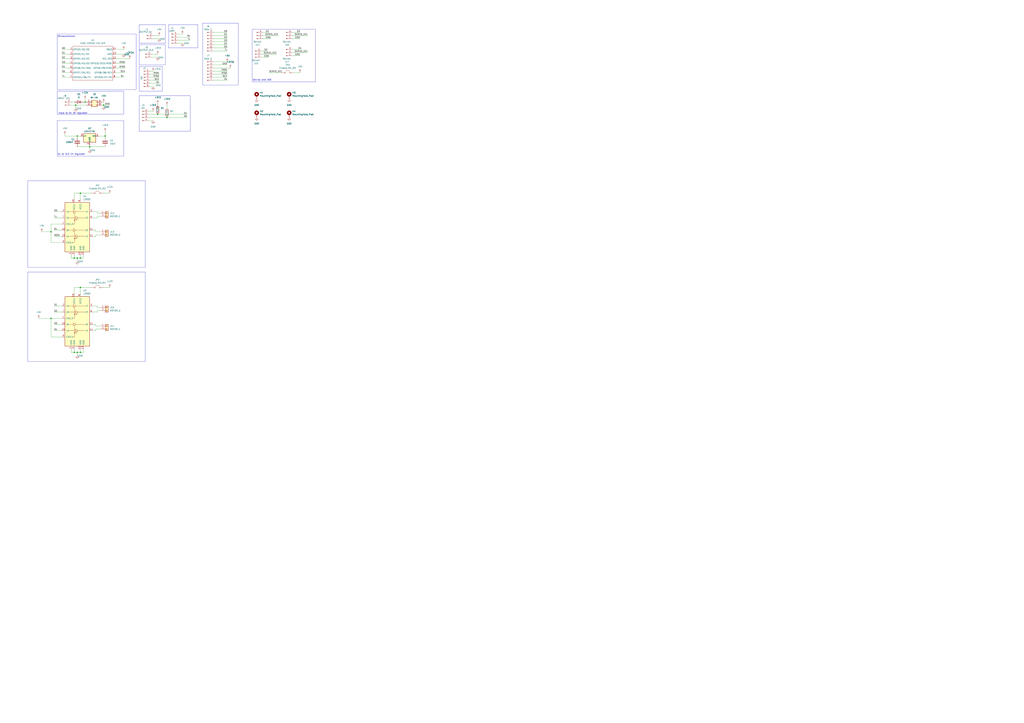
<source format=kicad_sch>
(kicad_sch
	(version 20231120)
	(generator "eeschema")
	(generator_version "8.0")
	(uuid "c864cf4a-5c4e-4cd4-959f-b086e9c89f48")
	(paper "A1")
	(lib_symbols
		(symbol "Connector:Conn_01x02_Pin"
			(pin_names
				(offset 1.016) hide)
			(exclude_from_sim no)
			(in_bom yes)
			(on_board yes)
			(property "Reference" "J"
				(at 0 2.54 0)
				(effects
					(font
						(size 1.27 1.27)
					)
				)
			)
			(property "Value" "Conn_01x02_Pin"
				(at 0 -5.08 0)
				(effects
					(font
						(size 1.27 1.27)
					)
				)
			)
			(property "Footprint" ""
				(at 0 0 0)
				(effects
					(font
						(size 1.27 1.27)
					)
					(hide yes)
				)
			)
			(property "Datasheet" "~"
				(at 0 0 0)
				(effects
					(font
						(size 1.27 1.27)
					)
					(hide yes)
				)
			)
			(property "Description" "Generic connector, single row, 01x02, script generated"
				(at 0 0 0)
				(effects
					(font
						(size 1.27 1.27)
					)
					(hide yes)
				)
			)
			(property "ki_locked" ""
				(at 0 0 0)
				(effects
					(font
						(size 1.27 1.27)
					)
				)
			)
			(property "ki_keywords" "connector"
				(at 0 0 0)
				(effects
					(font
						(size 1.27 1.27)
					)
					(hide yes)
				)
			)
			(property "ki_fp_filters" "Connector*:*_1x??_*"
				(at 0 0 0)
				(effects
					(font
						(size 1.27 1.27)
					)
					(hide yes)
				)
			)
			(symbol "Conn_01x02_Pin_1_1"
				(polyline
					(pts
						(xy 1.27 -2.54) (xy 0.8636 -2.54)
					)
					(stroke
						(width 0.1524)
						(type default)
					)
					(fill
						(type none)
					)
				)
				(polyline
					(pts
						(xy 1.27 0) (xy 0.8636 0)
					)
					(stroke
						(width 0.1524)
						(type default)
					)
					(fill
						(type none)
					)
				)
				(rectangle
					(start 0.8636 -2.413)
					(end 0 -2.667)
					(stroke
						(width 0.1524)
						(type default)
					)
					(fill
						(type outline)
					)
				)
				(rectangle
					(start 0.8636 0.127)
					(end 0 -0.127)
					(stroke
						(width 0.1524)
						(type default)
					)
					(fill
						(type outline)
					)
				)
				(pin passive line
					(at 5.08 0 180)
					(length 3.81)
					(name "Pin_1"
						(effects
							(font
								(size 1.27 1.27)
							)
						)
					)
					(number "1"
						(effects
							(font
								(size 1.27 1.27)
							)
						)
					)
				)
				(pin passive line
					(at 5.08 -2.54 180)
					(length 3.81)
					(name "Pin_2"
						(effects
							(font
								(size 1.27 1.27)
							)
						)
					)
					(number "2"
						(effects
							(font
								(size 1.27 1.27)
							)
						)
					)
				)
			)
		)
		(symbol "Connector:Conn_01x03_Pin"
			(pin_names
				(offset 1.016) hide)
			(exclude_from_sim no)
			(in_bom yes)
			(on_board yes)
			(property "Reference" "J"
				(at 0 5.08 0)
				(effects
					(font
						(size 1.27 1.27)
					)
				)
			)
			(property "Value" "Conn_01x03_Pin"
				(at 0 -5.08 0)
				(effects
					(font
						(size 1.27 1.27)
					)
				)
			)
			(property "Footprint" ""
				(at 0 0 0)
				(effects
					(font
						(size 1.27 1.27)
					)
					(hide yes)
				)
			)
			(property "Datasheet" "~"
				(at 0 0 0)
				(effects
					(font
						(size 1.27 1.27)
					)
					(hide yes)
				)
			)
			(property "Description" "Generic connector, single row, 01x03, script generated"
				(at 0 0 0)
				(effects
					(font
						(size 1.27 1.27)
					)
					(hide yes)
				)
			)
			(property "ki_locked" ""
				(at 0 0 0)
				(effects
					(font
						(size 1.27 1.27)
					)
				)
			)
			(property "ki_keywords" "connector"
				(at 0 0 0)
				(effects
					(font
						(size 1.27 1.27)
					)
					(hide yes)
				)
			)
			(property "ki_fp_filters" "Connector*:*_1x??_*"
				(at 0 0 0)
				(effects
					(font
						(size 1.27 1.27)
					)
					(hide yes)
				)
			)
			(symbol "Conn_01x03_Pin_1_1"
				(polyline
					(pts
						(xy 1.27 -2.54) (xy 0.8636 -2.54)
					)
					(stroke
						(width 0.1524)
						(type default)
					)
					(fill
						(type none)
					)
				)
				(polyline
					(pts
						(xy 1.27 0) (xy 0.8636 0)
					)
					(stroke
						(width 0.1524)
						(type default)
					)
					(fill
						(type none)
					)
				)
				(polyline
					(pts
						(xy 1.27 2.54) (xy 0.8636 2.54)
					)
					(stroke
						(width 0.1524)
						(type default)
					)
					(fill
						(type none)
					)
				)
				(rectangle
					(start 0.8636 -2.413)
					(end 0 -2.667)
					(stroke
						(width 0.1524)
						(type default)
					)
					(fill
						(type outline)
					)
				)
				(rectangle
					(start 0.8636 0.127)
					(end 0 -0.127)
					(stroke
						(width 0.1524)
						(type default)
					)
					(fill
						(type outline)
					)
				)
				(rectangle
					(start 0.8636 2.667)
					(end 0 2.413)
					(stroke
						(width 0.1524)
						(type default)
					)
					(fill
						(type outline)
					)
				)
				(pin passive line
					(at 5.08 2.54 180)
					(length 3.81)
					(name "Pin_1"
						(effects
							(font
								(size 1.27 1.27)
							)
						)
					)
					(number "1"
						(effects
							(font
								(size 1.27 1.27)
							)
						)
					)
				)
				(pin passive line
					(at 5.08 0 180)
					(length 3.81)
					(name "Pin_2"
						(effects
							(font
								(size 1.27 1.27)
							)
						)
					)
					(number "2"
						(effects
							(font
								(size 1.27 1.27)
							)
						)
					)
				)
				(pin passive line
					(at 5.08 -2.54 180)
					(length 3.81)
					(name "Pin_3"
						(effects
							(font
								(size 1.27 1.27)
							)
						)
					)
					(number "3"
						(effects
							(font
								(size 1.27 1.27)
							)
						)
					)
				)
			)
		)
		(symbol "Connector:Conn_01x04_Pin"
			(pin_names
				(offset 1.016) hide)
			(exclude_from_sim no)
			(in_bom yes)
			(on_board yes)
			(property "Reference" "J"
				(at 0 5.08 0)
				(effects
					(font
						(size 1.27 1.27)
					)
				)
			)
			(property "Value" "Conn_01x04_Pin"
				(at 0 -7.62 0)
				(effects
					(font
						(size 1.27 1.27)
					)
				)
			)
			(property "Footprint" ""
				(at 0 0 0)
				(effects
					(font
						(size 1.27 1.27)
					)
					(hide yes)
				)
			)
			(property "Datasheet" "~"
				(at 0 0 0)
				(effects
					(font
						(size 1.27 1.27)
					)
					(hide yes)
				)
			)
			(property "Description" "Generic connector, single row, 01x04, script generated"
				(at 0 0 0)
				(effects
					(font
						(size 1.27 1.27)
					)
					(hide yes)
				)
			)
			(property "ki_locked" ""
				(at 0 0 0)
				(effects
					(font
						(size 1.27 1.27)
					)
				)
			)
			(property "ki_keywords" "connector"
				(at 0 0 0)
				(effects
					(font
						(size 1.27 1.27)
					)
					(hide yes)
				)
			)
			(property "ki_fp_filters" "Connector*:*_1x??_*"
				(at 0 0 0)
				(effects
					(font
						(size 1.27 1.27)
					)
					(hide yes)
				)
			)
			(symbol "Conn_01x04_Pin_1_1"
				(polyline
					(pts
						(xy 1.27 -5.08) (xy 0.8636 -5.08)
					)
					(stroke
						(width 0.1524)
						(type default)
					)
					(fill
						(type none)
					)
				)
				(polyline
					(pts
						(xy 1.27 -2.54) (xy 0.8636 -2.54)
					)
					(stroke
						(width 0.1524)
						(type default)
					)
					(fill
						(type none)
					)
				)
				(polyline
					(pts
						(xy 1.27 0) (xy 0.8636 0)
					)
					(stroke
						(width 0.1524)
						(type default)
					)
					(fill
						(type none)
					)
				)
				(polyline
					(pts
						(xy 1.27 2.54) (xy 0.8636 2.54)
					)
					(stroke
						(width 0.1524)
						(type default)
					)
					(fill
						(type none)
					)
				)
				(rectangle
					(start 0.8636 -4.953)
					(end 0 -5.207)
					(stroke
						(width 0.1524)
						(type default)
					)
					(fill
						(type outline)
					)
				)
				(rectangle
					(start 0.8636 -2.413)
					(end 0 -2.667)
					(stroke
						(width 0.1524)
						(type default)
					)
					(fill
						(type outline)
					)
				)
				(rectangle
					(start 0.8636 0.127)
					(end 0 -0.127)
					(stroke
						(width 0.1524)
						(type default)
					)
					(fill
						(type outline)
					)
				)
				(rectangle
					(start 0.8636 2.667)
					(end 0 2.413)
					(stroke
						(width 0.1524)
						(type default)
					)
					(fill
						(type outline)
					)
				)
				(pin passive line
					(at 5.08 2.54 180)
					(length 3.81)
					(name "Pin_1"
						(effects
							(font
								(size 1.27 1.27)
							)
						)
					)
					(number "1"
						(effects
							(font
								(size 1.27 1.27)
							)
						)
					)
				)
				(pin passive line
					(at 5.08 0 180)
					(length 3.81)
					(name "Pin_2"
						(effects
							(font
								(size 1.27 1.27)
							)
						)
					)
					(number "2"
						(effects
							(font
								(size 1.27 1.27)
							)
						)
					)
				)
				(pin passive line
					(at 5.08 -2.54 180)
					(length 3.81)
					(name "Pin_3"
						(effects
							(font
								(size 1.27 1.27)
							)
						)
					)
					(number "3"
						(effects
							(font
								(size 1.27 1.27)
							)
						)
					)
				)
				(pin passive line
					(at 5.08 -5.08 180)
					(length 3.81)
					(name "Pin_4"
						(effects
							(font
								(size 1.27 1.27)
							)
						)
					)
					(number "4"
						(effects
							(font
								(size 1.27 1.27)
							)
						)
					)
				)
			)
		)
		(symbol "Connector:Conn_01x06_Pin"
			(pin_names
				(offset 1.016) hide)
			(exclude_from_sim no)
			(in_bom yes)
			(on_board yes)
			(property "Reference" "J"
				(at 0 7.62 0)
				(effects
					(font
						(size 1.27 1.27)
					)
				)
			)
			(property "Value" "Conn_01x06_Pin"
				(at 0 -10.16 0)
				(effects
					(font
						(size 1.27 1.27)
					)
				)
			)
			(property "Footprint" ""
				(at 0 0 0)
				(effects
					(font
						(size 1.27 1.27)
					)
					(hide yes)
				)
			)
			(property "Datasheet" "~"
				(at 0 0 0)
				(effects
					(font
						(size 1.27 1.27)
					)
					(hide yes)
				)
			)
			(property "Description" "Generic connector, single row, 01x06, script generated"
				(at 0 0 0)
				(effects
					(font
						(size 1.27 1.27)
					)
					(hide yes)
				)
			)
			(property "ki_locked" ""
				(at 0 0 0)
				(effects
					(font
						(size 1.27 1.27)
					)
				)
			)
			(property "ki_keywords" "connector"
				(at 0 0 0)
				(effects
					(font
						(size 1.27 1.27)
					)
					(hide yes)
				)
			)
			(property "ki_fp_filters" "Connector*:*_1x??_*"
				(at 0 0 0)
				(effects
					(font
						(size 1.27 1.27)
					)
					(hide yes)
				)
			)
			(symbol "Conn_01x06_Pin_1_1"
				(polyline
					(pts
						(xy 1.27 -7.62) (xy 0.8636 -7.62)
					)
					(stroke
						(width 0.1524)
						(type default)
					)
					(fill
						(type none)
					)
				)
				(polyline
					(pts
						(xy 1.27 -5.08) (xy 0.8636 -5.08)
					)
					(stroke
						(width 0.1524)
						(type default)
					)
					(fill
						(type none)
					)
				)
				(polyline
					(pts
						(xy 1.27 -2.54) (xy 0.8636 -2.54)
					)
					(stroke
						(width 0.1524)
						(type default)
					)
					(fill
						(type none)
					)
				)
				(polyline
					(pts
						(xy 1.27 0) (xy 0.8636 0)
					)
					(stroke
						(width 0.1524)
						(type default)
					)
					(fill
						(type none)
					)
				)
				(polyline
					(pts
						(xy 1.27 2.54) (xy 0.8636 2.54)
					)
					(stroke
						(width 0.1524)
						(type default)
					)
					(fill
						(type none)
					)
				)
				(polyline
					(pts
						(xy 1.27 5.08) (xy 0.8636 5.08)
					)
					(stroke
						(width 0.1524)
						(type default)
					)
					(fill
						(type none)
					)
				)
				(rectangle
					(start 0.8636 -7.493)
					(end 0 -7.747)
					(stroke
						(width 0.1524)
						(type default)
					)
					(fill
						(type outline)
					)
				)
				(rectangle
					(start 0.8636 -4.953)
					(end 0 -5.207)
					(stroke
						(width 0.1524)
						(type default)
					)
					(fill
						(type outline)
					)
				)
				(rectangle
					(start 0.8636 -2.413)
					(end 0 -2.667)
					(stroke
						(width 0.1524)
						(type default)
					)
					(fill
						(type outline)
					)
				)
				(rectangle
					(start 0.8636 0.127)
					(end 0 -0.127)
					(stroke
						(width 0.1524)
						(type default)
					)
					(fill
						(type outline)
					)
				)
				(rectangle
					(start 0.8636 2.667)
					(end 0 2.413)
					(stroke
						(width 0.1524)
						(type default)
					)
					(fill
						(type outline)
					)
				)
				(rectangle
					(start 0.8636 5.207)
					(end 0 4.953)
					(stroke
						(width 0.1524)
						(type default)
					)
					(fill
						(type outline)
					)
				)
				(pin passive line
					(at 5.08 5.08 180)
					(length 3.81)
					(name "Pin_1"
						(effects
							(font
								(size 1.27 1.27)
							)
						)
					)
					(number "1"
						(effects
							(font
								(size 1.27 1.27)
							)
						)
					)
				)
				(pin passive line
					(at 5.08 2.54 180)
					(length 3.81)
					(name "Pin_2"
						(effects
							(font
								(size 1.27 1.27)
							)
						)
					)
					(number "2"
						(effects
							(font
								(size 1.27 1.27)
							)
						)
					)
				)
				(pin passive line
					(at 5.08 0 180)
					(length 3.81)
					(name "Pin_3"
						(effects
							(font
								(size 1.27 1.27)
							)
						)
					)
					(number "3"
						(effects
							(font
								(size 1.27 1.27)
							)
						)
					)
				)
				(pin passive line
					(at 5.08 -2.54 180)
					(length 3.81)
					(name "Pin_4"
						(effects
							(font
								(size 1.27 1.27)
							)
						)
					)
					(number "4"
						(effects
							(font
								(size 1.27 1.27)
							)
						)
					)
				)
				(pin passive line
					(at 5.08 -5.08 180)
					(length 3.81)
					(name "Pin_5"
						(effects
							(font
								(size 1.27 1.27)
							)
						)
					)
					(number "5"
						(effects
							(font
								(size 1.27 1.27)
							)
						)
					)
				)
				(pin passive line
					(at 5.08 -7.62 180)
					(length 3.81)
					(name "Pin_6"
						(effects
							(font
								(size 1.27 1.27)
							)
						)
					)
					(number "6"
						(effects
							(font
								(size 1.27 1.27)
							)
						)
					)
				)
			)
		)
		(symbol "Connector:Conn_01x07_Pin"
			(pin_names
				(offset 1.016) hide)
			(exclude_from_sim no)
			(in_bom yes)
			(on_board yes)
			(property "Reference" "J"
				(at 0 10.16 0)
				(effects
					(font
						(size 1.27 1.27)
					)
				)
			)
			(property "Value" "Conn_01x07_Pin"
				(at 0 -10.16 0)
				(effects
					(font
						(size 1.27 1.27)
					)
				)
			)
			(property "Footprint" ""
				(at 0 0 0)
				(effects
					(font
						(size 1.27 1.27)
					)
					(hide yes)
				)
			)
			(property "Datasheet" "~"
				(at 0 0 0)
				(effects
					(font
						(size 1.27 1.27)
					)
					(hide yes)
				)
			)
			(property "Description" "Generic connector, single row, 01x07, script generated"
				(at 0 0 0)
				(effects
					(font
						(size 1.27 1.27)
					)
					(hide yes)
				)
			)
			(property "ki_locked" ""
				(at 0 0 0)
				(effects
					(font
						(size 1.27 1.27)
					)
				)
			)
			(property "ki_keywords" "connector"
				(at 0 0 0)
				(effects
					(font
						(size 1.27 1.27)
					)
					(hide yes)
				)
			)
			(property "ki_fp_filters" "Connector*:*_1x??_*"
				(at 0 0 0)
				(effects
					(font
						(size 1.27 1.27)
					)
					(hide yes)
				)
			)
			(symbol "Conn_01x07_Pin_1_1"
				(polyline
					(pts
						(xy 1.27 -7.62) (xy 0.8636 -7.62)
					)
					(stroke
						(width 0.1524)
						(type default)
					)
					(fill
						(type none)
					)
				)
				(polyline
					(pts
						(xy 1.27 -5.08) (xy 0.8636 -5.08)
					)
					(stroke
						(width 0.1524)
						(type default)
					)
					(fill
						(type none)
					)
				)
				(polyline
					(pts
						(xy 1.27 -2.54) (xy 0.8636 -2.54)
					)
					(stroke
						(width 0.1524)
						(type default)
					)
					(fill
						(type none)
					)
				)
				(polyline
					(pts
						(xy 1.27 0) (xy 0.8636 0)
					)
					(stroke
						(width 0.1524)
						(type default)
					)
					(fill
						(type none)
					)
				)
				(polyline
					(pts
						(xy 1.27 2.54) (xy 0.8636 2.54)
					)
					(stroke
						(width 0.1524)
						(type default)
					)
					(fill
						(type none)
					)
				)
				(polyline
					(pts
						(xy 1.27 5.08) (xy 0.8636 5.08)
					)
					(stroke
						(width 0.1524)
						(type default)
					)
					(fill
						(type none)
					)
				)
				(polyline
					(pts
						(xy 1.27 7.62) (xy 0.8636 7.62)
					)
					(stroke
						(width 0.1524)
						(type default)
					)
					(fill
						(type none)
					)
				)
				(rectangle
					(start 0.8636 -7.493)
					(end 0 -7.747)
					(stroke
						(width 0.1524)
						(type default)
					)
					(fill
						(type outline)
					)
				)
				(rectangle
					(start 0.8636 -4.953)
					(end 0 -5.207)
					(stroke
						(width 0.1524)
						(type default)
					)
					(fill
						(type outline)
					)
				)
				(rectangle
					(start 0.8636 -2.413)
					(end 0 -2.667)
					(stroke
						(width 0.1524)
						(type default)
					)
					(fill
						(type outline)
					)
				)
				(rectangle
					(start 0.8636 0.127)
					(end 0 -0.127)
					(stroke
						(width 0.1524)
						(type default)
					)
					(fill
						(type outline)
					)
				)
				(rectangle
					(start 0.8636 2.667)
					(end 0 2.413)
					(stroke
						(width 0.1524)
						(type default)
					)
					(fill
						(type outline)
					)
				)
				(rectangle
					(start 0.8636 5.207)
					(end 0 4.953)
					(stroke
						(width 0.1524)
						(type default)
					)
					(fill
						(type outline)
					)
				)
				(rectangle
					(start 0.8636 7.747)
					(end 0 7.493)
					(stroke
						(width 0.1524)
						(type default)
					)
					(fill
						(type outline)
					)
				)
				(pin passive line
					(at 5.08 7.62 180)
					(length 3.81)
					(name "Pin_1"
						(effects
							(font
								(size 1.27 1.27)
							)
						)
					)
					(number "1"
						(effects
							(font
								(size 1.27 1.27)
							)
						)
					)
				)
				(pin passive line
					(at 5.08 5.08 180)
					(length 3.81)
					(name "Pin_2"
						(effects
							(font
								(size 1.27 1.27)
							)
						)
					)
					(number "2"
						(effects
							(font
								(size 1.27 1.27)
							)
						)
					)
				)
				(pin passive line
					(at 5.08 2.54 180)
					(length 3.81)
					(name "Pin_3"
						(effects
							(font
								(size 1.27 1.27)
							)
						)
					)
					(number "3"
						(effects
							(font
								(size 1.27 1.27)
							)
						)
					)
				)
				(pin passive line
					(at 5.08 0 180)
					(length 3.81)
					(name "Pin_4"
						(effects
							(font
								(size 1.27 1.27)
							)
						)
					)
					(number "4"
						(effects
							(font
								(size 1.27 1.27)
							)
						)
					)
				)
				(pin passive line
					(at 5.08 -2.54 180)
					(length 3.81)
					(name "Pin_5"
						(effects
							(font
								(size 1.27 1.27)
							)
						)
					)
					(number "5"
						(effects
							(font
								(size 1.27 1.27)
							)
						)
					)
				)
				(pin passive line
					(at 5.08 -5.08 180)
					(length 3.81)
					(name "Pin_6"
						(effects
							(font
								(size 1.27 1.27)
							)
						)
					)
					(number "6"
						(effects
							(font
								(size 1.27 1.27)
							)
						)
					)
				)
				(pin passive line
					(at 5.08 -7.62 180)
					(length 3.81)
					(name "Pin_7"
						(effects
							(font
								(size 1.27 1.27)
							)
						)
					)
					(number "7"
						(effects
							(font
								(size 1.27 1.27)
							)
						)
					)
				)
			)
		)
		(symbol "Connector:Screw_Terminal_01x02"
			(pin_names
				(offset 1.016) hide)
			(exclude_from_sim no)
			(in_bom yes)
			(on_board yes)
			(property "Reference" "J"
				(at 0 2.54 0)
				(effects
					(font
						(size 1.27 1.27)
					)
				)
			)
			(property "Value" "Screw_Terminal_01x02"
				(at 0 -5.08 0)
				(effects
					(font
						(size 1.27 1.27)
					)
				)
			)
			(property "Footprint" ""
				(at 0 0 0)
				(effects
					(font
						(size 1.27 1.27)
					)
					(hide yes)
				)
			)
			(property "Datasheet" "~"
				(at 0 0 0)
				(effects
					(font
						(size 1.27 1.27)
					)
					(hide yes)
				)
			)
			(property "Description" "Generic screw terminal, single row, 01x02, script generated (kicad-library-utils/schlib/autogen/connector/)"
				(at 0 0 0)
				(effects
					(font
						(size 1.27 1.27)
					)
					(hide yes)
				)
			)
			(property "ki_keywords" "screw terminal"
				(at 0 0 0)
				(effects
					(font
						(size 1.27 1.27)
					)
					(hide yes)
				)
			)
			(property "ki_fp_filters" "TerminalBlock*:*"
				(at 0 0 0)
				(effects
					(font
						(size 1.27 1.27)
					)
					(hide yes)
				)
			)
			(symbol "Screw_Terminal_01x02_1_1"
				(rectangle
					(start -1.27 1.27)
					(end 1.27 -3.81)
					(stroke
						(width 0.254)
						(type default)
					)
					(fill
						(type background)
					)
				)
				(circle
					(center 0 -2.54)
					(radius 0.635)
					(stroke
						(width 0.1524)
						(type default)
					)
					(fill
						(type none)
					)
				)
				(polyline
					(pts
						(xy -0.5334 -2.2098) (xy 0.3302 -3.048)
					)
					(stroke
						(width 0.1524)
						(type default)
					)
					(fill
						(type none)
					)
				)
				(polyline
					(pts
						(xy -0.5334 0.3302) (xy 0.3302 -0.508)
					)
					(stroke
						(width 0.1524)
						(type default)
					)
					(fill
						(type none)
					)
				)
				(polyline
					(pts
						(xy -0.3556 -2.032) (xy 0.508 -2.8702)
					)
					(stroke
						(width 0.1524)
						(type default)
					)
					(fill
						(type none)
					)
				)
				(polyline
					(pts
						(xy -0.3556 0.508) (xy 0.508 -0.3302)
					)
					(stroke
						(width 0.1524)
						(type default)
					)
					(fill
						(type none)
					)
				)
				(circle
					(center 0 0)
					(radius 0.635)
					(stroke
						(width 0.1524)
						(type default)
					)
					(fill
						(type none)
					)
				)
				(pin passive line
					(at -5.08 0 0)
					(length 3.81)
					(name "Pin_1"
						(effects
							(font
								(size 1.27 1.27)
							)
						)
					)
					(number "1"
						(effects
							(font
								(size 1.27 1.27)
							)
						)
					)
				)
				(pin passive line
					(at -5.08 -2.54 0)
					(length 3.81)
					(name "Pin_2"
						(effects
							(font
								(size 1.27 1.27)
							)
						)
					)
					(number "2"
						(effects
							(font
								(size 1.27 1.27)
							)
						)
					)
				)
			)
		)
		(symbol "Connector_Generic:Conn_02x02_Counter_Clockwise"
			(pin_names
				(offset 1.016) hide)
			(exclude_from_sim no)
			(in_bom yes)
			(on_board yes)
			(property "Reference" "J"
				(at 1.27 2.54 0)
				(effects
					(font
						(size 1.27 1.27)
					)
				)
			)
			(property "Value" "Conn_02x02_Counter_Clockwise"
				(at 1.27 -5.08 0)
				(effects
					(font
						(size 1.27 1.27)
					)
				)
			)
			(property "Footprint" ""
				(at 0 0 0)
				(effects
					(font
						(size 1.27 1.27)
					)
					(hide yes)
				)
			)
			(property "Datasheet" "~"
				(at 0 0 0)
				(effects
					(font
						(size 1.27 1.27)
					)
					(hide yes)
				)
			)
			(property "Description" "Generic connector, double row, 02x02, counter clockwise pin numbering scheme (similar to DIP package numbering), script generated (kicad-library-utils/schlib/autogen/connector/)"
				(at 0 0 0)
				(effects
					(font
						(size 1.27 1.27)
					)
					(hide yes)
				)
			)
			(property "ki_keywords" "connector"
				(at 0 0 0)
				(effects
					(font
						(size 1.27 1.27)
					)
					(hide yes)
				)
			)
			(property "ki_fp_filters" "Connector*:*_2x??_*"
				(at 0 0 0)
				(effects
					(font
						(size 1.27 1.27)
					)
					(hide yes)
				)
			)
			(symbol "Conn_02x02_Counter_Clockwise_1_1"
				(rectangle
					(start -1.27 -2.413)
					(end 0 -2.667)
					(stroke
						(width 0.1524)
						(type default)
					)
					(fill
						(type none)
					)
				)
				(rectangle
					(start -1.27 0.127)
					(end 0 -0.127)
					(stroke
						(width 0.1524)
						(type default)
					)
					(fill
						(type none)
					)
				)
				(rectangle
					(start -1.27 1.27)
					(end 3.81 -3.81)
					(stroke
						(width 0.254)
						(type default)
					)
					(fill
						(type background)
					)
				)
				(rectangle
					(start 3.81 -2.413)
					(end 2.54 -2.667)
					(stroke
						(width 0.1524)
						(type default)
					)
					(fill
						(type none)
					)
				)
				(rectangle
					(start 3.81 0.127)
					(end 2.54 -0.127)
					(stroke
						(width 0.1524)
						(type default)
					)
					(fill
						(type none)
					)
				)
				(pin passive line
					(at -5.08 0 0)
					(length 3.81)
					(name "Pin_1"
						(effects
							(font
								(size 1.27 1.27)
							)
						)
					)
					(number "1"
						(effects
							(font
								(size 1.27 1.27)
							)
						)
					)
				)
				(pin passive line
					(at -5.08 -2.54 0)
					(length 3.81)
					(name "Pin_2"
						(effects
							(font
								(size 1.27 1.27)
							)
						)
					)
					(number "2"
						(effects
							(font
								(size 1.27 1.27)
							)
						)
					)
				)
				(pin passive line
					(at 7.62 -2.54 180)
					(length 3.81)
					(name "Pin_3"
						(effects
							(font
								(size 1.27 1.27)
							)
						)
					)
					(number "3"
						(effects
							(font
								(size 1.27 1.27)
							)
						)
					)
				)
				(pin passive line
					(at 7.62 0 180)
					(length 3.81)
					(name "Pin_4"
						(effects
							(font
								(size 1.27 1.27)
							)
						)
					)
					(number "4"
						(effects
							(font
								(size 1.27 1.27)
							)
						)
					)
				)
			)
		)
		(symbol "Device:C"
			(pin_numbers hide)
			(pin_names
				(offset 0.254)
			)
			(exclude_from_sim no)
			(in_bom yes)
			(on_board yes)
			(property "Reference" "C"
				(at 0.635 2.54 0)
				(effects
					(font
						(size 1.27 1.27)
					)
					(justify left)
				)
			)
			(property "Value" "C"
				(at 0.635 -2.54 0)
				(effects
					(font
						(size 1.27 1.27)
					)
					(justify left)
				)
			)
			(property "Footprint" ""
				(at 0.9652 -3.81 0)
				(effects
					(font
						(size 1.27 1.27)
					)
					(hide yes)
				)
			)
			(property "Datasheet" "~"
				(at 0 0 0)
				(effects
					(font
						(size 1.27 1.27)
					)
					(hide yes)
				)
			)
			(property "Description" "Unpolarized capacitor"
				(at 0 0 0)
				(effects
					(font
						(size 1.27 1.27)
					)
					(hide yes)
				)
			)
			(property "ki_keywords" "cap capacitor"
				(at 0 0 0)
				(effects
					(font
						(size 1.27 1.27)
					)
					(hide yes)
				)
			)
			(property "ki_fp_filters" "C_*"
				(at 0 0 0)
				(effects
					(font
						(size 1.27 1.27)
					)
					(hide yes)
				)
			)
			(symbol "C_0_1"
				(polyline
					(pts
						(xy -2.032 -0.762) (xy 2.032 -0.762)
					)
					(stroke
						(width 0.508)
						(type default)
					)
					(fill
						(type none)
					)
				)
				(polyline
					(pts
						(xy -2.032 0.762) (xy 2.032 0.762)
					)
					(stroke
						(width 0.508)
						(type default)
					)
					(fill
						(type none)
					)
				)
			)
			(symbol "C_1_1"
				(pin passive line
					(at 0 3.81 270)
					(length 2.794)
					(name "~"
						(effects
							(font
								(size 1.27 1.27)
							)
						)
					)
					(number "1"
						(effects
							(font
								(size 1.27 1.27)
							)
						)
					)
				)
				(pin passive line
					(at 0 -3.81 90)
					(length 2.794)
					(name "~"
						(effects
							(font
								(size 1.27 1.27)
							)
						)
					)
					(number "2"
						(effects
							(font
								(size 1.27 1.27)
							)
						)
					)
				)
			)
		)
		(symbol "Device:D"
			(pin_numbers hide)
			(pin_names
				(offset 1.016) hide)
			(exclude_from_sim no)
			(in_bom yes)
			(on_board yes)
			(property "Reference" "D"
				(at 0 2.54 0)
				(effects
					(font
						(size 1.27 1.27)
					)
				)
			)
			(property "Value" "D"
				(at 0 -2.54 0)
				(effects
					(font
						(size 1.27 1.27)
					)
				)
			)
			(property "Footprint" ""
				(at 0 0 0)
				(effects
					(font
						(size 1.27 1.27)
					)
					(hide yes)
				)
			)
			(property "Datasheet" "~"
				(at 0 0 0)
				(effects
					(font
						(size 1.27 1.27)
					)
					(hide yes)
				)
			)
			(property "Description" "Diode"
				(at 0 0 0)
				(effects
					(font
						(size 1.27 1.27)
					)
					(hide yes)
				)
			)
			(property "Sim.Device" "D"
				(at 0 0 0)
				(effects
					(font
						(size 1.27 1.27)
					)
					(hide yes)
				)
			)
			(property "Sim.Pins" "1=K 2=A"
				(at 0 0 0)
				(effects
					(font
						(size 1.27 1.27)
					)
					(hide yes)
				)
			)
			(property "ki_keywords" "diode"
				(at 0 0 0)
				(effects
					(font
						(size 1.27 1.27)
					)
					(hide yes)
				)
			)
			(property "ki_fp_filters" "TO-???* *_Diode_* *SingleDiode* D_*"
				(at 0 0 0)
				(effects
					(font
						(size 1.27 1.27)
					)
					(hide yes)
				)
			)
			(symbol "D_0_1"
				(polyline
					(pts
						(xy -1.27 1.27) (xy -1.27 -1.27)
					)
					(stroke
						(width 0.254)
						(type default)
					)
					(fill
						(type none)
					)
				)
				(polyline
					(pts
						(xy 1.27 0) (xy -1.27 0)
					)
					(stroke
						(width 0)
						(type default)
					)
					(fill
						(type none)
					)
				)
				(polyline
					(pts
						(xy 1.27 1.27) (xy 1.27 -1.27) (xy -1.27 0) (xy 1.27 1.27)
					)
					(stroke
						(width 0.254)
						(type default)
					)
					(fill
						(type none)
					)
				)
			)
			(symbol "D_1_1"
				(pin passive line
					(at -3.81 0 0)
					(length 2.54)
					(name "K"
						(effects
							(font
								(size 1.27 1.27)
							)
						)
					)
					(number "1"
						(effects
							(font
								(size 1.27 1.27)
							)
						)
					)
				)
				(pin passive line
					(at 3.81 0 180)
					(length 2.54)
					(name "A"
						(effects
							(font
								(size 1.27 1.27)
							)
						)
					)
					(number "2"
						(effects
							(font
								(size 1.27 1.27)
							)
						)
					)
				)
			)
		)
		(symbol "Device:R"
			(pin_numbers hide)
			(pin_names
				(offset 0)
			)
			(exclude_from_sim no)
			(in_bom yes)
			(on_board yes)
			(property "Reference" "R"
				(at 2.032 0 90)
				(effects
					(font
						(size 1.27 1.27)
					)
				)
			)
			(property "Value" "R"
				(at 0 0 90)
				(effects
					(font
						(size 1.27 1.27)
					)
				)
			)
			(property "Footprint" ""
				(at -1.778 0 90)
				(effects
					(font
						(size 1.27 1.27)
					)
					(hide yes)
				)
			)
			(property "Datasheet" "~"
				(at 0 0 0)
				(effects
					(font
						(size 1.27 1.27)
					)
					(hide yes)
				)
			)
			(property "Description" "Resistor"
				(at 0 0 0)
				(effects
					(font
						(size 1.27 1.27)
					)
					(hide yes)
				)
			)
			(property "ki_keywords" "R res resistor"
				(at 0 0 0)
				(effects
					(font
						(size 1.27 1.27)
					)
					(hide yes)
				)
			)
			(property "ki_fp_filters" "R_*"
				(at 0 0 0)
				(effects
					(font
						(size 1.27 1.27)
					)
					(hide yes)
				)
			)
			(symbol "R_0_1"
				(rectangle
					(start -1.016 -2.54)
					(end 1.016 2.54)
					(stroke
						(width 0.254)
						(type default)
					)
					(fill
						(type none)
					)
				)
			)
			(symbol "R_1_1"
				(pin passive line
					(at 0 3.81 270)
					(length 1.27)
					(name "~"
						(effects
							(font
								(size 1.27 1.27)
							)
						)
					)
					(number "1"
						(effects
							(font
								(size 1.27 1.27)
							)
						)
					)
				)
				(pin passive line
					(at 0 -3.81 90)
					(length 1.27)
					(name "~"
						(effects
							(font
								(size 1.27 1.27)
							)
						)
					)
					(number "2"
						(effects
							(font
								(size 1.27 1.27)
							)
						)
					)
				)
			)
		)
		(symbol "Driver_Motor:L293D"
			(pin_names
				(offset 1.016)
			)
			(exclude_from_sim no)
			(in_bom yes)
			(on_board yes)
			(property "Reference" "U"
				(at -5.08 26.035 0)
				(effects
					(font
						(size 1.27 1.27)
					)
					(justify right)
				)
			)
			(property "Value" "L293D"
				(at -5.08 24.13 0)
				(effects
					(font
						(size 1.27 1.27)
					)
					(justify right)
				)
			)
			(property "Footprint" "Package_DIP:DIP-16_W7.62mm"
				(at 6.35 -19.05 0)
				(effects
					(font
						(size 1.27 1.27)
					)
					(justify left)
					(hide yes)
				)
			)
			(property "Datasheet" "http://www.ti.com/lit/ds/symlink/l293.pdf"
				(at -7.62 17.78 0)
				(effects
					(font
						(size 1.27 1.27)
					)
					(hide yes)
				)
			)
			(property "Description" "Quadruple Half-H Drivers"
				(at 0 0 0)
				(effects
					(font
						(size 1.27 1.27)
					)
					(hide yes)
				)
			)
			(property "ki_keywords" "Half-H Driver Motor"
				(at 0 0 0)
				(effects
					(font
						(size 1.27 1.27)
					)
					(hide yes)
				)
			)
			(property "ki_fp_filters" "DIP*W7.62mm*"
				(at 0 0 0)
				(effects
					(font
						(size 1.27 1.27)
					)
					(hide yes)
				)
			)
			(symbol "L293D_0_1"
				(rectangle
					(start -10.16 22.86)
					(end 10.16 -17.78)
					(stroke
						(width 0.254)
						(type default)
					)
					(fill
						(type background)
					)
				)
				(circle
					(center -2.286 -6.858)
					(radius 0.254)
					(stroke
						(width 0)
						(type default)
					)
					(fill
						(type outline)
					)
				)
				(circle
					(center -2.286 8.255)
					(radius 0.254)
					(stroke
						(width 0)
						(type default)
					)
					(fill
						(type outline)
					)
				)
				(polyline
					(pts
						(xy -6.35 -4.953) (xy -1.27 -4.953)
					)
					(stroke
						(width 0)
						(type default)
					)
					(fill
						(type none)
					)
				)
				(polyline
					(pts
						(xy -6.35 0.127) (xy -3.175 0.127)
					)
					(stroke
						(width 0)
						(type default)
					)
					(fill
						(type none)
					)
				)
				(polyline
					(pts
						(xy -6.35 10.16) (xy -1.27 10.16)
					)
					(stroke
						(width 0)
						(type default)
					)
					(fill
						(type none)
					)
				)
				(polyline
					(pts
						(xy -6.35 15.24) (xy -3.175 15.24)
					)
					(stroke
						(width 0)
						(type default)
					)
					(fill
						(type none)
					)
				)
				(polyline
					(pts
						(xy -1.27 0.127) (xy 6.35 0.127)
					)
					(stroke
						(width 0)
						(type default)
					)
					(fill
						(type none)
					)
				)
				(polyline
					(pts
						(xy -1.27 15.24) (xy 6.35 15.24)
					)
					(stroke
						(width 0)
						(type default)
					)
					(fill
						(type none)
					)
				)
				(polyline
					(pts
						(xy 0.635 -4.953) (xy 6.35 -4.953)
					)
					(stroke
						(width 0)
						(type default)
					)
					(fill
						(type none)
					)
				)
				(polyline
					(pts
						(xy 0.635 10.16) (xy 6.35 10.16)
					)
					(stroke
						(width 0)
						(type default)
					)
					(fill
						(type none)
					)
				)
				(polyline
					(pts
						(xy -2.286 -6.858) (xy -0.254 -6.858) (xy -0.254 -5.588)
					)
					(stroke
						(width 0)
						(type default)
					)
					(fill
						(type none)
					)
				)
				(polyline
					(pts
						(xy -2.286 -0.635) (xy -2.286 -10.16) (xy -3.556 -10.16)
					)
					(stroke
						(width 0)
						(type default)
					)
					(fill
						(type none)
					)
				)
				(polyline
					(pts
						(xy -2.286 8.255) (xy -0.254 8.255) (xy -0.254 9.525)
					)
					(stroke
						(width 0)
						(type default)
					)
					(fill
						(type none)
					)
				)
				(polyline
					(pts
						(xy -2.286 14.478) (xy -2.286 5.08) (xy -3.556 5.08)
					)
					(stroke
						(width 0)
						(type default)
					)
					(fill
						(type none)
					)
				)
				(polyline
					(pts
						(xy -3.175 1.397) (xy -3.175 -1.143) (xy -1.27 0.127) (xy -3.175 1.397)
					)
					(stroke
						(width 0)
						(type default)
					)
					(fill
						(type none)
					)
				)
				(polyline
					(pts
						(xy -3.175 16.51) (xy -3.175 13.97) (xy -1.27 15.24) (xy -3.175 16.51)
					)
					(stroke
						(width 0)
						(type default)
					)
					(fill
						(type none)
					)
				)
				(polyline
					(pts
						(xy -1.27 -3.683) (xy -1.27 -6.223) (xy 0.635 -4.953) (xy -1.27 -3.683)
					)
					(stroke
						(width 0)
						(type default)
					)
					(fill
						(type none)
					)
				)
				(polyline
					(pts
						(xy -1.27 11.43) (xy -1.27 8.89) (xy 0.635 10.16) (xy -1.27 11.43)
					)
					(stroke
						(width 0)
						(type default)
					)
					(fill
						(type none)
					)
				)
			)
			(symbol "L293D_1_1"
				(pin input line
					(at -12.7 5.08 0)
					(length 2.54)
					(name "EN1,2"
						(effects
							(font
								(size 1.27 1.27)
							)
						)
					)
					(number "1"
						(effects
							(font
								(size 1.27 1.27)
							)
						)
					)
				)
				(pin input line
					(at -12.7 0 0)
					(length 2.54)
					(name "3A"
						(effects
							(font
								(size 1.27 1.27)
							)
						)
					)
					(number "10"
						(effects
							(font
								(size 1.27 1.27)
							)
						)
					)
				)
				(pin output line
					(at 12.7 0 180)
					(length 2.54)
					(name "3Y"
						(effects
							(font
								(size 1.27 1.27)
							)
						)
					)
					(number "11"
						(effects
							(font
								(size 1.27 1.27)
							)
						)
					)
				)
				(pin power_in line
					(at 2.54 -20.32 90)
					(length 2.54)
					(name "GND"
						(effects
							(font
								(size 1.27 1.27)
							)
						)
					)
					(number "12"
						(effects
							(font
								(size 1.27 1.27)
							)
						)
					)
				)
				(pin power_in line
					(at 5.08 -20.32 90)
					(length 2.54)
					(name "GND"
						(effects
							(font
								(size 1.27 1.27)
							)
						)
					)
					(number "13"
						(effects
							(font
								(size 1.27 1.27)
							)
						)
					)
				)
				(pin output line
					(at 12.7 -5.08 180)
					(length 2.54)
					(name "4Y"
						(effects
							(font
								(size 1.27 1.27)
							)
						)
					)
					(number "14"
						(effects
							(font
								(size 1.27 1.27)
							)
						)
					)
				)
				(pin input line
					(at -12.7 -5.08 0)
					(length 2.54)
					(name "4A"
						(effects
							(font
								(size 1.27 1.27)
							)
						)
					)
					(number "15"
						(effects
							(font
								(size 1.27 1.27)
							)
						)
					)
				)
				(pin power_in line
					(at -2.54 25.4 270)
					(length 2.54)
					(name "VCC1"
						(effects
							(font
								(size 1.27 1.27)
							)
						)
					)
					(number "16"
						(effects
							(font
								(size 1.27 1.27)
							)
						)
					)
				)
				(pin input line
					(at -12.7 15.24 0)
					(length 2.54)
					(name "1A"
						(effects
							(font
								(size 1.27 1.27)
							)
						)
					)
					(number "2"
						(effects
							(font
								(size 1.27 1.27)
							)
						)
					)
				)
				(pin output line
					(at 12.7 15.24 180)
					(length 2.54)
					(name "1Y"
						(effects
							(font
								(size 1.27 1.27)
							)
						)
					)
					(number "3"
						(effects
							(font
								(size 1.27 1.27)
							)
						)
					)
				)
				(pin power_in line
					(at -5.08 -20.32 90)
					(length 2.54)
					(name "GND"
						(effects
							(font
								(size 1.27 1.27)
							)
						)
					)
					(number "4"
						(effects
							(font
								(size 1.27 1.27)
							)
						)
					)
				)
				(pin power_in line
					(at -2.54 -20.32 90)
					(length 2.54)
					(name "GND"
						(effects
							(font
								(size 1.27 1.27)
							)
						)
					)
					(number "5"
						(effects
							(font
								(size 1.27 1.27)
							)
						)
					)
				)
				(pin output line
					(at 12.7 10.16 180)
					(length 2.54)
					(name "2Y"
						(effects
							(font
								(size 1.27 1.27)
							)
						)
					)
					(number "6"
						(effects
							(font
								(size 1.27 1.27)
							)
						)
					)
				)
				(pin input line
					(at -12.7 10.16 0)
					(length 2.54)
					(name "2A"
						(effects
							(font
								(size 1.27 1.27)
							)
						)
					)
					(number "7"
						(effects
							(font
								(size 1.27 1.27)
							)
						)
					)
				)
				(pin power_in line
					(at 2.54 25.4 270)
					(length 2.54)
					(name "VCC2"
						(effects
							(font
								(size 1.27 1.27)
							)
						)
					)
					(number "8"
						(effects
							(font
								(size 1.27 1.27)
							)
						)
					)
				)
				(pin input line
					(at -12.7 -10.16 0)
					(length 2.54)
					(name "EN3,4"
						(effects
							(font
								(size 1.27 1.27)
							)
						)
					)
					(number "9"
						(effects
							(font
								(size 1.27 1.27)
							)
						)
					)
				)
			)
		)
		(symbol "Jumper:Jumper_2_Open"
			(pin_numbers hide)
			(pin_names
				(offset 0) hide)
			(exclude_from_sim yes)
			(in_bom yes)
			(on_board yes)
			(property "Reference" "JP"
				(at 0 2.794 0)
				(effects
					(font
						(size 1.27 1.27)
					)
				)
			)
			(property "Value" "Jumper_2_Open"
				(at 0 -2.286 0)
				(effects
					(font
						(size 1.27 1.27)
					)
				)
			)
			(property "Footprint" ""
				(at 0 0 0)
				(effects
					(font
						(size 1.27 1.27)
					)
					(hide yes)
				)
			)
			(property "Datasheet" "~"
				(at 0 0 0)
				(effects
					(font
						(size 1.27 1.27)
					)
					(hide yes)
				)
			)
			(property "Description" "Jumper, 2-pole, open"
				(at 0 0 0)
				(effects
					(font
						(size 1.27 1.27)
					)
					(hide yes)
				)
			)
			(property "ki_keywords" "Jumper SPST"
				(at 0 0 0)
				(effects
					(font
						(size 1.27 1.27)
					)
					(hide yes)
				)
			)
			(property "ki_fp_filters" "Jumper* TestPoint*2Pads* TestPoint*Bridge*"
				(at 0 0 0)
				(effects
					(font
						(size 1.27 1.27)
					)
					(hide yes)
				)
			)
			(symbol "Jumper_2_Open_0_0"
				(circle
					(center -2.032 0)
					(radius 0.508)
					(stroke
						(width 0)
						(type default)
					)
					(fill
						(type none)
					)
				)
				(circle
					(center 2.032 0)
					(radius 0.508)
					(stroke
						(width 0)
						(type default)
					)
					(fill
						(type none)
					)
				)
			)
			(symbol "Jumper_2_Open_0_1"
				(arc
					(start 1.524 1.27)
					(mid 0 1.778)
					(end -1.524 1.27)
					(stroke
						(width 0)
						(type default)
					)
					(fill
						(type none)
					)
				)
			)
			(symbol "Jumper_2_Open_1_1"
				(pin passive line
					(at -5.08 0 0)
					(length 2.54)
					(name "A"
						(effects
							(font
								(size 1.27 1.27)
							)
						)
					)
					(number "1"
						(effects
							(font
								(size 1.27 1.27)
							)
						)
					)
				)
				(pin passive line
					(at 5.08 0 180)
					(length 2.54)
					(name "B"
						(effects
							(font
								(size 1.27 1.27)
							)
						)
					)
					(number "2"
						(effects
							(font
								(size 1.27 1.27)
							)
						)
					)
				)
			)
		)
		(symbol "Mechanical:MountingHole_Pad"
			(pin_numbers hide)
			(pin_names
				(offset 1.016) hide)
			(exclude_from_sim yes)
			(in_bom no)
			(on_board yes)
			(property "Reference" "H"
				(at 0 6.35 0)
				(effects
					(font
						(size 1.27 1.27)
					)
				)
			)
			(property "Value" "MountingHole_Pad"
				(at 0 4.445 0)
				(effects
					(font
						(size 1.27 1.27)
					)
				)
			)
			(property "Footprint" ""
				(at 0 0 0)
				(effects
					(font
						(size 1.27 1.27)
					)
					(hide yes)
				)
			)
			(property "Datasheet" "~"
				(at 0 0 0)
				(effects
					(font
						(size 1.27 1.27)
					)
					(hide yes)
				)
			)
			(property "Description" "Mounting Hole with connection"
				(at 0 0 0)
				(effects
					(font
						(size 1.27 1.27)
					)
					(hide yes)
				)
			)
			(property "ki_keywords" "mounting hole"
				(at 0 0 0)
				(effects
					(font
						(size 1.27 1.27)
					)
					(hide yes)
				)
			)
			(property "ki_fp_filters" "MountingHole*Pad*"
				(at 0 0 0)
				(effects
					(font
						(size 1.27 1.27)
					)
					(hide yes)
				)
			)
			(symbol "MountingHole_Pad_0_1"
				(circle
					(center 0 1.27)
					(radius 1.27)
					(stroke
						(width 1.27)
						(type default)
					)
					(fill
						(type none)
					)
				)
			)
			(symbol "MountingHole_Pad_1_1"
				(pin input line
					(at 0 -2.54 90)
					(length 2.54)
					(name "1"
						(effects
							(font
								(size 1.27 1.27)
							)
						)
					)
					(number "1"
						(effects
							(font
								(size 1.27 1.27)
							)
						)
					)
				)
			)
		)
		(symbol "Regulator_Linear:LM7805_TO220"
			(pin_names
				(offset 0.254)
			)
			(exclude_from_sim no)
			(in_bom yes)
			(on_board yes)
			(property "Reference" "U2"
				(at 0 6.35 0)
				(effects
					(font
						(size 1.27 1.27)
					)
				)
			)
			(property "Value" "LD1117AL"
				(at 0 3.81 0)
				(effects
					(font
						(size 1.27 1.27)
					)
				)
			)
			(property "Footprint" "Package_TO_SOT_THT:TO-220-3_Vertical"
				(at 0 5.715 0)
				(effects
					(font
						(size 1.27 1.27)
						(italic yes)
					)
					(hide yes)
				)
			)
			(property "Datasheet" "https://www.onsemi.cn/PowerSolutions/document/MC7800-D.PDF"
				(at 0 -1.27 0)
				(effects
					(font
						(size 1.27 1.27)
					)
					(hide yes)
				)
			)
			(property "Description" "Positive 1A 35V Linear Regulator, Fixed Output 5V, TO-220"
				(at 0 0 0)
				(effects
					(font
						(size 1.27 1.27)
					)
					(hide yes)
				)
			)
			(property "ki_keywords" "Voltage Regulator 1A Positive"
				(at 0 0 0)
				(effects
					(font
						(size 1.27 1.27)
					)
					(hide yes)
				)
			)
			(property "ki_fp_filters" "TO?220*"
				(at 0 0 0)
				(effects
					(font
						(size 1.27 1.27)
					)
					(hide yes)
				)
			)
			(symbol "LM7805_TO220_0_1"
				(rectangle
					(start -5.08 1.905)
					(end 5.08 -5.08)
					(stroke
						(width 0.254)
						(type default)
					)
					(fill
						(type background)
					)
				)
			)
			(symbol "LM7805_TO220_1_1"
				(pin power_out line
					(at 7.62 0 180)
					(length 2.54)
					(name "VO"
						(effects
							(font
								(size 1.27 1.27)
							)
						)
					)
					(number "1"
						(effects
							(font
								(size 1.27 1.27)
							)
						)
					)
				)
				(pin power_in line
					(at 0 -7.62 90)
					(length 2.54)
					(name "GND"
						(effects
							(font
								(size 1.27 1.27)
							)
						)
					)
					(number "2"
						(effects
							(font
								(size 1.27 1.27)
							)
						)
					)
				)
				(pin power_in line
					(at -7.62 0 0)
					(length 2.54)
					(name "VI"
						(effects
							(font
								(size 1.27 1.27)
							)
						)
					)
					(number "3"
						(effects
							(font
								(size 1.27 1.27)
							)
						)
					)
				)
			)
		)
		(symbol "Seeed_Studio_XIAO_Series:XIAO-ESP32-C3-DIP"
			(exclude_from_sim no)
			(in_bom yes)
			(on_board yes)
			(property "Reference" "U"
				(at 1.016 2.794 0)
				(effects
					(font
						(size 1.27 1.27)
					)
				)
			)
			(property "Value" "XIAO-ESP32-C3-DIP"
				(at 7.62 1.016 0)
				(effects
					(font
						(size 1.27 1.27)
					)
				)
			)
			(property "Footprint" "Module:MOUDLE14P-XIAO-DIP-SMD"
				(at 16.764 -29.464 0)
				(effects
					(font
						(size 1.27 1.27)
					)
					(hide yes)
				)
			)
			(property "Datasheet" ""
				(at 1.27 1.27 0)
				(effects
					(font
						(size 1.27 1.27)
					)
					(hide yes)
				)
			)
			(property "Description" ""
				(at 1.27 1.27 0)
				(effects
					(font
						(size 1.27 1.27)
					)
					(hide yes)
				)
			)
			(symbol "XIAO-ESP32-C3-DIP_1_0"
				(polyline
					(pts
						(xy 0 -27.94) (xy 0 -13.97)
					)
					(stroke
						(width 0.1524)
						(type solid)
					)
					(fill
						(type none)
					)
				)
				(polyline
					(pts
						(xy 0 -25.4) (xy -1.27 -25.4)
					)
					(stroke
						(width 0.1524)
						(type solid)
					)
					(fill
						(type none)
					)
				)
				(polyline
					(pts
						(xy 0 -21.59) (xy -1.27 -21.59)
					)
					(stroke
						(width 0.1524)
						(type solid)
					)
					(fill
						(type none)
					)
				)
				(polyline
					(pts
						(xy 0 -17.78) (xy -1.27 -17.78)
					)
					(stroke
						(width 0.1524)
						(type solid)
					)
					(fill
						(type none)
					)
				)
				(polyline
					(pts
						(xy 0 -13.97) (xy -1.27 -13.97)
					)
					(stroke
						(width 0.1524)
						(type solid)
					)
					(fill
						(type none)
					)
				)
				(polyline
					(pts
						(xy 0 -13.97) (xy 0 -10.16)
					)
					(stroke
						(width 0.1524)
						(type solid)
					)
					(fill
						(type none)
					)
				)
				(polyline
					(pts
						(xy 0 -10.16) (xy -1.27 -10.16)
					)
					(stroke
						(width 0.1524)
						(type solid)
					)
					(fill
						(type none)
					)
				)
				(polyline
					(pts
						(xy 0 -10.16) (xy 0 -6.35)
					)
					(stroke
						(width 0.1524)
						(type solid)
					)
					(fill
						(type none)
					)
				)
				(polyline
					(pts
						(xy 0 -6.35) (xy -1.27 -6.35)
					)
					(stroke
						(width 0.1524)
						(type solid)
					)
					(fill
						(type none)
					)
				)
				(polyline
					(pts
						(xy 0 -6.35) (xy 0 -2.54)
					)
					(stroke
						(width 0.1524)
						(type solid)
					)
					(fill
						(type none)
					)
				)
				(polyline
					(pts
						(xy 0 -2.54) (xy -1.27 -2.54)
					)
					(stroke
						(width 0.1524)
						(type solid)
					)
					(fill
						(type none)
					)
				)
				(polyline
					(pts
						(xy 0 -2.54) (xy 0 0)
					)
					(stroke
						(width 0.1524)
						(type solid)
					)
					(fill
						(type none)
					)
				)
				(polyline
					(pts
						(xy 0 0) (xy 33.02 0)
					)
					(stroke
						(width 0.1524)
						(type solid)
					)
					(fill
						(type none)
					)
				)
				(polyline
					(pts
						(xy 33.02 -27.94) (xy 0 -27.94)
					)
					(stroke
						(width 0.1524)
						(type solid)
					)
					(fill
						(type none)
					)
				)
				(polyline
					(pts
						(xy 33.02 -10.16) (xy 33.02 -27.94)
					)
					(stroke
						(width 0.1524)
						(type solid)
					)
					(fill
						(type none)
					)
				)
				(polyline
					(pts
						(xy 33.02 -6.35) (xy 33.02 -10.16)
					)
					(stroke
						(width 0.1524)
						(type solid)
					)
					(fill
						(type none)
					)
				)
				(polyline
					(pts
						(xy 33.02 -2.54) (xy 33.02 -6.35)
					)
					(stroke
						(width 0.1524)
						(type solid)
					)
					(fill
						(type none)
					)
				)
				(polyline
					(pts
						(xy 33.02 0) (xy 33.02 -2.54)
					)
					(stroke
						(width 0.1524)
						(type solid)
					)
					(fill
						(type none)
					)
				)
				(polyline
					(pts
						(xy 34.29 -25.4) (xy 33.02 -25.4)
					)
					(stroke
						(width 0.1524)
						(type solid)
					)
					(fill
						(type none)
					)
				)
				(polyline
					(pts
						(xy 34.29 -21.59) (xy 33.02 -21.59)
					)
					(stroke
						(width 0.1524)
						(type solid)
					)
					(fill
						(type none)
					)
				)
				(polyline
					(pts
						(xy 34.29 -17.78) (xy 33.02 -17.78)
					)
					(stroke
						(width 0.1524)
						(type solid)
					)
					(fill
						(type none)
					)
				)
				(polyline
					(pts
						(xy 34.29 -13.97) (xy 33.02 -13.97)
					)
					(stroke
						(width 0.1524)
						(type solid)
					)
					(fill
						(type none)
					)
				)
				(polyline
					(pts
						(xy 34.29 -10.16) (xy 33.02 -10.16)
					)
					(stroke
						(width 0.1524)
						(type solid)
					)
					(fill
						(type none)
					)
				)
				(polyline
					(pts
						(xy 34.29 -6.35) (xy 33.02 -6.35)
					)
					(stroke
						(width 0.1524)
						(type solid)
					)
					(fill
						(type none)
					)
				)
				(polyline
					(pts
						(xy 34.29 -2.54) (xy 33.02 -2.54)
					)
					(stroke
						(width 0.1524)
						(type solid)
					)
					(fill
						(type none)
					)
				)
				(pin passive line
					(at -2.54 -2.54 0)
					(length 2.54)
					(name "GPIO2/A0/D0"
						(effects
							(font
								(size 1.27 1.27)
							)
						)
					)
					(number "1"
						(effects
							(font
								(size 1.27 1.27)
							)
						)
					)
				)
				(pin passive line
					(at 35.56 -17.78 180)
					(length 2.54)
					(name "GPIO9/D9/MISO"
						(effects
							(font
								(size 1.27 1.27)
							)
						)
					)
					(number "10"
						(effects
							(font
								(size 1.27 1.27)
							)
						)
					)
				)
				(pin passive line
					(at 35.56 -13.97 180)
					(length 2.54)
					(name "GPIO10/D10/MOSI"
						(effects
							(font
								(size 1.27 1.27)
							)
						)
					)
					(number "11"
						(effects
							(font
								(size 1.27 1.27)
							)
						)
					)
				)
				(pin passive line
					(at 35.56 -10.16 180)
					(length 2.54)
					(name "VCC_3V3"
						(effects
							(font
								(size 1.27 1.27)
							)
						)
					)
					(number "12"
						(effects
							(font
								(size 1.27 1.27)
							)
						)
					)
				)
				(pin passive line
					(at 35.56 -6.35 180)
					(length 2.54)
					(name "GND"
						(effects
							(font
								(size 1.27 1.27)
							)
						)
					)
					(number "13"
						(effects
							(font
								(size 1.27 1.27)
							)
						)
					)
				)
				(pin passive line
					(at 35.56 -2.54 180)
					(length 2.54)
					(name "VBUS"
						(effects
							(font
								(size 1.27 1.27)
							)
						)
					)
					(number "14"
						(effects
							(font
								(size 1.27 1.27)
							)
						)
					)
				)
				(pin passive line
					(at -2.54 -6.35 0)
					(length 2.54)
					(name "GPIO3/A1/D1"
						(effects
							(font
								(size 1.27 1.27)
							)
						)
					)
					(number "2"
						(effects
							(font
								(size 1.27 1.27)
							)
						)
					)
				)
				(pin passive line
					(at -2.54 -10.16 0)
					(length 2.54)
					(name "GPIO4/A2/D2"
						(effects
							(font
								(size 1.27 1.27)
							)
						)
					)
					(number "3"
						(effects
							(font
								(size 1.27 1.27)
							)
						)
					)
				)
				(pin passive line
					(at -2.54 -13.97 0)
					(length 2.54)
					(name "GPIO5/A3/D3"
						(effects
							(font
								(size 1.27 1.27)
							)
						)
					)
					(number "4"
						(effects
							(font
								(size 1.27 1.27)
							)
						)
					)
				)
				(pin passive line
					(at -2.54 -17.78 0)
					(length 2.54)
					(name "GPIO6/D4/SDA"
						(effects
							(font
								(size 1.27 1.27)
							)
						)
					)
					(number "5"
						(effects
							(font
								(size 1.27 1.27)
							)
						)
					)
				)
				(pin passive line
					(at -2.54 -21.59 0)
					(length 2.54)
					(name "GPIO7/D5/SCL"
						(effects
							(font
								(size 1.27 1.27)
							)
						)
					)
					(number "6"
						(effects
							(font
								(size 1.27 1.27)
							)
						)
					)
				)
				(pin passive line
					(at -2.54 -25.4 0)
					(length 2.54)
					(name "GPIO21/D6/TX"
						(effects
							(font
								(size 1.27 1.27)
							)
						)
					)
					(number "7"
						(effects
							(font
								(size 1.27 1.27)
							)
						)
					)
				)
				(pin passive line
					(at 35.56 -25.4 180)
					(length 2.54)
					(name "GPIO20/D7/RX"
						(effects
							(font
								(size 1.27 1.27)
							)
						)
					)
					(number "8"
						(effects
							(font
								(size 1.27 1.27)
							)
						)
					)
				)
				(pin passive line
					(at 35.56 -21.59 180)
					(length 2.54)
					(name "GPIO8/D8/SCK"
						(effects
							(font
								(size 1.27 1.27)
							)
						)
					)
					(number "9"
						(effects
							(font
								(size 1.27 1.27)
							)
						)
					)
				)
			)
		)
		(symbol "power:+12V"
			(power)
			(pin_numbers hide)
			(pin_names
				(offset 0) hide)
			(exclude_from_sim no)
			(in_bom yes)
			(on_board yes)
			(property "Reference" "#PWR"
				(at 0 -3.81 0)
				(effects
					(font
						(size 1.27 1.27)
					)
					(hide yes)
				)
			)
			(property "Value" "+12V"
				(at 0 3.556 0)
				(effects
					(font
						(size 1.27 1.27)
					)
				)
			)
			(property "Footprint" ""
				(at 0 0 0)
				(effects
					(font
						(size 1.27 1.27)
					)
					(hide yes)
				)
			)
			(property "Datasheet" ""
				(at 0 0 0)
				(effects
					(font
						(size 1.27 1.27)
					)
					(hide yes)
				)
			)
			(property "Description" "Power symbol creates a global label with name \"+12V\""
				(at 0 0 0)
				(effects
					(font
						(size 1.27 1.27)
					)
					(hide yes)
				)
			)
			(property "ki_keywords" "global power"
				(at 0 0 0)
				(effects
					(font
						(size 1.27 1.27)
					)
					(hide yes)
				)
			)
			(symbol "+12V_0_1"
				(polyline
					(pts
						(xy -0.762 1.27) (xy 0 2.54)
					)
					(stroke
						(width 0)
						(type default)
					)
					(fill
						(type none)
					)
				)
				(polyline
					(pts
						(xy 0 0) (xy 0 2.54)
					)
					(stroke
						(width 0)
						(type default)
					)
					(fill
						(type none)
					)
				)
				(polyline
					(pts
						(xy 0 2.54) (xy 0.762 1.27)
					)
					(stroke
						(width 0)
						(type default)
					)
					(fill
						(type none)
					)
				)
			)
			(symbol "+12V_1_1"
				(pin power_in line
					(at 0 0 90)
					(length 0)
					(name "~"
						(effects
							(font
								(size 1.27 1.27)
							)
						)
					)
					(number "1"
						(effects
							(font
								(size 1.27 1.27)
							)
						)
					)
				)
			)
		)
		(symbol "power:+3V3"
			(power)
			(pin_numbers hide)
			(pin_names
				(offset 0) hide)
			(exclude_from_sim no)
			(in_bom yes)
			(on_board yes)
			(property "Reference" "#PWR"
				(at 0 -3.81 0)
				(effects
					(font
						(size 1.27 1.27)
					)
					(hide yes)
				)
			)
			(property "Value" "+3V3"
				(at 0 3.556 0)
				(effects
					(font
						(size 1.27 1.27)
					)
				)
			)
			(property "Footprint" ""
				(at 0 0 0)
				(effects
					(font
						(size 1.27 1.27)
					)
					(hide yes)
				)
			)
			(property "Datasheet" ""
				(at 0 0 0)
				(effects
					(font
						(size 1.27 1.27)
					)
					(hide yes)
				)
			)
			(property "Description" "Power symbol creates a global label with name \"+3V3\""
				(at 0 0 0)
				(effects
					(font
						(size 1.27 1.27)
					)
					(hide yes)
				)
			)
			(property "ki_keywords" "global power"
				(at 0 0 0)
				(effects
					(font
						(size 1.27 1.27)
					)
					(hide yes)
				)
			)
			(symbol "+3V3_0_1"
				(polyline
					(pts
						(xy -0.762 1.27) (xy 0 2.54)
					)
					(stroke
						(width 0)
						(type default)
					)
					(fill
						(type none)
					)
				)
				(polyline
					(pts
						(xy 0 0) (xy 0 2.54)
					)
					(stroke
						(width 0)
						(type default)
					)
					(fill
						(type none)
					)
				)
				(polyline
					(pts
						(xy 0 2.54) (xy 0.762 1.27)
					)
					(stroke
						(width 0)
						(type default)
					)
					(fill
						(type none)
					)
				)
			)
			(symbol "+3V3_1_1"
				(pin power_in line
					(at 0 0 90)
					(length 0)
					(name "~"
						(effects
							(font
								(size 1.27 1.27)
							)
						)
					)
					(number "1"
						(effects
							(font
								(size 1.27 1.27)
							)
						)
					)
				)
			)
		)
		(symbol "power:+5V"
			(power)
			(pin_numbers hide)
			(pin_names
				(offset 0) hide)
			(exclude_from_sim no)
			(in_bom yes)
			(on_board yes)
			(property "Reference" "#PWR"
				(at 0 -3.81 0)
				(effects
					(font
						(size 1.27 1.27)
					)
					(hide yes)
				)
			)
			(property "Value" "+5V"
				(at 0 3.556 0)
				(effects
					(font
						(size 1.27 1.27)
					)
				)
			)
			(property "Footprint" ""
				(at 0 0 0)
				(effects
					(font
						(size 1.27 1.27)
					)
					(hide yes)
				)
			)
			(property "Datasheet" ""
				(at 0 0 0)
				(effects
					(font
						(size 1.27 1.27)
					)
					(hide yes)
				)
			)
			(property "Description" "Power symbol creates a global label with name \"+5V\""
				(at 0 0 0)
				(effects
					(font
						(size 1.27 1.27)
					)
					(hide yes)
				)
			)
			(property "ki_keywords" "global power"
				(at 0 0 0)
				(effects
					(font
						(size 1.27 1.27)
					)
					(hide yes)
				)
			)
			(symbol "+5V_0_1"
				(polyline
					(pts
						(xy -0.762 1.27) (xy 0 2.54)
					)
					(stroke
						(width 0)
						(type default)
					)
					(fill
						(type none)
					)
				)
				(polyline
					(pts
						(xy 0 0) (xy 0 2.54)
					)
					(stroke
						(width 0)
						(type default)
					)
					(fill
						(type none)
					)
				)
				(polyline
					(pts
						(xy 0 2.54) (xy 0.762 1.27)
					)
					(stroke
						(width 0)
						(type default)
					)
					(fill
						(type none)
					)
				)
			)
			(symbol "+5V_1_1"
				(pin power_in line
					(at 0 0 90)
					(length 0)
					(name "~"
						(effects
							(font
								(size 1.27 1.27)
							)
						)
					)
					(number "1"
						(effects
							(font
								(size 1.27 1.27)
							)
						)
					)
				)
			)
		)
		(symbol "power:GND"
			(power)
			(pin_numbers hide)
			(pin_names
				(offset 0) hide)
			(exclude_from_sim no)
			(in_bom yes)
			(on_board yes)
			(property "Reference" "#PWR"
				(at 0 -6.35 0)
				(effects
					(font
						(size 1.27 1.27)
					)
					(hide yes)
				)
			)
			(property "Value" "GND"
				(at 0 -3.81 0)
				(effects
					(font
						(size 1.27 1.27)
					)
				)
			)
			(property "Footprint" ""
				(at 0 0 0)
				(effects
					(font
						(size 1.27 1.27)
					)
					(hide yes)
				)
			)
			(property "Datasheet" ""
				(at 0 0 0)
				(effects
					(font
						(size 1.27 1.27)
					)
					(hide yes)
				)
			)
			(property "Description" "Power symbol creates a global label with name \"GND\" , ground"
				(at 0 0 0)
				(effects
					(font
						(size 1.27 1.27)
					)
					(hide yes)
				)
			)
			(property "ki_keywords" "global power"
				(at 0 0 0)
				(effects
					(font
						(size 1.27 1.27)
					)
					(hide yes)
				)
			)
			(symbol "GND_0_1"
				(polyline
					(pts
						(xy 0 0) (xy 0 -1.27) (xy 1.27 -1.27) (xy 0 -2.54) (xy -1.27 -1.27) (xy 0 -1.27)
					)
					(stroke
						(width 0)
						(type default)
					)
					(fill
						(type none)
					)
				)
			)
			(symbol "GND_1_1"
				(pin power_in line
					(at 0 0 270)
					(length 0)
					(name "~"
						(effects
							(font
								(size 1.27 1.27)
							)
						)
					)
					(number "1"
						(effects
							(font
								(size 1.27 1.27)
							)
						)
					)
				)
			)
		)
	)
	(junction
		(at 63.5 111.76)
		(diameter 0)
		(color 0 0 0 0)
		(uuid "03aa6f39-becb-4f43-aa10-4c8ec86090e1")
	)
	(junction
		(at 69.85 83.82)
		(diameter 0)
		(color 0 0 0 0)
		(uuid "10cfb425-5f8a-45ed-9a5b-cc12ea923514")
	)
	(junction
		(at 66.04 236.22)
		(diameter 0)
		(color 0 0 0 0)
		(uuid "34662f3c-492a-4f22-8d6c-7cbe2cae5a37")
	)
	(junction
		(at 60.96 212.09)
		(diameter 0)
		(color 0 0 0 0)
		(uuid "3bad5bbe-6113-44db-b1c9-9fd9ad7a887d")
	)
	(junction
		(at 66.04 289.56)
		(diameter 0)
		(color 0 0 0 0)
		(uuid "6a3732b0-4f7c-410a-9eaf-8c148e959ec5")
	)
	(junction
		(at 63.5 212.09)
		(diameter 0)
		(color 0 0 0 0)
		(uuid "7c5a4caa-19f9-4251-9584-95b24133b2de")
	)
	(junction
		(at 137.16 96.52)
		(diameter 0)
		(color 0 0 0 0)
		(uuid "7e280846-d26a-4cd5-95a7-a525781577a9")
	)
	(junction
		(at 129.54 93.98)
		(diameter 0)
		(color 0 0 0 0)
		(uuid "7e2a8a3b-e88f-4a98-b209-d972a9da8620")
	)
	(junction
		(at 86.36 111.76)
		(diameter 0)
		(color 0 0 0 0)
		(uuid "7ee06454-7c12-4663-b7e8-6dbc28ac4cf4")
	)
	(junction
		(at 63.5 289.56)
		(diameter 0)
		(color 0 0 0 0)
		(uuid "7f0e3a53-8f3e-42fc-8188-f2490c5aa728")
	)
	(junction
		(at 85.09 86.36)
		(diameter 0)
		(color 0 0 0 0)
		(uuid "7f2f374c-dd58-419b-ba2b-7bd25efede8c")
	)
	(junction
		(at 41.91 261.62)
		(diameter 0)
		(color 0 0 0 0)
		(uuid "8155c7fa-7f94-453a-811e-1b0223542218")
	)
	(junction
		(at 66.04 212.09)
		(diameter 0)
		(color 0 0 0 0)
		(uuid "a7d27196-d639-4011-9062-f47a0698878b")
	)
	(junction
		(at 73.66 120.65)
		(diameter 0)
		(color 0 0 0 0)
		(uuid "aa50ad78-42a7-482d-b54e-0db0abce5417")
	)
	(junction
		(at 60.96 289.56)
		(diameter 0)
		(color 0 0 0 0)
		(uuid "aaf91241-e0a4-40f7-b581-b864da61cb55")
	)
	(junction
		(at 62.23 86.36)
		(diameter 0)
		(color 0 0 0 0)
		(uuid "ac56d683-f1bd-49c7-9e22-5f99840f925d")
	)
	(junction
		(at 66.04 158.75)
		(diameter 0)
		(color 0 0 0 0)
		(uuid "bf8d41e7-5c82-4040-9ebe-f209a77b0fd2")
	)
	(junction
		(at 41.91 190.5)
		(diameter 0)
		(color 0 0 0 0)
		(uuid "d8cb1fca-c08c-4122-99b9-1659f5991ffe")
	)
	(wire
		(pts
			(xy 214.63 44.45) (xy 227.33 44.45)
		)
		(stroke
			(width 0)
			(type default)
		)
		(uuid "05cbd80c-87cb-4066-b4c6-29a3e15bf2ab")
	)
	(wire
		(pts
			(xy 76.2 194.31) (xy 78.74 194.31)
		)
		(stroke
			(width 0)
			(type default)
		)
		(uuid "068d24d9-f272-4190-b53a-5f2fb428d9b6")
	)
	(wire
		(pts
			(xy 186.69 36.83) (xy 175.26 36.83)
		)
		(stroke
			(width 0)
			(type default)
		)
		(uuid "09c46c66-91a1-4652-b551-61b15f9555bb")
	)
	(wire
		(pts
			(xy 215.9 31.75) (xy 222.25 31.75)
		)
		(stroke
			(width 0)
			(type default)
		)
		(uuid "0a7ca3eb-aa54-466b-8a31-34ef4fd8aa2c")
	)
	(wire
		(pts
			(xy 95.25 59.69) (xy 102.87 59.69)
		)
		(stroke
			(width 0)
			(type default)
		)
		(uuid "0ac4046d-33eb-483a-85fb-23c26976e0a3")
	)
	(wire
		(pts
			(xy 121.92 96.52) (xy 137.16 96.52)
		)
		(stroke
			(width 0)
			(type default)
		)
		(uuid "0bf84f3f-0cd9-4b44-8018-f7d04eedb51a")
	)
	(wire
		(pts
			(xy 60.96 287.02) (xy 60.96 289.56)
		)
		(stroke
			(width 0)
			(type default)
		)
		(uuid "0cd8d01a-b8f3-4967-98b2-5aeaefdbe603")
	)
	(wire
		(pts
			(xy 60.96 158.75) (xy 66.04 158.75)
		)
		(stroke
			(width 0)
			(type default)
		)
		(uuid "0d0f220a-a045-4ec9-8a0e-e64bd9479a2d")
	)
	(wire
		(pts
			(xy 69.85 81.28) (xy 69.85 83.82)
		)
		(stroke
			(width 0)
			(type default)
		)
		(uuid "0e0a00ec-bf45-450c-9455-0315fbc53ce2")
	)
	(wire
		(pts
			(xy 123.19 60.96) (xy 130.81 60.96)
		)
		(stroke
			(width 0)
			(type default)
		)
		(uuid "0f94730e-55d3-4f60-a997-a87e403873dd")
	)
	(wire
		(pts
			(xy 73.66 119.38) (xy 73.66 120.65)
		)
		(stroke
			(width 0)
			(type default)
		)
		(uuid "109d2509-36dc-4eb0-873c-02567ee71fda")
	)
	(wire
		(pts
			(xy 85.09 86.36) (xy 90.17 86.36)
		)
		(stroke
			(width 0)
			(type default)
		)
		(uuid "1168298d-c55f-4022-ac71-1c572a7da9d5")
	)
	(wire
		(pts
			(xy 44.45 173.99) (xy 50.8 173.99)
		)
		(stroke
			(width 0)
			(type default)
		)
		(uuid "117decff-2527-4e80-b07f-446adec1422c")
	)
	(wire
		(pts
			(xy 129.54 46.99) (xy 124.46 46.99)
		)
		(stroke
			(width 0)
			(type default)
		)
		(uuid "125278d2-a5ff-4f96-8669-d626b4ce2ca1")
	)
	(wire
		(pts
			(xy 68.58 289.56) (xy 68.58 287.02)
		)
		(stroke
			(width 0)
			(type default)
		)
		(uuid "132f26b4-6311-4f0f-8c0c-58e127063d6f")
	)
	(wire
		(pts
			(xy 78.74 190.5) (xy 82.55 190.5)
		)
		(stroke
			(width 0)
			(type default)
		)
		(uuid "1a066fd6-0d0b-4613-887a-f195f8525453")
	)
	(wire
		(pts
			(xy 123.19 68.58) (xy 130.81 68.58)
		)
		(stroke
			(width 0)
			(type default)
		)
		(uuid "1a5af692-9a3e-4c89-87b9-dea3728632a6")
	)
	(wire
		(pts
			(xy 186.69 26.67) (xy 175.26 26.67)
		)
		(stroke
			(width 0)
			(type default)
		)
		(uuid "1b3629b9-c209-4142-9b6d-c12e58c6f32a")
	)
	(wire
		(pts
			(xy 215.9 29.21) (xy 228.6 29.21)
		)
		(stroke
			(width 0)
			(type default)
		)
		(uuid "1e86ef01-ed5c-4740-a101-8f4f77a3d17f")
	)
	(wire
		(pts
			(xy 53.34 110.49) (xy 53.34 111.76)
		)
		(stroke
			(width 0)
			(type default)
		)
		(uuid "1fcb9529-35d2-4485-addd-41074d9117c5")
	)
	(wire
		(pts
			(xy 60.96 212.09) (xy 63.5 212.09)
		)
		(stroke
			(width 0)
			(type default)
		)
		(uuid "2127e0c4-215a-4711-9a89-c423a28ca644")
	)
	(wire
		(pts
			(xy 41.91 184.15) (xy 50.8 184.15)
		)
		(stroke
			(width 0)
			(type default)
		)
		(uuid "231c4afb-62a0-47d3-b8c1-a7f40fc163ff")
	)
	(wire
		(pts
			(xy 186.69 29.21) (xy 175.26 29.21)
		)
		(stroke
			(width 0)
			(type default)
		)
		(uuid "2501efbc-a2bc-47e5-a92f-13e290f54b7d")
	)
	(wire
		(pts
			(xy 240.03 43.18) (xy 252.73 43.18)
		)
		(stroke
			(width 0)
			(type default)
		)
		(uuid "29b2cd6d-ef7c-429c-84a1-8d2533b34ecc")
	)
	(wire
		(pts
			(xy 240.03 29.21) (xy 252.73 29.21)
		)
		(stroke
			(width 0)
			(type default)
		)
		(uuid "29efb53c-8740-4cdb-bfa8-9a56108a64bf")
	)
	(wire
		(pts
			(xy 62.23 86.36) (xy 58.42 86.36)
		)
		(stroke
			(width 0)
			(type default)
		)
		(uuid "2a2fd758-12e9-4cde-9936-3f16212d643d")
	)
	(wire
		(pts
			(xy 125.73 29.21) (xy 130.81 29.21)
		)
		(stroke
			(width 0)
			(type default)
		)
		(uuid "2ae3c412-83d6-4a86-a0b2-616598e32da2")
	)
	(wire
		(pts
			(xy 123.19 66.04) (xy 130.81 66.04)
		)
		(stroke
			(width 0)
			(type default)
		)
		(uuid "2bd4997f-c147-434f-8c1d-988a47a61161")
	)
	(wire
		(pts
			(xy 83.82 86.36) (xy 85.09 86.36)
		)
		(stroke
			(width 0)
			(type default)
		)
		(uuid "2f1815ae-18ff-407f-a2f9-9bac8e07fb88")
	)
	(wire
		(pts
			(xy 66.04 289.56) (xy 68.58 289.56)
		)
		(stroke
			(width 0)
			(type default)
		)
		(uuid "343698d0-3bb7-40e0-b8e1-de8baa3f6763")
	)
	(wire
		(pts
			(xy 146.05 33.02) (xy 156.21 33.02)
		)
		(stroke
			(width 0)
			(type default)
		)
		(uuid "34aaf3d6-d02a-472b-973c-4d75bdebf2c6")
	)
	(wire
		(pts
			(xy 62.23 86.36) (xy 71.12 86.36)
		)
		(stroke
			(width 0)
			(type default)
		)
		(uuid "351f72e2-8fa0-4fed-b621-eb454dbe912a")
	)
	(wire
		(pts
			(xy 60.96 236.22) (xy 60.96 241.3)
		)
		(stroke
			(width 0)
			(type default)
		)
		(uuid "3b5dbeab-80c2-4794-b38f-53845275d317")
	)
	(wire
		(pts
			(xy 63.5 212.09) (xy 63.5 214.63)
		)
		(stroke
			(width 0)
			(type default)
		)
		(uuid "3d6ce312-836f-415f-ab5d-45eb9163f79d")
	)
	(wire
		(pts
			(xy 95.25 52.07) (xy 102.87 52.07)
		)
		(stroke
			(width 0)
			(type default)
		)
		(uuid "414ec7b6-1792-4332-b130-769479190fd1")
	)
	(wire
		(pts
			(xy 78.74 194.31) (xy 78.74 193.04)
		)
		(stroke
			(width 0)
			(type default)
		)
		(uuid "41efe502-0d4c-40ac-97be-daf31fa61159")
	)
	(wire
		(pts
			(xy 219.71 41.91) (xy 214.63 41.91)
		)
		(stroke
			(width 0)
			(type default)
		)
		(uuid "43ee0495-11f9-4080-8931-bab09dbadea2")
	)
	(wire
		(pts
			(xy 81.28 111.76) (xy 86.36 111.76)
		)
		(stroke
			(width 0)
			(type default)
		)
		(uuid "4418c8ec-4543-43d4-a78c-b4e73ecb7f48")
	)
	(wire
		(pts
			(xy 80.01 256.54) (xy 76.2 256.54)
		)
		(stroke
			(width 0)
			(type default)
		)
		(uuid "442fb2f2-8a98-448e-9165-a7b61475b357")
	)
	(wire
		(pts
			(xy 80.01 179.07) (xy 80.01 177.8)
		)
		(stroke
			(width 0)
			(type default)
		)
		(uuid "454aa358-5717-45ab-91c7-8a1fdb9c1d8b")
	)
	(wire
		(pts
			(xy 58.42 289.56) (xy 60.96 289.56)
		)
		(stroke
			(width 0)
			(type default)
		)
		(uuid "45d53f92-3cfd-4d3e-9359-79076edebc5b")
	)
	(wire
		(pts
			(xy 58.42 212.09) (xy 60.96 212.09)
		)
		(stroke
			(width 0)
			(type default)
		)
		(uuid "46c6f100-af2d-4cbb-b687-1173d827aba6")
	)
	(wire
		(pts
			(xy 66.04 158.75) (xy 74.93 158.75)
		)
		(stroke
			(width 0)
			(type default)
		)
		(uuid "4723c379-e669-4445-b219-e8a0805be1a7")
	)
	(wire
		(pts
			(xy 78.74 266.7) (xy 78.74 267.97)
		)
		(stroke
			(width 0)
			(type default)
		)
		(uuid "48d5019d-a8a9-4d04-ac12-9d47521f0766")
	)
	(wire
		(pts
			(xy 86.36 107.95) (xy 86.36 111.76)
		)
		(stroke
			(width 0)
			(type default)
		)
		(uuid "48dae426-6f3f-4d30-985b-c340dec6afbb")
	)
	(wire
		(pts
			(xy 50.8 55.88) (xy 57.15 55.88)
		)
		(stroke
			(width 0)
			(type default)
		)
		(uuid "4c4957b6-b85b-4c5e-ae59-85c93d966f4f")
	)
	(wire
		(pts
			(xy 80.01 252.73) (xy 82.55 252.73)
		)
		(stroke
			(width 0)
			(type default)
		)
		(uuid "4cf4bbe3-6826-4a77-81ad-94f69d7c0fd4")
	)
	(wire
		(pts
			(xy 186.69 50.8) (xy 175.26 50.8)
		)
		(stroke
			(width 0)
			(type default)
		)
		(uuid "4e7efadf-1b2b-4a34-a444-82a43b536f03")
	)
	(wire
		(pts
			(xy 66.04 111.76) (xy 63.5 111.76)
		)
		(stroke
			(width 0)
			(type default)
		)
		(uuid "50d01c10-f6fb-4234-bb40-f7158c1b752b")
	)
	(wire
		(pts
			(xy 76.2 271.78) (xy 78.74 271.78)
		)
		(stroke
			(width 0)
			(type default)
		)
		(uuid "54b5f825-607e-46b4-a9f8-51d349148bc1")
	)
	(wire
		(pts
			(xy 121.92 99.06) (xy 125.73 99.06)
		)
		(stroke
			(width 0)
			(type default)
		)
		(uuid "597d680e-213a-46bd-841f-f4189a780e38")
	)
	(wire
		(pts
			(xy 175.26 55.88) (xy 189.23 55.88)
		)
		(stroke
			(width 0)
			(type default)
		)
		(uuid "5a9af38e-fe22-44ee-87a9-4a66c8503ae1")
	)
	(wire
		(pts
			(xy 129.54 85.09) (xy 129.54 86.36)
		)
		(stroke
			(width 0)
			(type default)
		)
		(uuid "5ab2371d-4877-4ce2-8185-140ad76c3f85")
	)
	(wire
		(pts
			(xy 63.5 120.65) (xy 73.66 120.65)
		)
		(stroke
			(width 0)
			(type default)
		)
		(uuid "5ba2bdd8-75c1-4c27-a3c9-f4ae086073f1")
	)
	(wire
		(pts
			(xy 186.69 58.42) (xy 175.26 58.42)
		)
		(stroke
			(width 0)
			(type default)
		)
		(uuid "61118de7-f45e-48f2-9690-50cf75277d01")
	)
	(wire
		(pts
			(xy 41.91 190.5) (xy 41.91 199.39)
		)
		(stroke
			(width 0)
			(type default)
		)
		(uuid "62560514-a785-4095-8bb8-0ff1d12d319f")
	)
	(wire
		(pts
			(xy 125.73 31.75) (xy 130.81 31.75)
		)
		(stroke
			(width 0)
			(type default)
		)
		(uuid "644cd24b-46bd-40b8-9fd7-f195d6407121")
	)
	(wire
		(pts
			(xy 247.65 40.64) (xy 240.03 40.64)
		)
		(stroke
			(width 0)
			(type default)
		)
		(uuid "647a6b37-67ed-4043-b462-e87000e4ef3a")
	)
	(wire
		(pts
			(xy 50.8 63.5) (xy 57.15 63.5)
		)
		(stroke
			(width 0)
			(type default)
		)
		(uuid "65b7ee72-530e-466c-8ca2-89bfce13a4c7")
	)
	(wire
		(pts
			(xy 76.2 251.46) (xy 80.01 251.46)
		)
		(stroke
			(width 0)
			(type default)
		)
		(uuid "686e2a04-6cbc-4133-a228-138372bacbac")
	)
	(wire
		(pts
			(xy 121.92 93.98) (xy 129.54 93.98)
		)
		(stroke
			(width 0)
			(type default)
		)
		(uuid "6cb954e5-7fd1-4ebd-8b94-5a160bcb407d")
	)
	(wire
		(pts
			(xy 60.96 236.22) (xy 66.04 236.22)
		)
		(stroke
			(width 0)
			(type default)
		)
		(uuid "6cd0dd29-02bd-42c5-9825-6540e4d04423")
	)
	(wire
		(pts
			(xy 41.91 184.15) (xy 41.91 190.5)
		)
		(stroke
			(width 0)
			(type default)
		)
		(uuid "6f21f7f6-3b3d-41f7-95c0-f348dd26173e")
	)
	(wire
		(pts
			(xy 241.3 59.69) (xy 246.38 59.69)
		)
		(stroke
			(width 0)
			(type default)
		)
		(uuid "6f8fce93-517c-471e-91ec-295623688b57")
	)
	(wire
		(pts
			(xy 44.45 189.23) (xy 50.8 189.23)
		)
		(stroke
			(width 0)
			(type default)
		)
		(uuid "73403555-525f-4c1e-a0af-6ba27153e722")
	)
	(wire
		(pts
			(xy 80.01 179.07) (xy 76.2 179.07)
		)
		(stroke
			(width 0)
			(type default)
		)
		(uuid "741280e0-042d-4f4c-8189-063053fc524d")
	)
	(wire
		(pts
			(xy 50.8 199.39) (xy 41.91 199.39)
		)
		(stroke
			(width 0)
			(type default)
		)
		(uuid "753df0e6-15af-4d85-a096-da9022f46050")
	)
	(wire
		(pts
			(xy 34.29 190.5) (xy 41.91 190.5)
		)
		(stroke
			(width 0)
			(type default)
		)
		(uuid "757f2b58-2315-4c87-ab11-49db28489ba8")
	)
	(wire
		(pts
			(xy 240.03 31.75) (xy 246.38 31.75)
		)
		(stroke
			(width 0)
			(type default)
		)
		(uuid "75d0a4f2-cd57-4acf-bbf3-d52f4f58dca5")
	)
	(wire
		(pts
			(xy 186.69 34.29) (xy 175.26 34.29)
		)
		(stroke
			(width 0)
			(type default)
		)
		(uuid "76d10f1b-1996-4635-ae3b-0c7ba9c2029d")
	)
	(wire
		(pts
			(xy 137.16 86.36) (xy 137.16 88.9)
		)
		(stroke
			(width 0)
			(type default)
		)
		(uuid "7a1c50fd-fcdd-4b5c-b9bc-8d30534f16d3")
	)
	(wire
		(pts
			(xy 58.42 287.02) (xy 58.42 289.56)
		)
		(stroke
			(width 0)
			(type default)
		)
		(uuid "7a404f59-c1c5-48e6-9d40-4a0fbb530c4b")
	)
	(wire
		(pts
			(xy 68.58 83.82) (xy 69.85 83.82)
		)
		(stroke
			(width 0)
			(type default)
		)
		(uuid "7ec7e303-c285-4f73-bf1b-b4953a27093a")
	)
	(wire
		(pts
			(xy 50.8 40.64) (xy 57.15 40.64)
		)
		(stroke
			(width 0)
			(type default)
		)
		(uuid "7ef990b2-271f-49ac-a748-50455189417a")
	)
	(wire
		(pts
			(xy 76.2 266.7) (xy 78.74 266.7)
		)
		(stroke
			(width 0)
			(type default)
		)
		(uuid "7fbf23a4-7880-45e0-8366-958f16f25556")
	)
	(wire
		(pts
			(xy 78.74 270.51) (xy 82.55 270.51)
		)
		(stroke
			(width 0)
			(type default)
		)
		(uuid "8095d942-0bfe-4175-8618-05bd19cc9373")
	)
	(wire
		(pts
			(xy 137.16 96.52) (xy 153.67 96.52)
		)
		(stroke
			(width 0)
			(type default)
		)
		(uuid "81e9f208-6efa-4b05-b544-a1773057fa79")
	)
	(wire
		(pts
			(xy 50.8 276.86) (xy 41.91 276.86)
		)
		(stroke
			(width 0)
			(type default)
		)
		(uuid "82367b83-0848-40c7-84b5-94b4e7b1e4aa")
	)
	(wire
		(pts
			(xy 186.69 41.91) (xy 175.26 41.91)
		)
		(stroke
			(width 0)
			(type default)
		)
		(uuid "85586695-4471-42e4-bcc5-6cecfc338c6a")
	)
	(wire
		(pts
			(xy 121.92 91.44) (xy 125.73 91.44)
		)
		(stroke
			(width 0)
			(type default)
		)
		(uuid "88f8e14b-f6ef-4eca-ad9d-37a0cc23ce04")
	)
	(wire
		(pts
			(xy 78.74 267.97) (xy 82.55 267.97)
		)
		(stroke
			(width 0)
			(type default)
		)
		(uuid "8b2c5ef6-f3d5-45da-8dd0-3030499b7711")
	)
	(wire
		(pts
			(xy 85.09 83.82) (xy 83.82 83.82)
		)
		(stroke
			(width 0)
			(type default)
		)
		(uuid "8be093a6-bbcc-4033-b483-e56c49f18a15")
	)
	(wire
		(pts
			(xy 125.73 71.12) (xy 123.19 71.12)
		)
		(stroke
			(width 0)
			(type default)
		)
		(uuid "8d7b9d73-4f18-47cf-b810-951d381916b4")
	)
	(wire
		(pts
			(xy 86.36 111.76) (xy 86.36 113.03)
		)
		(stroke
			(width 0)
			(type default)
		)
		(uuid "91714143-d447-4038-908b-1d29c89c96a9")
	)
	(wire
		(pts
			(xy 73.66 120.65) (xy 73.66 123.19)
		)
		(stroke
			(width 0)
			(type default)
		)
		(uuid "9174c43e-574b-49bd-9a96-8d6d9e70bf37")
	)
	(wire
		(pts
			(xy 44.45 179.07) (xy 50.8 179.07)
		)
		(stroke
			(width 0)
			(type default)
		)
		(uuid "9436b9fa-9af6-492f-b75a-e289f6867486")
	)
	(wire
		(pts
			(xy 129.54 93.98) (xy 153.67 93.98)
		)
		(stroke
			(width 0)
			(type default)
		)
		(uuid "97b5299f-6b19-4810-a68b-f4fc631f29e9")
	)
	(wire
		(pts
			(xy 85.09 236.22) (xy 90.17 236.22)
		)
		(stroke
			(width 0)
			(type default)
		)
		(uuid "99c054f1-06df-465c-aa7a-d787fe559f54")
	)
	(wire
		(pts
			(xy 124.46 44.45) (xy 129.54 44.45)
		)
		(stroke
			(width 0)
			(type default)
		)
		(uuid "9ae86931-45f3-4d4f-8a4a-67212bdd9495")
	)
	(wire
		(pts
			(xy 50.8 52.07) (xy 57.15 52.07)
		)
		(stroke
			(width 0)
			(type default)
		)
		(uuid "9eddf7b3-90b1-4028-ba66-6bef108c5802")
	)
	(wire
		(pts
			(xy 44.45 271.78) (xy 50.8 271.78)
		)
		(stroke
			(width 0)
			(type default)
		)
		(uuid "9fc37544-aa86-4eb9-8337-d65ab70b066d")
	)
	(wire
		(pts
			(xy 41.91 261.62) (xy 50.8 261.62)
		)
		(stroke
			(width 0)
			(type default)
		)
		(uuid "a01d75d7-9465-4b27-8976-a01f2c11e7df")
	)
	(wire
		(pts
			(xy 186.69 31.75) (xy 175.26 31.75)
		)
		(stroke
			(width 0)
			(type default)
		)
		(uuid "a10bb4aa-c194-4c05-b598-54422a5decce")
	)
	(wire
		(pts
			(xy 95.25 55.88) (xy 102.87 55.88)
		)
		(stroke
			(width 0)
			(type default)
		)
		(uuid "a17e26ba-4ec7-4961-8b1d-b87eaf28d4f9")
	)
	(wire
		(pts
			(xy 44.45 251.46) (xy 50.8 251.46)
		)
		(stroke
			(width 0)
			(type default)
		)
		(uuid "a1958b37-6b65-4371-a464-51c906c3d00a")
	)
	(wire
		(pts
			(xy 214.63 46.99) (xy 220.98 46.99)
		)
		(stroke
			(width 0)
			(type default)
		)
		(uuid "a316dd8b-7a5e-421d-b385-caff26c75348")
	)
	(wire
		(pts
			(xy 78.74 271.78) (xy 78.74 270.51)
		)
		(stroke
			(width 0)
			(type default)
		)
		(uuid "a4906cee-1f46-40e5-a919-042cc77d5bc0")
	)
	(wire
		(pts
			(xy 220.98 26.67) (xy 215.9 26.67)
		)
		(stroke
			(width 0)
			(type default)
		)
		(uuid "a511bba8-7aaf-4548-9bc4-3760b460e8ea")
	)
	(wire
		(pts
			(xy 50.8 44.45) (xy 57.15 44.45)
		)
		(stroke
			(width 0)
			(type default)
		)
		(uuid "a5706081-1629-4741-a398-2bfb2c1032ba")
	)
	(wire
		(pts
			(xy 123.19 58.42) (xy 125.73 58.42)
		)
		(stroke
			(width 0)
			(type default)
		)
		(uuid "a6ac7d3c-25b9-411b-af8e-806a35f983c2")
	)
	(wire
		(pts
			(xy 186.69 53.34) (xy 175.26 53.34)
		)
		(stroke
			(width 0)
			(type default)
		)
		(uuid "a774eeb6-2ea7-4f34-9a58-30e56ab96d02")
	)
	(wire
		(pts
			(xy 186.69 60.96) (xy 175.26 60.96)
		)
		(stroke
			(width 0)
			(type default)
		)
		(uuid "a9adc98e-afc8-475b-8583-fa5eb4cd33f9")
	)
	(wire
		(pts
			(xy 50.8 48.26) (xy 57.15 48.26)
		)
		(stroke
			(width 0)
			(type default)
		)
		(uuid "ae92c58e-73ae-4ba7-b412-c5b24cc09e50")
	)
	(wire
		(pts
			(xy 66.04 212.09) (xy 68.58 212.09)
		)
		(stroke
			(width 0)
			(type default)
		)
		(uuid "b02f9aaf-4eff-4e1a-be8b-60e2f6dab0bb")
	)
	(wire
		(pts
			(xy 146.05 27.94) (xy 149.86 27.94)
		)
		(stroke
			(width 0)
			(type default)
		)
		(uuid "b1b17cc3-8d1a-42da-9826-e2e27b1347e8")
	)
	(wire
		(pts
			(xy 80.01 256.54) (xy 80.01 255.27)
		)
		(stroke
			(width 0)
			(type default)
		)
		(uuid "b1ba524d-fd17-4067-b9a1-a7e00c1d2115")
	)
	(wire
		(pts
			(xy 246.38 26.67) (xy 240.03 26.67)
		)
		(stroke
			(width 0)
			(type default)
		)
		(uuid "b3d6a146-e780-4c20-8d39-e5ee6a117b80")
	)
	(wire
		(pts
			(xy 95.25 44.45) (xy 101.6 44.45)
		)
		(stroke
			(width 0)
			(type default)
		)
		(uuid "b441b176-a1d0-4821-a2b4-097a7b94409a")
	)
	(wire
		(pts
			(xy 78.74 189.23) (xy 78.74 190.5)
		)
		(stroke
			(width 0)
			(type default)
		)
		(uuid "b9cc70df-7977-4321-85e1-5cf28e4de32a")
	)
	(wire
		(pts
			(xy 44.45 256.54) (xy 50.8 256.54)
		)
		(stroke
			(width 0)
			(type default)
		)
		(uuid "bcf24aa2-4870-4bea-b199-de5f52037dfa")
	)
	(wire
		(pts
			(xy 68.58 212.09) (xy 68.58 209.55)
		)
		(stroke
			(width 0)
			(type default)
		)
		(uuid "bd84e40c-265d-407e-900f-4258cc5affb7")
	)
	(wire
		(pts
			(xy 73.66 120.65) (xy 86.36 120.65)
		)
		(stroke
			(width 0)
			(type default)
		)
		(uuid "bf037e14-c31b-4003-925a-223203f58861")
	)
	(wire
		(pts
			(xy 186.69 63.5) (xy 175.26 63.5)
		)
		(stroke
			(width 0)
			(type default)
		)
		(uuid "c0ebb1cd-1d04-43f5-8eb9-e8bdb68f4f65")
	)
	(wire
		(pts
			(xy 60.96 289.56) (xy 63.5 289.56)
		)
		(stroke
			(width 0)
			(type default)
		)
		(uuid "c0fdb259-9562-432a-96de-14d807a38661")
	)
	(wire
		(pts
			(xy 85.09 158.75) (xy 90.17 158.75)
		)
		(stroke
			(width 0)
			(type default)
		)
		(uuid "c1fc0986-904a-4894-9e26-694d3fa5cf3e")
	)
	(wire
		(pts
			(xy 80.01 251.46) (xy 80.01 252.73)
		)
		(stroke
			(width 0)
			(type default)
		)
		(uuid "c28156cb-5969-417f-ab66-f8f65429967f")
	)
	(wire
		(pts
			(xy 220.98 59.69) (xy 231.14 59.69)
		)
		(stroke
			(width 0)
			(type default)
		)
		(uuid "c44febf6-2bc4-430a-88af-c0c9cf796279")
	)
	(wire
		(pts
			(xy 80.01 175.26) (xy 82.55 175.26)
		)
		(stroke
			(width 0)
			(type default)
		)
		(uuid "c4f1beeb-7755-4d19-b748-207e677cfc90")
	)
	(wire
		(pts
			(xy 41.91 261.62) (xy 41.91 276.86)
		)
		(stroke
			(width 0)
			(type default)
		)
		(uuid "c4fdde6b-d835-460d-ab2a-e9c0897e6142")
	)
	(wire
		(pts
			(xy 66.04 287.02) (xy 66.04 289.56)
		)
		(stroke
			(width 0)
			(type default)
		)
		(uuid "ca7ec6d8-ff8b-4f30-ab68-9d59091bd142")
	)
	(wire
		(pts
			(xy 69.85 83.82) (xy 71.12 83.82)
		)
		(stroke
			(width 0)
			(type default)
		)
		(uuid "ce89c2e2-a5d4-4f56-adbf-57b422efc931")
	)
	(wire
		(pts
			(xy 63.5 289.56) (xy 66.04 289.56)
		)
		(stroke
			(width 0)
			(type default)
		)
		(uuid "d2f750d4-60b2-42aa-bef1-bc2a1f0b9b28")
	)
	(wire
		(pts
			(xy 186.69 66.04) (xy 175.26 66.04)
		)
		(stroke
			(width 0)
			(type default)
		)
		(uuid "d53a2ae7-314d-4c73-b249-b3e398c042fc")
	)
	(wire
		(pts
			(xy 80.01 173.99) (xy 80.01 175.26)
		)
		(stroke
			(width 0)
			(type default)
		)
		(uuid "d5553f1e-6d7f-4696-980b-88661bed3ea7")
	)
	(wire
		(pts
			(xy 95.25 40.64) (xy 101.6 40.64)
		)
		(stroke
			(width 0)
			(type default)
		)
		(uuid "d7063b47-a5d0-410d-b50e-b0b72c7bdf5d")
	)
	(wire
		(pts
			(xy 95.25 48.26) (xy 106.68 48.26)
		)
		(stroke
			(width 0)
			(type default)
		)
		(uuid "d97232fa-26b9-4396-8264-12faa2fb548a")
	)
	(wire
		(pts
			(xy 58.42 209.55) (xy 58.42 212.09)
		)
		(stroke
			(width 0)
			(type default)
		)
		(uuid "d98865a8-5d9f-4e18-b586-d3f791ba907d")
	)
	(wire
		(pts
			(xy 146.05 35.56) (xy 149.86 35.56)
		)
		(stroke
			(width 0)
			(type default)
		)
		(uuid "d9fb5e3c-d8c3-4c69-a3a7-c672aa988232")
	)
	(wire
		(pts
			(xy 62.23 86.36) (xy 62.23 88.9)
		)
		(stroke
			(width 0)
			(type default)
		)
		(uuid "da0511d8-dea3-4ff0-a6e1-bb68e5de23cc")
	)
	(wire
		(pts
			(xy 63.5 212.09) (xy 66.04 212.09)
		)
		(stroke
			(width 0)
			(type default)
		)
		(uuid "db1a8aa5-881f-4fa3-b145-f05712ed84c5")
	)
	(wire
		(pts
			(xy 85.09 86.36) (xy 85.09 87.63)
		)
		(stroke
			(width 0)
			(type default)
		)
		(uuid "dc0e5d2e-a012-46a8-a462-a6035932e247")
	)
	(wire
		(pts
			(xy 63.5 289.56) (xy 63.5 292.1)
		)
		(stroke
			(width 0)
			(type default)
		)
		(uuid "dd08e87e-8f03-45e8-9051-1bd061cf34c2")
	)
	(wire
		(pts
			(xy 50.8 59.69) (xy 57.15 59.69)
		)
		(stroke
			(width 0)
			(type default)
		)
		(uuid "de301be0-a1b8-4a82-96eb-3beb6b19a909")
	)
	(wire
		(pts
			(xy 76.2 173.99) (xy 80.01 173.99)
		)
		(stroke
			(width 0)
			(type default)
		)
		(uuid "de58bdab-e70b-48bd-8c9c-b7b1a8dfda5e")
	)
	(wire
		(pts
			(xy 186.69 39.37) (xy 175.26 39.37)
		)
		(stroke
			(width 0)
			(type default)
		)
		(uuid "df9efc23-c866-477b-aafa-adfa1e67cac4")
	)
	(wire
		(pts
			(xy 66.04 236.22) (xy 66.04 241.3)
		)
		(stroke
			(width 0)
			(type default)
		)
		(uuid "e1594107-ac64-4d9c-a75f-9bbc97608589")
	)
	(wire
		(pts
			(xy 80.01 177.8) (xy 82.55 177.8)
		)
		(stroke
			(width 0)
			(type default)
		)
		(uuid "e4c4746c-3411-4d9f-919d-e6d3d46a1c4d")
	)
	(wire
		(pts
			(xy 66.04 158.75) (xy 66.04 163.83)
		)
		(stroke
			(width 0)
			(type default)
		)
		(uuid "e5e769c0-cfa1-4a93-bdbf-d2fe36def9b5")
	)
	(wire
		(pts
			(xy 58.42 83.82) (xy 60.96 83.82)
		)
		(stroke
			(width 0)
			(type default)
		)
		(uuid "ea9924d4-1a87-4fa3-a6fb-72c251cbd8e2")
	)
	(wire
		(pts
			(xy 66.04 236.22) (xy 74.93 236.22)
		)
		(stroke
			(width 0)
			(type default)
		)
		(uuid "ed389781-f65a-40cc-a1d9-b6123adcdfed")
	)
	(wire
		(pts
			(xy 78.74 193.04) (xy 82.55 193.04)
		)
		(stroke
			(width 0)
			(type default)
		)
		(uuid "ef5b1ccf-a96c-4048-bca1-5c4f71ab2976")
	)
	(wire
		(pts
			(xy 123.19 63.5) (xy 130.81 63.5)
		)
		(stroke
			(width 0)
			(type default)
		)
		(uuid "f1a9d68f-f2e7-4e3d-abb2-8da2da3d02d1")
	)
	(wire
		(pts
			(xy 80.01 255.27) (xy 82.55 255.27)
		)
		(stroke
			(width 0)
			(type default)
		)
		(uuid "f383ca23-38b2-4006-b7c3-99c3eb2be505")
	)
	(wire
		(pts
			(xy 60.96 209.55) (xy 60.96 212.09)
		)
		(stroke
			(width 0)
			(type default)
		)
		(uuid "f4430f72-a9e0-4c54-85cb-fe11524e3a32")
	)
	(wire
		(pts
			(xy 31.75 261.62) (xy 41.91 261.62)
		)
		(stroke
			(width 0)
			(type default)
		)
		(uuid "f47a28a4-66e1-47f9-9a8c-504eedd253a3")
	)
	(wire
		(pts
			(xy 146.05 30.48) (xy 156.21 30.48)
		)
		(stroke
			(width 0)
			(type default)
		)
		(uuid "f4d74d8b-a3c3-4253-a66b-68a047a11521")
	)
	(wire
		(pts
			(xy 63.5 111.76) (xy 63.5 113.03)
		)
		(stroke
			(width 0)
			(type default)
		)
		(uuid "f6d1abd7-775d-4589-9317-d13c17ea16d8")
	)
	(wire
		(pts
			(xy 240.03 45.72) (xy 246.38 45.72)
		)
		(stroke
			(width 0)
			(type default)
		)
		(uuid "f9775ec9-e12b-45e9-a656-6503f7568c2f")
	)
	(wire
		(pts
			(xy 44.45 194.31) (xy 50.8 194.31)
		)
		(stroke
			(width 0)
			(type default)
		)
		(uuid "fa068759-0224-4de4-a848-7c6c54c76751")
	)
	(wire
		(pts
			(xy 44.45 266.7) (xy 50.8 266.7)
		)
		(stroke
			(width 0)
			(type default)
		)
		(uuid "fb422c44-3964-44c8-8086-562f4aefb5e8")
	)
	(wire
		(pts
			(xy 76.2 189.23) (xy 78.74 189.23)
		)
		(stroke
			(width 0)
			(type default)
		)
		(uuid "fb488b19-e1fb-4829-9ccf-d3d17baf1e10")
	)
	(wire
		(pts
			(xy 95.25 63.5) (xy 101.6 63.5)
		)
		(stroke
			(width 0)
			(type default)
		)
		(uuid "fb684c20-35b4-49e6-8344-7293ac34c602")
	)
	(wire
		(pts
			(xy 66.04 209.55) (xy 66.04 212.09)
		)
		(stroke
			(width 0)
			(type default)
		)
		(uuid "fd0fda7c-976e-4958-93fd-de666cb36fd9")
	)
	(wire
		(pts
			(xy 53.34 111.76) (xy 63.5 111.76)
		)
		(stroke
			(width 0)
			(type default)
		)
		(uuid "fda8aa67-f80c-4168-8733-056a4842a892")
	)
	(wire
		(pts
			(xy 60.96 158.75) (xy 60.96 163.83)
		)
		(stroke
			(width 0)
			(type default)
		)
		(uuid "fe042f4a-11d5-4a7d-9067-ff5ba24a7fb4")
	)
	(rectangle
		(start 138.43 20.32)
		(end 162.56 39.37)
		(stroke
			(width 0)
			(type default)
		)
		(fill
			(type none)
		)
		(uuid 24564802-0e1e-4610-9387-5d8e6be166a0)
	)
	(rectangle
		(start 22.86 223.52)
		(end 119.38 297.18)
		(stroke
			(width 0)
			(type default)
		)
		(fill
			(type none)
		)
		(uuid 25838cc9-7ad7-4310-9544-c8df13eccef7)
	)
	(rectangle
		(start 207.01 24.13)
		(end 259.08 67.31)
		(stroke
			(width 0)
			(type default)
		)
		(fill
			(type none)
		)
		(uuid 313bc4b9-24ce-4420-b963-fd149fa9bdf1)
	)
	(rectangle
		(start 114.3 20.32)
		(end 135.89 35.56)
		(stroke
			(width 0)
			(type default)
		)
		(fill
			(type none)
		)
		(uuid 347ca6a7-7176-4c3c-9e63-f82806cf9981)
	)
	(rectangle
		(start 22.86 148.59)
		(end 119.38 219.71)
		(stroke
			(width 0)
			(type default)
		)
		(fill
			(type none)
		)
		(uuid 3a7128f9-f69c-4d19-bfb3-8806485712c0)
	)
	(rectangle
		(start 46.99 99.06)
		(end 101.6 128.27)
		(stroke
			(width 0)
			(type default)
		)
		(fill
			(type none)
		)
		(uuid 3b805577-e171-4d8b-9699-c63b2c9a93d4)
	)
	(rectangle
		(start 46.99 74.93)
		(end 101.6 93.98)
		(stroke
			(width 0)
			(type default)
		)
		(fill
			(type none)
		)
		(uuid 5e30ce02-1cd5-4003-90d5-275254e99640)
	)
	(rectangle
		(start 114.3 36.83)
		(end 135.89 53.34)
		(stroke
			(width 0)
			(type default)
		)
		(fill
			(type none)
		)
		(uuid 75683245-ee21-4dcf-a1c0-cef19545ef97)
	)
	(rectangle
		(start 46.99 27.94)
		(end 111.76 73.66)
		(stroke
			(width 0)
			(type default)
		)
		(fill
			(type none)
		)
		(uuid 882b8bc6-771c-4f3e-b7d8-d2997c08da3d)
	)
	(rectangle
		(start 114.3 54.61)
		(end 133.35 74.93)
		(stroke
			(width 0)
			(type default)
		)
		(fill
			(type none)
		)
		(uuid 92b25cfe-13da-4df4-aad3-28a62ab1d2c7)
	)
	(rectangle
		(start 114.3 78.74)
		(end 156.21 107.95)
		(stroke
			(width 0)
			(type default)
		)
		(fill
			(type none)
		)
		(uuid ef4ca082-b0d7-4d65-86ed-00bb674d8e75)
	)
	(rectangle
		(start 166.37 19.05)
		(end 195.58 69.85)
		(stroke
			(width 0)
			(type default)
		)
		(fill
			(type none)
		)
		(uuid fbb7dd8b-fc3e-4d1a-8931-d5b46dc743c3)
	)
	(text "Microcontroller"
		(exclude_from_sim no)
		(at 54.61 29.972 0)
		(effects
			(font
				(size 1.27 1.27)
			)
		)
		(uuid "6cfbcfc5-955c-4a55-bbf9-ad4397e66bc4")
	)
	(text "input to 5v 3A regulator\n"
		(exclude_from_sim no)
		(at 59.944 92.964 0)
		(effects
			(font
				(size 1.27 1.27)
			)
		)
		(uuid "86e42463-318f-4172-8035-de3b96ee0ec1")
	)
	(text "5v to 3v3 1A regulator\n"
		(exclude_from_sim no)
		(at 58.674 126.746 0)
		(effects
			(font
				(size 1.27 1.27)
			)
		)
		(uuid "a6c38d49-3d39-48ce-be0d-849d393d2eb4")
	)
	(text "Servos and ADC"
		(exclude_from_sim no)
		(at 215.392 65.786 0)
		(effects
			(font
				(size 1.27 1.27)
			)
		)
		(uuid "f89ea501-d56b-4aa9-9440-a59f462e734c")
	)
	(label "D5"
		(at 50.8 59.69 0)
		(effects
			(font
				(size 1.27 1.27)
			)
			(justify left bottom)
		)
		(uuid "04e72a9a-2db3-43b8-bb39-458378c0f72a")
	)
	(label "D0"
		(at 186.69 26.67 180)
		(effects
			(font
				(size 1.27 1.27)
			)
			(justify right bottom)
		)
		(uuid "0650feee-a037-4014-b43a-e7c266ac6d43")
	)
	(label "SCK"
		(at 130.81 66.04 180)
		(effects
			(font
				(size 1.27 1.27)
			)
			(justify right bottom)
		)
		(uuid "0aef73bb-3a54-4aba-8c62-25c5746c6ebd")
	)
	(label "D4"
		(at 247.65 40.64 180)
		(effects
			(font
				(size 1.27 1.27)
			)
			(justify right bottom)
		)
		(uuid "0e19e489-0b35-4722-a8df-1b95ad232818")
	)
	(label "D1"
		(at 44.45 251.46 0)
		(effects
			(font
				(size 1.27 1.27)
			)
			(justify left bottom)
		)
		(uuid "105e7aa0-863e-4a61-b5d8-4e1b4f4b171a")
	)
	(label "MOSI"
		(at 44.45 194.31 0)
		(effects
			(font
				(size 1.27 1.27)
			)
			(justify left bottom)
		)
		(uuid "19c0484c-74f2-4acd-801e-6f388496092e")
	)
	(label "SCK"
		(at 186.69 63.5 180)
		(effects
			(font
				(size 1.27 1.27)
			)
			(justify right bottom)
		)
		(uuid "1bc8dada-9966-4bd0-a8b9-9c4a42b18e01")
	)
	(label "D0"
		(at 50.8 40.64 0)
		(effects
			(font
				(size 1.27 1.27)
			)
			(justify left bottom)
		)
		(uuid "1eb6ea3f-b4f3-4897-9b2a-523aea59056b")
	)
	(label "D3"
		(at 186.69 34.29 180)
		(effects
			(font
				(size 1.27 1.27)
			)
			(justify right bottom)
		)
		(uuid "1f6809e4-8ce9-4e62-8370-a111ef9e76ea")
	)
	(label "Rx"
		(at 156.21 30.48 180)
		(effects
			(font
				(size 1.27 1.27)
			)
			(justify right bottom)
		)
		(uuid "2a81aa17-9766-4862-a301-eba317cc7c4a")
	)
	(label "D5"
		(at 44.45 173.99 0)
		(effects
			(font
				(size 1.27 1.27)
			)
			(justify left bottom)
		)
		(uuid "2afb6212-6430-4688-9753-83fad9ee9e73")
	)
	(label "D4"
		(at 50.8 55.88 0)
		(effects
			(font
				(size 1.27 1.27)
			)
			(justify left bottom)
		)
		(uuid "2cf542b2-d731-4efb-966d-0717b7b22d23")
	)
	(label "SERVO_VCC"
		(at 252.73 29.21 180)
		(effects
			(font
				(size 1.27 1.27)
			)
			(justify right bottom)
		)
		(uuid "2d873c17-426f-420a-afa4-2718bff8330f")
	)
	(label "D3"
		(at 50.8 52.07 0)
		(effects
			(font
				(size 1.27 1.27)
			)
			(justify left bottom)
		)
		(uuid "2f913f0d-6a01-4f87-a68f-2d7074fa13b4")
	)
	(label "Tx"
		(at 50.8 63.5 0)
		(effects
			(font
				(size 1.27 1.27)
			)
			(justify left bottom)
		)
		(uuid "33afde84-81d9-4566-91fd-7e3b95bc58a2")
	)
	(label "D2"
		(at 186.69 31.75 180)
		(effects
			(font
				(size 1.27 1.27)
			)
			(justify right bottom)
		)
		(uuid "348e1e65-9292-450e-a1d0-45173be58640")
	)
	(label "MISO"
		(at 130.81 63.5 180)
		(effects
			(font
				(size 1.27 1.27)
			)
			(justify right bottom)
		)
		(uuid "34c502c5-6d7e-4084-98b7-f6ff509f9791")
	)
	(label "Rx"
		(at 44.45 189.23 0)
		(effects
			(font
				(size 1.27 1.27)
			)
			(justify left bottom)
		)
		(uuid "35485cdb-b63b-4ea0-bd41-6c7d2d0d5579")
	)
	(label "MOSI"
		(at 130.81 60.96 180)
		(effects
			(font
				(size 1.27 1.27)
			)
			(justify right bottom)
		)
		(uuid "368c02c6-454f-48f0-8db1-d43dcf544bd3")
	)
	(label "D4"
		(at 153.67 93.98 180)
		(effects
			(font
				(size 1.27 1.27)
			)
			(justify right bottom)
		)
		(uuid "38fa0d3f-165a-41c2-95ba-32b3fe3772bb")
	)
	(label "SERVO_VCC"
		(at 252.73 43.18 180)
		(effects
			(font
				(size 1.27 1.27)
			)
			(justify right bottom)
		)
		(uuid "3bb7620e-46bd-413d-ad94-3d659111805f")
	)
	(label "D1"
		(at 220.98 26.67 180)
		(effects
			(font
				(size 1.27 1.27)
			)
			(justify right bottom)
		)
		(uuid "407463bb-b1be-461f-886c-c655b59d59f3")
	)
	(label "SERVO_VCC"
		(at 220.98 59.69 0)
		(effects
			(font
				(size 1.27 1.27)
			)
			(justify left bottom)
		)
		(uuid "481a347a-b0f3-4177-b6ae-f0770e5a7174")
	)
	(label "D4"
		(at 44.45 271.78 0)
		(effects
			(font
				(size 1.27 1.27)
			)
			(justify left bottom)
		)
		(uuid "4a6927df-b311-4078-ac64-751b49423561")
	)
	(label "MISO"
		(at 102.87 55.88 180)
		(effects
			(font
				(size 1.27 1.27)
			)
			(justify right bottom)
		)
		(uuid "567e35de-f394-41a2-9661-117e18e1f6aa")
	)
	(label "Rx"
		(at 186.69 66.04 180)
		(effects
			(font
				(size 1.27 1.27)
			)
			(justify right bottom)
		)
		(uuid "6ef19e4f-05ba-49a6-8258-0a4f45987d69")
	)
	(label "D5"
		(at 153.67 96.52 180)
		(effects
			(font
				(size 1.27 1.27)
			)
			(justify right bottom)
		)
		(uuid "77268d8c-03c3-4b5d-b393-29cdcea88e09")
	)
	(label "D4"
		(at 186.69 36.83 180)
		(effects
			(font
				(size 1.27 1.27)
			)
			(justify right bottom)
		)
		(uuid "8a42c132-bd39-4392-b7ab-8b5c5d6b56d5")
	)
	(label "Tx"
		(at 156.21 33.02 180)
		(effects
			(font
				(size 1.27 1.27)
			)
			(justify right bottom)
		)
		(uuid "944394cd-d35b-4871-9a68-6661f9592a45")
	)
	(label "Rx"
		(at 130.81 68.58 180)
		(effects
			(font
				(size 1.27 1.27)
			)
			(justify right bottom)
		)
		(uuid "988fe08a-5ce1-4bdf-8380-550ff9116b15")
	)
	(label "D2"
		(at 219.71 41.91 180)
		(effects
			(font
				(size 1.27 1.27)
			)
			(justify right bottom)
		)
		(uuid "9e24031b-58e2-4499-9762-9d2d1455baf1")
	)
	(label "GND"
		(at 90.17 86.36 180)
		(effects
			(font
				(size 1.27 1.27)
			)
			(justify right bottom)
		)
		(uuid "9e71debc-2367-4e19-937a-ddde369a4b2e")
	)
	(label "Rx"
		(at 101.6 63.5 180)
		(effects
			(font
				(size 1.27 1.27)
			)
			(justify right bottom)
		)
		(uuid "a1231c43-64df-499b-88bf-9d08f3a5e806")
	)
	(label "D5"
		(at 186.69 39.37 180)
		(effects
			(font
				(size 1.27 1.27)
			)
			(justify right bottom)
		)
		(uuid "a309026c-9ce5-4b16-a05f-470b09324d89")
	)
	(label "SERVO_VCC"
		(at 228.6 29.21 180)
		(effects
			(font
				(size 1.27 1.27)
			)
			(justify right bottom)
		)
		(uuid "a34a47e1-418d-4b0d-920d-a4884f31069e")
	)
	(label "Tx"
		(at 186.69 41.91 180)
		(effects
			(font
				(size 1.27 1.27)
			)
			(justify right bottom)
		)
		(uuid "a5323201-4e42-48b7-a8dd-e19c211b8cb0")
	)
	(label "D3"
		(at 44.45 266.7 0)
		(effects
			(font
				(size 1.27 1.27)
			)
			(justify left bottom)
		)
		(uuid "a5d5ec81-5ca5-49b1-8873-16bb3c6e4c9b")
	)
	(label "SERVO_VCC"
		(at 227.33 44.45 180)
		(effects
			(font
				(size 1.27 1.27)
			)
			(justify right bottom)
		)
		(uuid "a84685f6-7013-4b80-8aac-75cb416e4591")
	)
	(label "D1"
		(at 186.69 29.21 180)
		(effects
			(font
				(size 1.27 1.27)
			)
			(justify right bottom)
		)
		(uuid "b0538460-29c8-40fd-85f6-94e34b201919")
	)
	(label "D2"
		(at 44.45 256.54 0)
		(effects
			(font
				(size 1.27 1.27)
			)
			(justify left bottom)
		)
		(uuid "b757b639-f990-4ec1-9b1f-15b6d03cd559")
	)
	(label "D2"
		(at 50.8 48.26 0)
		(effects
			(font
				(size 1.27 1.27)
			)
			(justify left bottom)
		)
		(uuid "b76b7db8-4679-42ec-a35e-d413a3e904e9")
	)
	(label "MOSI"
		(at 102.87 52.07 180)
		(effects
			(font
				(size 1.27 1.27)
			)
			(justify right bottom)
		)
		(uuid "ba2c5293-2ab4-4bae-9e81-dbcfede7c9fe")
	)
	(label "GND"
		(at 246.38 45.72 180)
		(effects
			(font
				(size 1.27 1.27)
			)
			(justify right bottom)
		)
		(uuid "bb4fa451-8d57-4bb2-ab3d-67b054dcd7c9")
	)
	(label "D1"
		(at 50.8 44.45 0)
		(effects
			(font
				(size 1.27 1.27)
			)
			(justify left bottom)
		)
		(uuid "c33bccf5-4545-403b-b9dc-178a157ac054")
	)
	(label "Tx"
		(at 44.45 179.07 0)
		(effects
			(font
				(size 1.27 1.27)
			)
			(justify left bottom)
		)
		(uuid "c777995a-0859-4e76-884e-7f7a174a1a35")
	)
	(label "GND"
		(at 246.38 31.75 180)
		(effects
			(font
				(size 1.27 1.27)
			)
			(justify right bottom)
		)
		(uuid "cfda7898-97eb-4b10-80a8-434ac751d1cf")
	)
	(label "MOSI"
		(at 186.69 58.42 180)
		(effects
			(font
				(size 1.27 1.27)
			)
			(justify right bottom)
		)
		(uuid "d519e936-98a9-49df-8727-bd19b6d4bb56")
	)
	(label "SCK"
		(at 102.87 59.69 180)
		(effects
			(font
				(size 1.27 1.27)
			)
			(justify right bottom)
		)
		(uuid "d55b55a1-a105-4638-b983-6e8d058ae20c")
	)
	(label "GND"
		(at 186.69 53.34 180)
		(effects
			(font
				(size 1.27 1.27)
			)
			(justify right bottom)
		)
		(uuid "de6b5c1f-b240-4f0a-8f69-4a7cb2a036a0")
	)
	(label "MISO"
		(at 186.69 60.96 180)
		(effects
			(font
				(size 1.27 1.27)
			)
			(justify right bottom)
		)
		(uuid "eccd2b6c-d2fa-4cae-9484-0c03cf40cb46")
	)
	(label "GND"
		(at 220.98 46.99 180)
		(effects
			(font
				(size 1.27 1.27)
			)
			(justify right bottom)
		)
		(uuid "ed3ab465-f969-4365-adcb-9f986d12bf46")
	)
	(label "GND"
		(at 222.25 31.75 180)
		(effects
			(font
				(size 1.27 1.27)
			)
			(justify right bottom)
		)
		(uuid "f187fd64-8f86-4997-b5ff-ab6a4828218a")
	)
	(label "D3"
		(at 246.38 26.67 180)
		(effects
			(font
				(size 1.27 1.27)
			)
			(justify right bottom)
		)
		(uuid "f5ab64bb-945a-4e67-a84a-5f27219d6e84")
	)
	(symbol
		(lib_id "Connector:Conn_01x02_Pin")
		(at 120.65 31.75 0)
		(mirror x)
		(unit 1)
		(exclude_from_sim no)
		(in_bom yes)
		(on_board yes)
		(dnp no)
		(uuid "019dfbc6-1c7b-4f30-a167-ab89e1dd965b")
		(property "Reference" "J4"
			(at 120.65 24.13 0)
			(effects
				(font
					(size 1.27 1.27)
				)
			)
		)
		(property "Value" "OUTPUT_5v"
			(at 119.634 26.162 0)
			(effects
				(font
					(size 1.27 1.27)
				)
			)
		)
		(property "Footprint" "Connector_PinHeader_2.54mm:PinHeader_1x02_P2.54mm_Vertical"
			(at 120.65 31.75 0)
			(effects
				(font
					(size 1.27 1.27)
				)
				(hide yes)
			)
		)
		(property "Datasheet" "~"
			(at 120.65 31.75 0)
			(effects
				(font
					(size 1.27 1.27)
				)
				(hide yes)
			)
		)
		(property "Description" "Generic connector, single row, 01x02, script generated"
			(at 120.65 31.75 0)
			(effects
				(font
					(size 1.27 1.27)
				)
				(hide yes)
			)
		)
		(pin "2"
			(uuid "1b76eb3c-c4e5-48b4-940a-2fe9a6d73755")
		)
		(pin "1"
			(uuid "96afc6b4-3399-4d32-b744-fda21633c0d1")
		)
		(instances
			(project ""
				(path "/c864cf4a-5c4e-4cd4-959f-b086e9c89f48"
					(reference "J4")
					(unit 1)
				)
			)
		)
	)
	(symbol
		(lib_id "Connector:Screw_Terminal_01x02")
		(at 87.63 267.97 0)
		(unit 1)
		(exclude_from_sim no)
		(in_bom yes)
		(on_board yes)
		(dnp no)
		(fields_autoplaced yes)
		(uuid "05786c15-9d79-4bb3-8905-eb7e7a9c0084")
		(property "Reference" "J11"
			(at 90.17 267.9699 0)
			(effects
				(font
					(size 1.27 1.27)
				)
				(justify left)
			)
		)
		(property "Value" "MOTOR_4"
			(at 90.17 270.5099 0)
			(effects
				(font
					(size 1.27 1.27)
				)
				(justify left)
			)
		)
		(property "Footprint" "TerminalBlock_Phoenix:TerminalBlock_Phoenix_MKDS-1,5-2_1x02_P5.00mm_Horizontal"
			(at 87.63 267.97 0)
			(effects
				(font
					(size 1.27 1.27)
				)
				(hide yes)
			)
		)
		(property "Datasheet" "~"
			(at 87.63 267.97 0)
			(effects
				(font
					(size 1.27 1.27)
				)
				(hide yes)
			)
		)
		(property "Description" "Generic screw terminal, single row, 01x02, script generated (kicad-library-utils/schlib/autogen/connector/)"
			(at 87.63 267.97 0)
			(effects
				(font
					(size 1.27 1.27)
				)
				(hide yes)
			)
		)
		(pin "2"
			(uuid "76b86b53-7810-48de-a52c-f2dbbb76c2c3")
		)
		(pin "1"
			(uuid "eb551278-731c-45f4-a8ed-3a43f7e8b769")
		)
		(instances
			(project "placa robot movil"
				(path "/c864cf4a-5c4e-4cd4-959f-b086e9c89f48"
					(reference "J11")
					(unit 1)
				)
			)
		)
	)
	(symbol
		(lib_id "power:GND")
		(at 85.09 87.63 0)
		(unit 1)
		(exclude_from_sim no)
		(in_bom yes)
		(on_board yes)
		(dnp no)
		(uuid "099e5bce-469a-497f-8de5-2a087743855e")
		(property "Reference" "#PWR016"
			(at 85.09 93.98 0)
			(effects
				(font
					(size 1.27 1.27)
				)
				(hide yes)
			)
		)
		(property "Value" "GND"
			(at 87.63 87.884 0)
			(effects
				(font
					(size 1.27 1.27)
				)
			)
		)
		(property "Footprint" ""
			(at 85.09 87.63 0)
			(effects
				(font
					(size 1.27 1.27)
				)
				(hide yes)
			)
		)
		(property "Datasheet" ""
			(at 85.09 87.63 0)
			(effects
				(font
					(size 1.27 1.27)
				)
				(hide yes)
			)
		)
		(property "Description" "Power symbol creates a global label with name \"GND\" , ground"
			(at 85.09 87.63 0)
			(effects
				(font
					(size 1.27 1.27)
				)
				(hide yes)
			)
		)
		(pin "1"
			(uuid "cec01642-101b-4df9-ac9a-fef5c97524e0")
		)
		(instances
			(project "placa robot movil"
				(path "/c864cf4a-5c4e-4cd4-959f-b086e9c89f48"
					(reference "#PWR016")
					(unit 1)
				)
			)
		)
	)
	(symbol
		(lib_id "Jumper:Jumper_2_Open")
		(at 80.01 158.75 0)
		(unit 1)
		(exclude_from_sim yes)
		(in_bom yes)
		(on_board yes)
		(dnp no)
		(fields_autoplaced yes)
		(uuid "0d21991c-660b-4e08-941c-50c5ae8fe0f0")
		(property "Reference" "JP1"
			(at 80.01 152.4 0)
			(effects
				(font
					(size 1.27 1.27)
				)
			)
		)
		(property "Value" "Enable_M1_M2"
			(at 80.01 154.94 0)
			(effects
				(font
					(size 1.27 1.27)
				)
			)
		)
		(property "Footprint" "Connector_PinHeader_2.54mm:PinHeader_1x02_P2.54mm_Vertical"
			(at 80.01 158.75 0)
			(effects
				(font
					(size 1.27 1.27)
				)
				(hide yes)
			)
		)
		(property "Datasheet" "~"
			(at 80.01 158.75 0)
			(effects
				(font
					(size 1.27 1.27)
				)
				(hide yes)
			)
		)
		(property "Description" "Jumper, 2-pole, open"
			(at 80.01 158.75 0)
			(effects
				(font
					(size 1.27 1.27)
				)
				(hide yes)
			)
		)
		(pin "2"
			(uuid "f19a6cd4-301f-41f4-90c5-550c5039d2b8")
		)
		(pin "1"
			(uuid "bf84f7af-bd32-43d0-8c89-53b2ba34577b")
		)
		(instances
			(project ""
				(path "/c864cf4a-5c4e-4cd4-959f-b086e9c89f48"
					(reference "JP1")
					(unit 1)
				)
			)
		)
	)
	(symbol
		(lib_id "power:GND")
		(at 125.73 99.06 0)
		(unit 1)
		(exclude_from_sim no)
		(in_bom yes)
		(on_board yes)
		(dnp no)
		(fields_autoplaced yes)
		(uuid "1126a825-ff9c-4e83-add8-69a0575b82b1")
		(property "Reference" "#PWR06"
			(at 125.73 105.41 0)
			(effects
				(font
					(size 1.27 1.27)
				)
				(hide yes)
			)
		)
		(property "Value" "GND"
			(at 125.73 104.14 0)
			(effects
				(font
					(size 1.27 1.27)
				)
			)
		)
		(property "Footprint" ""
			(at 125.73 99.06 0)
			(effects
				(font
					(size 1.27 1.27)
				)
				(hide yes)
			)
		)
		(property "Datasheet" ""
			(at 125.73 99.06 0)
			(effects
				(font
					(size 1.27 1.27)
				)
				(hide yes)
			)
		)
		(property "Description" "Power symbol creates a global label with name \"GND\" , ground"
			(at 125.73 99.06 0)
			(effects
				(font
					(size 1.27 1.27)
				)
				(hide yes)
			)
		)
		(pin "1"
			(uuid "ee1bb6e9-be07-4ef9-a7d0-edbdcbbdd2f8")
		)
		(instances
			(project "placa robot movil"
				(path "/c864cf4a-5c4e-4cd4-959f-b086e9c89f48"
					(reference "#PWR06")
					(unit 1)
				)
			)
		)
	)
	(symbol
		(lib_id "power:GND")
		(at 63.5 292.1 0)
		(unit 1)
		(exclude_from_sim no)
		(in_bom yes)
		(on_board yes)
		(dnp no)
		(uuid "2109af41-a3da-4462-814f-71fd5ad81290")
		(property "Reference" "#PWR027"
			(at 63.5 298.45 0)
			(effects
				(font
					(size 1.27 1.27)
				)
				(hide yes)
			)
		)
		(property "Value" "GND"
			(at 66.04 292.354 0)
			(effects
				(font
					(size 1.27 1.27)
				)
			)
		)
		(property "Footprint" ""
			(at 63.5 292.1 0)
			(effects
				(font
					(size 1.27 1.27)
				)
				(hide yes)
			)
		)
		(property "Datasheet" ""
			(at 63.5 292.1 0)
			(effects
				(font
					(size 1.27 1.27)
				)
				(hide yes)
			)
		)
		(property "Description" "Power symbol creates a global label with name \"GND\" , ground"
			(at 63.5 292.1 0)
			(effects
				(font
					(size 1.27 1.27)
				)
				(hide yes)
			)
		)
		(pin "1"
			(uuid "7066f91d-f061-4ee1-9b15-774154dcff2c")
		)
		(instances
			(project "placa robot movil"
				(path "/c864cf4a-5c4e-4cd4-959f-b086e9c89f48"
					(reference "#PWR027")
					(unit 1)
				)
			)
		)
	)
	(symbol
		(lib_id "power:GND")
		(at 210.82 96.52 0)
		(unit 1)
		(exclude_from_sim no)
		(in_bom yes)
		(on_board yes)
		(dnp no)
		(fields_autoplaced yes)
		(uuid "22324702-3925-4d5a-aae8-d827c411f02e")
		(property "Reference" "#PWR029"
			(at 210.82 102.87 0)
			(effects
				(font
					(size 1.27 1.27)
				)
				(hide yes)
			)
		)
		(property "Value" "GND"
			(at 210.82 101.6 0)
			(effects
				(font
					(size 1.27 1.27)
				)
			)
		)
		(property "Footprint" ""
			(at 210.82 96.52 0)
			(effects
				(font
					(size 1.27 1.27)
				)
				(hide yes)
			)
		)
		(property "Datasheet" ""
			(at 210.82 96.52 0)
			(effects
				(font
					(size 1.27 1.27)
				)
				(hide yes)
			)
		)
		(property "Description" "Power symbol creates a global label with name \"GND\" , ground"
			(at 210.82 96.52 0)
			(effects
				(font
					(size 1.27 1.27)
				)
				(hide yes)
			)
		)
		(pin "1"
			(uuid "b615614e-a02c-4cab-a30d-2774d4f804c3")
		)
		(instances
			(project "placa robot movil"
				(path "/c864cf4a-5c4e-4cd4-959f-b086e9c89f48"
					(reference "#PWR029")
					(unit 1)
				)
			)
		)
	)
	(symbol
		(lib_id "Device:R")
		(at 129.54 90.17 0)
		(unit 1)
		(exclude_from_sim no)
		(in_bom yes)
		(on_board yes)
		(dnp no)
		(uuid "22acadc1-5e0c-44e9-a13a-3890a6c5bee2")
		(property "Reference" "R1"
			(at 132.08 88.8999 0)
			(effects
				(font
					(size 1.27 1.27)
				)
				(justify left)
			)
		)
		(property "Value" "4.7K"
			(at 129.54 92.202 90)
			(effects
				(font
					(size 1.27 1.27)
				)
				(justify left)
			)
		)
		(property "Footprint" "Resistor_THT:R_Axial_DIN0207_L6.3mm_D2.5mm_P10.16mm_Horizontal"
			(at 127.762 90.17 90)
			(effects
				(font
					(size 1.27 1.27)
				)
				(hide yes)
			)
		)
		(property "Datasheet" "~"
			(at 129.54 90.17 0)
			(effects
				(font
					(size 1.27 1.27)
				)
				(hide yes)
			)
		)
		(property "Description" "Resistor"
			(at 129.54 90.17 0)
			(effects
				(font
					(size 1.27 1.27)
				)
				(hide yes)
			)
		)
		(pin "1"
			(uuid "f625dc77-b63c-4904-a894-2c06944b864d")
		)
		(pin "2"
			(uuid "5924cd9d-b108-448a-a487-1d1c227fddac")
		)
		(instances
			(project ""
				(path "/c864cf4a-5c4e-4cd4-959f-b086e9c89f48"
					(reference "R1")
					(unit 1)
				)
			)
		)
	)
	(symbol
		(lib_id "power:GND")
		(at 63.5 214.63 0)
		(unit 1)
		(exclude_from_sim no)
		(in_bom yes)
		(on_board yes)
		(dnp no)
		(uuid "230cdfdc-f665-4122-b1b2-2b1fffd6ebf7")
		(property "Reference" "#PWR033"
			(at 63.5 220.98 0)
			(effects
				(font
					(size 1.27 1.27)
				)
				(hide yes)
			)
		)
		(property "Value" "GND"
			(at 66.04 214.884 0)
			(effects
				(font
					(size 1.27 1.27)
				)
			)
		)
		(property "Footprint" ""
			(at 63.5 214.63 0)
			(effects
				(font
					(size 1.27 1.27)
				)
				(hide yes)
			)
		)
		(property "Datasheet" ""
			(at 63.5 214.63 0)
			(effects
				(font
					(size 1.27 1.27)
				)
				(hide yes)
			)
		)
		(property "Description" "Power symbol creates a global label with name \"GND\" , ground"
			(at 63.5 214.63 0)
			(effects
				(font
					(size 1.27 1.27)
				)
				(hide yes)
			)
		)
		(pin "1"
			(uuid "0a9339e6-a5ed-4cbe-b76f-03d9344cd8a8")
		)
		(instances
			(project "placa robot movil"
				(path "/c864cf4a-5c4e-4cd4-959f-b086e9c89f48"
					(reference "#PWR033")
					(unit 1)
				)
			)
		)
	)
	(symbol
		(lib_id "Mechanical:MountingHole_Pad")
		(at 210.82 78.74 0)
		(unit 1)
		(exclude_from_sim yes)
		(in_bom no)
		(on_board yes)
		(dnp no)
		(fields_autoplaced yes)
		(uuid "252794e3-f2dd-456a-9421-a840a8962ecd")
		(property "Reference" "H1"
			(at 213.36 76.1999 0)
			(effects
				(font
					(size 1.27 1.27)
				)
				(justify left)
			)
		)
		(property "Value" "MountingHole_Pad"
			(at 213.36 78.7399 0)
			(effects
				(font
					(size 1.27 1.27)
				)
				(justify left)
			)
		)
		(property "Footprint" "MountingHole:MountingHole_3.5mm_Pad"
			(at 210.82 78.74 0)
			(effects
				(font
					(size 1.27 1.27)
				)
				(hide yes)
			)
		)
		(property "Datasheet" "~"
			(at 210.82 78.74 0)
			(effects
				(font
					(size 1.27 1.27)
				)
				(hide yes)
			)
		)
		(property "Description" "Mounting Hole with connection"
			(at 210.82 78.74 0)
			(effects
				(font
					(size 1.27 1.27)
				)
				(hide yes)
			)
		)
		(pin "1"
			(uuid "46181b1f-5bde-4641-baa2-591368535101")
		)
		(instances
			(project ""
				(path "/c864cf4a-5c4e-4cd4-959f-b086e9c89f48"
					(reference "H1")
					(unit 1)
				)
			)
		)
	)
	(symbol
		(lib_id "power:GND")
		(at 130.81 31.75 0)
		(unit 1)
		(exclude_from_sim no)
		(in_bom yes)
		(on_board yes)
		(dnp no)
		(uuid "270bed10-c7a4-4989-b7e5-329cb36fa08a")
		(property "Reference" "#PWR08"
			(at 130.81 38.1 0)
			(effects
				(font
					(size 1.27 1.27)
				)
				(hide yes)
			)
		)
		(property "Value" "GND"
			(at 133.35 32.004 0)
			(effects
				(font
					(size 1.27 1.27)
				)
			)
		)
		(property "Footprint" ""
			(at 130.81 31.75 0)
			(effects
				(font
					(size 1.27 1.27)
				)
				(hide yes)
			)
		)
		(property "Datasheet" ""
			(at 130.81 31.75 0)
			(effects
				(font
					(size 1.27 1.27)
				)
				(hide yes)
			)
		)
		(property "Description" "Power symbol creates a global label with name \"GND\" , ground"
			(at 130.81 31.75 0)
			(effects
				(font
					(size 1.27 1.27)
				)
				(hide yes)
			)
		)
		(pin "1"
			(uuid "e04a5fea-d475-4340-8afd-185bad4fe28e")
		)
		(instances
			(project "placa robot movil"
				(path "/c864cf4a-5c4e-4cd4-959f-b086e9c89f48"
					(reference "#PWR08")
					(unit 1)
				)
			)
		)
	)
	(symbol
		(lib_id "Connector:Conn_01x02_Pin")
		(at 53.34 86.36 0)
		(mirror x)
		(unit 1)
		(exclude_from_sim no)
		(in_bom yes)
		(on_board yes)
		(dnp no)
		(uuid "294fe4d7-3de2-4936-bd28-bc00c37846fc")
		(property "Reference" "J8"
			(at 53.34 78.74 0)
			(effects
				(font
					(size 1.27 1.27)
				)
			)
		)
		(property "Value" "INPUT 12V"
			(at 52.324 80.772 0)
			(effects
				(font
					(size 1.27 1.27)
				)
			)
		)
		(property "Footprint" "TerminalBlock_Phoenix:TerminalBlock_Phoenix_MKDS-1,5-2_1x02_P5.00mm_Horizontal"
			(at 53.34 86.36 0)
			(effects
				(font
					(size 1.27 1.27)
				)
				(hide yes)
			)
		)
		(property "Datasheet" "~"
			(at 53.34 86.36 0)
			(effects
				(font
					(size 1.27 1.27)
				)
				(hide yes)
			)
		)
		(property "Description" "Generic connector, single row, 01x02, script generated"
			(at 53.34 86.36 0)
			(effects
				(font
					(size 1.27 1.27)
				)
				(hide yes)
			)
		)
		(pin "2"
			(uuid "29c42e92-c0c3-46d2-9f0c-9a5429590591")
		)
		(pin "1"
			(uuid "29e86929-2643-40ba-bef7-af026a51105c")
		)
		(instances
			(project "placa robot movil"
				(path "/c864cf4a-5c4e-4cd4-959f-b086e9c89f48"
					(reference "J8")
					(unit 1)
				)
			)
		)
	)
	(symbol
		(lib_id "power:GND")
		(at 125.73 71.12 0)
		(unit 1)
		(exclude_from_sim no)
		(in_bom yes)
		(on_board yes)
		(dnp no)
		(uuid "2c01214d-7668-41e5-808a-5351dbd5d3fe")
		(property "Reference" "#PWR023"
			(at 125.73 77.47 0)
			(effects
				(font
					(size 1.27 1.27)
				)
				(hide yes)
			)
		)
		(property "Value" "GND"
			(at 130.048 70.104 0)
			(effects
				(font
					(size 1.27 1.27)
				)
			)
		)
		(property "Footprint" ""
			(at 125.73 71.12 0)
			(effects
				(font
					(size 1.27 1.27)
				)
				(hide yes)
			)
		)
		(property "Datasheet" ""
			(at 125.73 71.12 0)
			(effects
				(font
					(size 1.27 1.27)
				)
				(hide yes)
			)
		)
		(property "Description" "Power symbol creates a global label with name \"GND\" , ground"
			(at 125.73 71.12 0)
			(effects
				(font
					(size 1.27 1.27)
				)
				(hide yes)
			)
		)
		(pin "1"
			(uuid "0656376a-64b6-4f01-8c09-5273ec3ac55c")
		)
		(instances
			(project "placa robot movil"
				(path "/c864cf4a-5c4e-4cd4-959f-b086e9c89f48"
					(reference "#PWR023")
					(unit 1)
				)
			)
		)
	)
	(symbol
		(lib_id "power:GND")
		(at 101.6 44.45 0)
		(unit 1)
		(exclude_from_sim no)
		(in_bom yes)
		(on_board yes)
		(dnp no)
		(uuid "2c6d91a0-0d6f-44d0-a92d-86650ed98d4c")
		(property "Reference" "#PWR02"
			(at 101.6 50.8 0)
			(effects
				(font
					(size 1.27 1.27)
				)
				(hide yes)
			)
		)
		(property "Value" "GND"
			(at 104.14 44.704 0)
			(effects
				(font
					(size 1.27 1.27)
				)
			)
		)
		(property "Footprint" ""
			(at 101.6 44.45 0)
			(effects
				(font
					(size 1.27 1.27)
				)
				(hide yes)
			)
		)
		(property "Datasheet" ""
			(at 101.6 44.45 0)
			(effects
				(font
					(size 1.27 1.27)
				)
				(hide yes)
			)
		)
		(property "Description" "Power symbol creates a global label with name \"GND\" , ground"
			(at 101.6 44.45 0)
			(effects
				(font
					(size 1.27 1.27)
				)
				(hide yes)
			)
		)
		(pin "1"
			(uuid "8b591741-8ecd-4e36-b471-0a494715ff89")
		)
		(instances
			(project ""
				(path "/c864cf4a-5c4e-4cd4-959f-b086e9c89f48"
					(reference "#PWR02")
					(unit 1)
				)
			)
		)
	)
	(symbol
		(lib_id "power:+5V")
		(at 149.86 27.94 0)
		(unit 1)
		(exclude_from_sim no)
		(in_bom yes)
		(on_board yes)
		(dnp no)
		(fields_autoplaced yes)
		(uuid "2d208c8b-910b-4f5c-b610-832648365959")
		(property "Reference" "#PWR04"
			(at 149.86 31.75 0)
			(effects
				(font
					(size 1.27 1.27)
				)
				(hide yes)
			)
		)
		(property "Value" "+5V"
			(at 149.86 22.86 0)
			(effects
				(font
					(size 1.27 1.27)
				)
			)
		)
		(property "Footprint" ""
			(at 149.86 27.94 0)
			(effects
				(font
					(size 1.27 1.27)
				)
				(hide yes)
			)
		)
		(property "Datasheet" ""
			(at 149.86 27.94 0)
			(effects
				(font
					(size 1.27 1.27)
				)
				(hide yes)
			)
		)
		(property "Description" "Power symbol creates a global label with name \"+5V\""
			(at 149.86 27.94 0)
			(effects
				(font
					(size 1.27 1.27)
				)
				(hide yes)
			)
		)
		(pin "1"
			(uuid "8ce31235-fa04-491a-ac0c-70d2f1bcb589")
		)
		(instances
			(project "placa robot movil"
				(path "/c864cf4a-5c4e-4cd4-959f-b086e9c89f48"
					(reference "#PWR04")
					(unit 1)
				)
			)
		)
	)
	(symbol
		(lib_id "Device:C")
		(at 63.5 116.84 0)
		(unit 1)
		(exclude_from_sim no)
		(in_bom yes)
		(on_board yes)
		(dnp no)
		(uuid "2fb11e12-ef1c-4b7f-aaaa-a17b2c3a6608")
		(property "Reference" "C1"
			(at 58.674 114.554 0)
			(effects
				(font
					(size 1.27 1.27)
				)
				(justify left)
			)
		)
		(property "Value" "100nF"
			(at 54.102 116.84 0)
			(effects
				(font
					(size 1.27 1.27)
				)
				(justify left)
			)
		)
		(property "Footprint" "Capacitor_THT:C_Disc_D3.0mm_W1.6mm_P2.50mm"
			(at 64.4652 120.65 0)
			(effects
				(font
					(size 1.27 1.27)
				)
				(hide yes)
			)
		)
		(property "Datasheet" "~"
			(at 63.5 116.84 0)
			(effects
				(font
					(size 1.27 1.27)
				)
				(hide yes)
			)
		)
		(property "Description" "Unpolarized capacitor"
			(at 63.5 116.84 0)
			(effects
				(font
					(size 1.27 1.27)
				)
				(hide yes)
			)
		)
		(pin "1"
			(uuid "47d06498-9439-4c35-a014-4b77460d1242")
		)
		(pin "2"
			(uuid "4758b884-43a6-493f-b088-90c66da28ac5")
		)
		(instances
			(project ""
				(path "/c864cf4a-5c4e-4cd4-959f-b086e9c89f48"
					(reference "C1")
					(unit 1)
				)
			)
		)
	)
	(symbol
		(lib_id "power:+3V3")
		(at 129.54 85.09 0)
		(unit 1)
		(exclude_from_sim no)
		(in_bom yes)
		(on_board yes)
		(dnp no)
		(fields_autoplaced yes)
		(uuid "318f4a4c-252f-477c-88e5-95e13eddaf09")
		(property "Reference" "#PWR014"
			(at 129.54 88.9 0)
			(effects
				(font
					(size 1.27 1.27)
				)
				(hide yes)
			)
		)
		(property "Value" "+3V3"
			(at 129.54 80.01 0)
			(effects
				(font
					(size 1.27 1.27)
				)
			)
		)
		(property "Footprint" ""
			(at 129.54 85.09 0)
			(effects
				(font
					(size 1.27 1.27)
				)
				(hide yes)
			)
		)
		(property "Datasheet" ""
			(at 129.54 85.09 0)
			(effects
				(font
					(size 1.27 1.27)
				)
				(hide yes)
			)
		)
		(property "Description" "Power symbol creates a global label with name \"+3V3\""
			(at 129.54 85.09 0)
			(effects
				(font
					(size 1.27 1.27)
				)
				(hide yes)
			)
		)
		(pin "1"
			(uuid "d1aef10f-e646-4126-a45a-b1ad12583650")
		)
		(instances
			(project "placa robot movil"
				(path "/c864cf4a-5c4e-4cd4-959f-b086e9c89f48"
					(reference "#PWR014")
					(unit 1)
				)
			)
		)
	)
	(symbol
		(lib_id "power:+12V")
		(at 90.17 158.75 0)
		(unit 1)
		(exclude_from_sim no)
		(in_bom yes)
		(on_board yes)
		(dnp no)
		(fields_autoplaced yes)
		(uuid "31d59d5f-7e6c-45f3-aab2-d3da71ab7757")
		(property "Reference" "#PWR035"
			(at 90.17 162.56 0)
			(effects
				(font
					(size 1.27 1.27)
				)
				(hide yes)
			)
		)
		(property "Value" "+12V"
			(at 90.17 153.67 0)
			(effects
				(font
					(size 1.27 1.27)
				)
			)
		)
		(property "Footprint" ""
			(at 90.17 158.75 0)
			(effects
				(font
					(size 1.27 1.27)
				)
				(hide yes)
			)
		)
		(property "Datasheet" ""
			(at 90.17 158.75 0)
			(effects
				(font
					(size 1.27 1.27)
				)
				(hide yes)
			)
		)
		(property "Description" "Power symbol creates a global label with name \"+12V\""
			(at 90.17 158.75 0)
			(effects
				(font
					(size 1.27 1.27)
				)
				(hide yes)
			)
		)
		(pin "1"
			(uuid "bb8e324c-4de3-4770-9d34-281fabcff2b1")
		)
		(instances
			(project "placa robot movil"
				(path "/c864cf4a-5c4e-4cd4-959f-b086e9c89f48"
					(reference "#PWR035")
					(unit 1)
				)
			)
		)
	)
	(symbol
		(lib_id "Mechanical:MountingHole_Pad")
		(at 237.49 78.74 0)
		(unit 1)
		(exclude_from_sim yes)
		(in_bom no)
		(on_board yes)
		(dnp no)
		(fields_autoplaced yes)
		(uuid "34bd1de5-431d-41a3-9fdd-00cca513e3c8")
		(property "Reference" "H3"
			(at 240.03 76.1999 0)
			(effects
				(font
					(size 1.27 1.27)
				)
				(justify left)
			)
		)
		(property "Value" "MountingHole_Pad"
			(at 240.03 78.7399 0)
			(effects
				(font
					(size 1.27 1.27)
				)
				(justify left)
			)
		)
		(property "Footprint" "MountingHole:MountingHole_3.5mm_Pad"
			(at 237.49 78.74 0)
			(effects
				(font
					(size 1.27 1.27)
				)
				(hide yes)
			)
		)
		(property "Datasheet" "~"
			(at 237.49 78.74 0)
			(effects
				(font
					(size 1.27 1.27)
				)
				(hide yes)
			)
		)
		(property "Description" "Mounting Hole with connection"
			(at 237.49 78.74 0)
			(effects
				(font
					(size 1.27 1.27)
				)
				(hide yes)
			)
		)
		(pin "1"
			(uuid "408a00b2-04bd-42e9-acad-db3a03d5781f")
		)
		(instances
			(project "placa robot movil"
				(path "/c864cf4a-5c4e-4cd4-959f-b086e9c89f48"
					(reference "H3")
					(unit 1)
				)
			)
		)
	)
	(symbol
		(lib_id "Seeed_Studio_XIAO_Series:XIAO-ESP32-C3-DIP")
		(at 59.69 38.1 0)
		(unit 1)
		(exclude_from_sim no)
		(in_bom yes)
		(on_board yes)
		(dnp no)
		(fields_autoplaced yes)
		(uuid "35efa37c-63cd-49b3-b614-a57cfd0ffd5e")
		(property "Reference" "U1"
			(at 76.2 33.02 0)
			(effects
				(font
					(size 1.27 1.27)
				)
			)
		)
		(property "Value" "XIAO-ESP32-C3-DIP"
			(at 76.2 35.56 0)
			(effects
				(font
					(size 1.27 1.27)
				)
			)
		)
		(property "Footprint" "Seeed Studio XIAO Series Library:XIAO-ESP32C3-DIP"
			(at 76.454 67.564 0)
			(effects
				(font
					(size 1.27 1.27)
				)
				(hide yes)
			)
		)
		(property "Datasheet" ""
			(at 60.96 36.83 0)
			(effects
				(font
					(size 1.27 1.27)
				)
				(hide yes)
			)
		)
		(property "Description" ""
			(at 60.96 36.83 0)
			(effects
				(font
					(size 1.27 1.27)
				)
				(hide yes)
			)
		)
		(pin "2"
			(uuid "4d53ceb8-efb3-44ea-8ded-e5aa5393c43c")
		)
		(pin "3"
			(uuid "85982c08-d84f-4a55-b69c-d740258f18fe")
		)
		(pin "7"
			(uuid "e4e468f2-6c0c-4604-8b61-641be93ee12c")
		)
		(pin "10"
			(uuid "007d34f4-77bb-4732-9a25-9a4be9637591")
		)
		(pin "5"
			(uuid "39a36487-d519-435d-8efc-9a551a1f67cf")
		)
		(pin "1"
			(uuid "20d7f324-7d0b-43e9-b91f-1ae2b587dfb5")
		)
		(pin "9"
			(uuid "ae8d4d68-d8ae-49a2-8c2f-3c3c8f6c7365")
		)
		(pin "11"
			(uuid "f967af2c-0874-46e5-ba75-2f4883efcd4a")
		)
		(pin "6"
			(uuid "c104be76-e129-49dc-ab13-86243a7e0f50")
		)
		(pin "14"
			(uuid "09e0837e-b64d-4c72-950c-f16d0e89a784")
		)
		(pin "4"
			(uuid "dc5e75a2-62af-4ad1-af12-f6202aa8252e")
		)
		(pin "12"
			(uuid "722a775f-d1ff-4c45-bf78-28b44b748f47")
		)
		(pin "13"
			(uuid "f22c2233-b800-44bb-be4e-cc49abf6e13f")
		)
		(pin "8"
			(uuid "8ad858a3-2c7e-4e63-8474-950a90983f22")
		)
		(instances
			(project ""
				(path "/c864cf4a-5c4e-4cd4-959f-b086e9c89f48"
					(reference "U1")
					(unit 1)
				)
			)
		)
	)
	(symbol
		(lib_id "power:+3V3")
		(at 106.68 48.26 0)
		(unit 1)
		(exclude_from_sim no)
		(in_bom yes)
		(on_board yes)
		(dnp no)
		(fields_autoplaced yes)
		(uuid "38da473e-0500-4ead-ba1c-1d510a491dec")
		(property "Reference" "#PWR010"
			(at 106.68 52.07 0)
			(effects
				(font
					(size 1.27 1.27)
				)
				(hide yes)
			)
		)
		(property "Value" "+3V3o"
			(at 106.68 43.18 0)
			(effects
				(font
					(size 1.27 1.27)
				)
			)
		)
		(property "Footprint" ""
			(at 106.68 48.26 0)
			(effects
				(font
					(size 1.27 1.27)
				)
				(hide yes)
			)
		)
		(property "Datasheet" ""
			(at 106.68 48.26 0)
			(effects
				(font
					(size 1.27 1.27)
				)
				(hide yes)
			)
		)
		(property "Description" "Power symbol creates a global label with name \"+3V3\""
			(at 106.68 48.26 0)
			(effects
				(font
					(size 1.27 1.27)
				)
				(hide yes)
			)
		)
		(pin "1"
			(uuid "7fcd41da-c7e8-41ee-a388-278ef1c2bb2a")
		)
		(instances
			(project ""
				(path "/c864cf4a-5c4e-4cd4-959f-b086e9c89f48"
					(reference "#PWR010")
					(unit 1)
				)
			)
		)
	)
	(symbol
		(lib_id "Mechanical:MountingHole_Pad")
		(at 237.49 93.98 0)
		(unit 1)
		(exclude_from_sim yes)
		(in_bom no)
		(on_board yes)
		(dnp no)
		(fields_autoplaced yes)
		(uuid "3aee823a-9036-4390-bfcf-48160aacc0c6")
		(property "Reference" "H4"
			(at 240.03 91.4399 0)
			(effects
				(font
					(size 1.27 1.27)
				)
				(justify left)
			)
		)
		(property "Value" "MountingHole_Pad"
			(at 240.03 93.9799 0)
			(effects
				(font
					(size 1.27 1.27)
				)
				(justify left)
			)
		)
		(property "Footprint" "MountingHole:MountingHole_3.5mm_Pad"
			(at 237.49 93.98 0)
			(effects
				(font
					(size 1.27 1.27)
				)
				(hide yes)
			)
		)
		(property "Datasheet" "~"
			(at 237.49 93.98 0)
			(effects
				(font
					(size 1.27 1.27)
				)
				(hide yes)
			)
		)
		(property "Description" "Mounting Hole with connection"
			(at 237.49 93.98 0)
			(effects
				(font
					(size 1.27 1.27)
				)
				(hide yes)
			)
		)
		(pin "1"
			(uuid "676a49be-9093-492a-ae7d-de740a69478f")
		)
		(instances
			(project "placa robot movil"
				(path "/c864cf4a-5c4e-4cd4-959f-b086e9c89f48"
					(reference "H4")
					(unit 1)
				)
			)
		)
	)
	(symbol
		(lib_id "Connector:Conn_01x07_Pin")
		(at 170.18 34.29 0)
		(unit 1)
		(exclude_from_sim no)
		(in_bom yes)
		(on_board yes)
		(dnp no)
		(fields_autoplaced yes)
		(uuid "43d59fa3-f3af-4129-88ea-768aa8a44fb8")
		(property "Reference" "J6"
			(at 170.815 21.59 0)
			(effects
				(font
					(size 1.27 1.27)
				)
			)
		)
		(property "Value" "Side 1"
			(at 170.815 24.13 0)
			(effects
				(font
					(size 1.27 1.27)
				)
			)
		)
		(property "Footprint" "Connector_PinHeader_2.54mm:PinHeader_1x07_P2.54mm_Vertical"
			(at 170.18 34.29 0)
			(effects
				(font
					(size 1.27 1.27)
				)
				(hide yes)
			)
		)
		(property "Datasheet" "~"
			(at 170.18 34.29 0)
			(effects
				(font
					(size 1.27 1.27)
				)
				(hide yes)
			)
		)
		(property "Description" "Generic connector, single row, 01x07, script generated"
			(at 170.18 34.29 0)
			(effects
				(font
					(size 1.27 1.27)
				)
				(hide yes)
			)
		)
		(pin "5"
			(uuid "a9fa7658-cfa6-443b-935c-c452e4baae8a")
		)
		(pin "3"
			(uuid "00cbd082-6233-4bc5-8ab6-7a0a10163570")
		)
		(pin "2"
			(uuid "d23cc6ba-b793-4f27-ae0a-f1eab3a0a5e9")
		)
		(pin "1"
			(uuid "f0d639f3-9e63-410f-b73a-64a0ff496eed")
		)
		(pin "6"
			(uuid "eccfe1fe-5fc4-440a-8b22-66dd105f77dd")
		)
		(pin "4"
			(uuid "c7984b8f-b259-4aab-86f8-09cab41fb629")
		)
		(pin "7"
			(uuid "92a78dea-0f8b-4c65-b614-83849d047a70")
		)
		(instances
			(project ""
				(path "/c864cf4a-5c4e-4cd4-959f-b086e9c89f48"
					(reference "J6")
					(unit 1)
				)
			)
		)
	)
	(symbol
		(lib_id "Device:C")
		(at 86.36 116.84 0)
		(unit 1)
		(exclude_from_sim no)
		(in_bom yes)
		(on_board yes)
		(dnp no)
		(fields_autoplaced yes)
		(uuid "470dc6f7-2533-4d62-b2d2-ebdc5a7c8280")
		(property "Reference" "C2"
			(at 90.17 115.5699 0)
			(effects
				(font
					(size 1.27 1.27)
				)
				(justify left)
			)
		)
		(property "Value" "10uF"
			(at 90.17 118.1099 0)
			(effects
				(font
					(size 1.27 1.27)
				)
				(justify left)
			)
		)
		(property "Footprint" "Capacitor_THT:CP_Radial_D5.0mm_P2.50mm"
			(at 87.3252 120.65 0)
			(effects
				(font
					(size 1.27 1.27)
				)
				(hide yes)
			)
		)
		(property "Datasheet" "~"
			(at 86.36 116.84 0)
			(effects
				(font
					(size 1.27 1.27)
				)
				(hide yes)
			)
		)
		(property "Description" "Unpolarized capacitor"
			(at 86.36 116.84 0)
			(effects
				(font
					(size 1.27 1.27)
				)
				(hide yes)
			)
		)
		(pin "1"
			(uuid "c5cf1750-d626-47f9-99a4-6e61e8df4c39")
		)
		(pin "2"
			(uuid "3b8ef180-3b70-4df2-9c15-d0d8f4c30035")
		)
		(instances
			(project "placa robot movil"
				(path "/c864cf4a-5c4e-4cd4-959f-b086e9c89f48"
					(reference "C2")
					(unit 1)
				)
			)
		)
	)
	(symbol
		(lib_id "power:+12V")
		(at 90.17 236.22 0)
		(unit 1)
		(exclude_from_sim no)
		(in_bom yes)
		(on_board yes)
		(dnp no)
		(fields_autoplaced yes)
		(uuid "4ad5cb1d-ec61-4239-9e9f-9a9a851b2a95")
		(property "Reference" "#PWR036"
			(at 90.17 240.03 0)
			(effects
				(font
					(size 1.27 1.27)
				)
				(hide yes)
			)
		)
		(property "Value" "+12V"
			(at 90.17 231.14 0)
			(effects
				(font
					(size 1.27 1.27)
				)
			)
		)
		(property "Footprint" ""
			(at 90.17 236.22 0)
			(effects
				(font
					(size 1.27 1.27)
				)
				(hide yes)
			)
		)
		(property "Datasheet" ""
			(at 90.17 236.22 0)
			(effects
				(font
					(size 1.27 1.27)
				)
				(hide yes)
			)
		)
		(property "Description" "Power symbol creates a global label with name \"+12V\""
			(at 90.17 236.22 0)
			(effects
				(font
					(size 1.27 1.27)
				)
				(hide yes)
			)
		)
		(pin "1"
			(uuid "70145f8f-34cf-41b4-8fc5-4eafc4502960")
		)
		(instances
			(project "placa robot movil"
				(path "/c864cf4a-5c4e-4cd4-959f-b086e9c89f48"
					(reference "#PWR036")
					(unit 1)
				)
			)
		)
	)
	(symbol
		(lib_id "power:+5V")
		(at 53.34 110.49 0)
		(unit 1)
		(exclude_from_sim no)
		(in_bom yes)
		(on_board yes)
		(dnp no)
		(fields_autoplaced yes)
		(uuid "50b4c336-a066-4f28-9dbc-8d06e96367d2")
		(property "Reference" "#PWR021"
			(at 53.34 114.3 0)
			(effects
				(font
					(size 1.27 1.27)
				)
				(hide yes)
			)
		)
		(property "Value" "+5V"
			(at 53.34 105.41 0)
			(effects
				(font
					(size 1.27 1.27)
				)
			)
		)
		(property "Footprint" ""
			(at 53.34 110.49 0)
			(effects
				(font
					(size 1.27 1.27)
				)
				(hide yes)
			)
		)
		(property "Datasheet" ""
			(at 53.34 110.49 0)
			(effects
				(font
					(size 1.27 1.27)
				)
				(hide yes)
			)
		)
		(property "Description" "Power symbol creates a global label with name \"+5V\""
			(at 53.34 110.49 0)
			(effects
				(font
					(size 1.27 1.27)
				)
				(hide yes)
			)
		)
		(pin "1"
			(uuid "3d258bd0-9723-45a6-9b8c-df7a92e89090")
		)
		(instances
			(project "placa robot movil"
				(path "/c864cf4a-5c4e-4cd4-959f-b086e9c89f48"
					(reference "#PWR021")
					(unit 1)
				)
			)
		)
	)
	(symbol
		(lib_id "Device:R")
		(at 137.16 92.71 0)
		(unit 1)
		(exclude_from_sim no)
		(in_bom yes)
		(on_board yes)
		(dnp no)
		(uuid "54aef818-bf74-4b5a-9fdc-7c439f4efd3b")
		(property "Reference" "R2"
			(at 139.7 91.4399 0)
			(effects
				(font
					(size 1.27 1.27)
				)
				(justify left)
			)
		)
		(property "Value" "4.7K"
			(at 137.16 94.996 90)
			(effects
				(font
					(size 1.27 1.27)
				)
				(justify left)
			)
		)
		(property "Footprint" "Resistor_THT:R_Axial_DIN0207_L6.3mm_D2.5mm_P10.16mm_Horizontal"
			(at 135.382 92.71 90)
			(effects
				(font
					(size 1.27 1.27)
				)
				(hide yes)
			)
		)
		(property "Datasheet" "~"
			(at 137.16 92.71 0)
			(effects
				(font
					(size 1.27 1.27)
				)
				(hide yes)
			)
		)
		(property "Description" "Resistor"
			(at 137.16 92.71 0)
			(effects
				(font
					(size 1.27 1.27)
				)
				(hide yes)
			)
		)
		(pin "1"
			(uuid "907dc9c7-df59-4ff7-bef9-64ba8d12f6f9")
		)
		(pin "2"
			(uuid "7521eed8-284a-410d-bdb1-6cb9776b7282")
		)
		(instances
			(project "placa robot movil"
				(path "/c864cf4a-5c4e-4cd4-959f-b086e9c89f48"
					(reference "R2")
					(unit 1)
				)
			)
		)
	)
	(symbol
		(lib_id "Connector_Generic:Conn_02x02_Counter_Clockwise")
		(at 76.2 83.82 0)
		(unit 1)
		(exclude_from_sim no)
		(in_bom yes)
		(on_board yes)
		(dnp no)
		(fields_autoplaced yes)
		(uuid "5f46c9f3-9f68-4582-9000-bfa418194e86")
		(property "Reference" "J9"
			(at 77.47 77.47 0)
			(effects
				(font
					(size 1.27 1.27)
				)
			)
		)
		(property "Value" "dc-dc"
			(at 77.47 80.01 0)
			(effects
				(font
					(size 1.27 1.27)
				)
			)
		)
		(property "Footprint" "Footprints:YAAJ_DCDC_StepDown_LM2596"
			(at 76.2 83.82 0)
			(effects
				(font
					(size 1.27 1.27)
				)
				(hide yes)
			)
		)
		(property "Datasheet" "~"
			(at 76.2 83.82 0)
			(effects
				(font
					(size 1.27 1.27)
				)
				(hide yes)
			)
		)
		(property "Description" "Generic connector, double row, 02x02, counter clockwise pin numbering scheme (similar to DIP package numbering), script generated (kicad-library-utils/schlib/autogen/connector/)"
			(at 76.2 83.82 0)
			(effects
				(font
					(size 1.27 1.27)
				)
				(hide yes)
			)
		)
		(pin "3"
			(uuid "f0877b44-5f73-4d0a-a5a7-ea910b776b79")
		)
		(pin "2"
			(uuid "c95ad0ab-bef9-4295-81db-c996cb8eedb1")
		)
		(pin "4"
			(uuid "328726f9-df68-49e4-b6e5-3f0a65bceca1")
		)
		(pin "1"
			(uuid "19ff9a68-5a6c-4c1d-8659-a63d8e158527")
		)
		(instances
			(project ""
				(path "/c864cf4a-5c4e-4cd4-959f-b086e9c89f48"
					(reference "J9")
					(unit 1)
				)
			)
		)
	)
	(symbol
		(lib_id "power:+12V")
		(at 69.85 81.28 0)
		(unit 1)
		(exclude_from_sim no)
		(in_bom yes)
		(on_board yes)
		(dnp no)
		(fields_autoplaced yes)
		(uuid "6623e7d2-39f7-452d-8e5b-12a83734e3e2")
		(property "Reference" "#PWR018"
			(at 69.85 85.09 0)
			(effects
				(font
					(size 1.27 1.27)
				)
				(hide yes)
			)
		)
		(property "Value" "+12V"
			(at 69.85 76.2 0)
			(effects
				(font
					(size 1.27 1.27)
				)
			)
		)
		(property "Footprint" ""
			(at 69.85 81.28 0)
			(effects
				(font
					(size 1.27 1.27)
				)
				(hide yes)
			)
		)
		(property "Datasheet" ""
			(at 69.85 81.28 0)
			(effects
				(font
					(size 1.27 1.27)
				)
				(hide yes)
			)
		)
		(property "Description" "Power symbol creates a global label with name \"+12V\""
			(at 69.85 81.28 0)
			(effects
				(font
					(size 1.27 1.27)
				)
				(hide yes)
			)
		)
		(pin "1"
			(uuid "0f0e0a5f-bc63-4556-b9b3-f1429864df2e")
		)
		(instances
			(project ""
				(path "/c864cf4a-5c4e-4cd4-959f-b086e9c89f48"
					(reference "#PWR018")
					(unit 1)
				)
			)
		)
	)
	(symbol
		(lib_id "power:+3V3")
		(at 86.36 107.95 0)
		(unit 1)
		(exclude_from_sim no)
		(in_bom yes)
		(on_board yes)
		(dnp no)
		(fields_autoplaced yes)
		(uuid "6708f839-3060-467c-b327-d58cf3020ca0")
		(property "Reference" "#PWR024"
			(at 86.36 111.76 0)
			(effects
				(font
					(size 1.27 1.27)
				)
				(hide yes)
			)
		)
		(property "Value" "+3V3"
			(at 86.36 102.87 0)
			(effects
				(font
					(size 1.27 1.27)
				)
			)
		)
		(property "Footprint" ""
			(at 86.36 107.95 0)
			(effects
				(font
					(size 1.27 1.27)
				)
				(hide yes)
			)
		)
		(property "Datasheet" ""
			(at 86.36 107.95 0)
			(effects
				(font
					(size 1.27 1.27)
				)
				(hide yes)
			)
		)
		(property "Description" "Power symbol creates a global label with name \"+3V3\""
			(at 86.36 107.95 0)
			(effects
				(font
					(size 1.27 1.27)
				)
				(hide yes)
			)
		)
		(pin "1"
			(uuid "8f22c022-fef6-4686-afe9-2c5de9ed58de")
		)
		(instances
			(project "placa robot movil"
				(path "/c864cf4a-5c4e-4cd4-959f-b086e9c89f48"
					(reference "#PWR024")
					(unit 1)
				)
			)
		)
	)
	(symbol
		(lib_id "power:GND")
		(at 237.49 81.28 0)
		(unit 1)
		(exclude_from_sim no)
		(in_bom yes)
		(on_board yes)
		(dnp no)
		(fields_autoplaced yes)
		(uuid "68f4b001-7129-4ef8-8b3b-dab352636ffc")
		(property "Reference" "#PWR030"
			(at 237.49 87.63 0)
			(effects
				(font
					(size 1.27 1.27)
				)
				(hide yes)
			)
		)
		(property "Value" "GND"
			(at 237.49 86.36 0)
			(effects
				(font
					(size 1.27 1.27)
				)
			)
		)
		(property "Footprint" ""
			(at 237.49 81.28 0)
			(effects
				(font
					(size 1.27 1.27)
				)
				(hide yes)
			)
		)
		(property "Datasheet" ""
			(at 237.49 81.28 0)
			(effects
				(font
					(size 1.27 1.27)
				)
				(hide yes)
			)
		)
		(property "Description" "Power symbol creates a global label with name \"GND\" , ground"
			(at 237.49 81.28 0)
			(effects
				(font
					(size 1.27 1.27)
				)
				(hide yes)
			)
		)
		(pin "1"
			(uuid "8c3c4d6d-3c03-45f9-bbb6-a6bb7ebc0d0e")
		)
		(instances
			(project "placa robot movil"
				(path "/c864cf4a-5c4e-4cd4-959f-b086e9c89f48"
					(reference "#PWR030")
					(unit 1)
				)
			)
		)
	)
	(symbol
		(lib_id "Connector:Conn_01x03_Pin")
		(at 234.95 29.21 0)
		(mirror x)
		(unit 1)
		(exclude_from_sim no)
		(in_bom yes)
		(on_board yes)
		(dnp no)
		(uuid "6b20b379-6708-4156-a34c-e43f2ff32f32")
		(property "Reference" "J16"
			(at 235.585 36.83 0)
			(effects
				(font
					(size 1.27 1.27)
				)
			)
		)
		(property "Value" "Servo1"
			(at 235.585 34.29 0)
			(effects
				(font
					(size 1.27 1.27)
				)
			)
		)
		(property "Footprint" "Connector_PinHeader_2.54mm:PinHeader_1x03_P2.54mm_Vertical"
			(at 234.95 29.21 0)
			(effects
				(font
					(size 1.27 1.27)
				)
				(hide yes)
			)
		)
		(property "Datasheet" "~"
			(at 234.95 29.21 0)
			(effects
				(font
					(size 1.27 1.27)
				)
				(hide yes)
			)
		)
		(property "Description" "Generic connector, single row, 01x03, script generated"
			(at 234.95 29.21 0)
			(effects
				(font
					(size 1.27 1.27)
				)
				(hide yes)
			)
		)
		(pin "1"
			(uuid "0884f9a8-861f-48aa-b098-8a5b99cfbbfd")
		)
		(pin "3"
			(uuid "2329416e-15c8-4baf-b2d8-0e3c272daabd")
		)
		(pin "2"
			(uuid "bed8bdd9-6697-4e9d-b59e-57a333543562")
		)
		(instances
			(project "placa robot movil"
				(path "/c864cf4a-5c4e-4cd4-959f-b086e9c89f48"
					(reference "J16")
					(unit 1)
				)
			)
		)
	)
	(symbol
		(lib_id "Connector:Screw_Terminal_01x02")
		(at 87.63 175.26 0)
		(unit 1)
		(exclude_from_sim no)
		(in_bom yes)
		(on_board yes)
		(dnp no)
		(fields_autoplaced yes)
		(uuid "6f8446af-5543-4f06-81c4-9be4d44796aa")
		(property "Reference" "J12"
			(at 90.17 175.2599 0)
			(effects
				(font
					(size 1.27 1.27)
				)
				(justify left)
			)
		)
		(property "Value" "MOTOR_1"
			(at 90.17 177.7999 0)
			(effects
				(font
					(size 1.27 1.27)
				)
				(justify left)
			)
		)
		(property "Footprint" "TerminalBlock_Phoenix:TerminalBlock_Phoenix_MKDS-1,5-2_1x02_P5.00mm_Horizontal"
			(at 87.63 175.26 0)
			(effects
				(font
					(size 1.27 1.27)
				)
				(hide yes)
			)
		)
		(property "Datasheet" "~"
			(at 87.63 175.26 0)
			(effects
				(font
					(size 1.27 1.27)
				)
				(hide yes)
			)
		)
		(property "Description" "Generic screw terminal, single row, 01x02, script generated (kicad-library-utils/schlib/autogen/connector/)"
			(at 87.63 175.26 0)
			(effects
				(font
					(size 1.27 1.27)
				)
				(hide yes)
			)
		)
		(pin "2"
			(uuid "a2df297c-e1e0-4a14-aafc-7fab111de309")
		)
		(pin "1"
			(uuid "179cb873-9411-4ffc-84c7-3398491f5615")
		)
		(instances
			(project "placa robot movil"
				(path "/c864cf4a-5c4e-4cd4-959f-b086e9c89f48"
					(reference "J12")
					(unit 1)
				)
			)
		)
	)
	(symbol
		(lib_id "power:+5V")
		(at 130.81 29.21 0)
		(unit 1)
		(exclude_from_sim no)
		(in_bom yes)
		(on_board yes)
		(dnp no)
		(fields_autoplaced yes)
		(uuid "70d368bf-f5fc-4173-8654-48b2c3fc571a")
		(property "Reference" "#PWR07"
			(at 130.81 33.02 0)
			(effects
				(font
					(size 1.27 1.27)
				)
				(hide yes)
			)
		)
		(property "Value" "+5V"
			(at 130.81 24.13 0)
			(effects
				(font
					(size 1.27 1.27)
				)
			)
		)
		(property "Footprint" ""
			(at 130.81 29.21 0)
			(effects
				(font
					(size 1.27 1.27)
				)
				(hide yes)
			)
		)
		(property "Datasheet" ""
			(at 130.81 29.21 0)
			(effects
				(font
					(size 1.27 1.27)
				)
				(hide yes)
			)
		)
		(property "Description" "Power symbol creates a global label with name \"+5V\""
			(at 130.81 29.21 0)
			(effects
				(font
					(size 1.27 1.27)
				)
				(hide yes)
			)
		)
		(pin "1"
			(uuid "76ec7948-89f2-46a1-bf2a-d60c32fd5cf7")
		)
		(instances
			(project "placa robot movil"
				(path "/c864cf4a-5c4e-4cd4-959f-b086e9c89f48"
					(reference "#PWR07")
					(unit 1)
				)
			)
		)
	)
	(symbol
		(lib_id "Connector:Conn_01x03_Pin")
		(at 234.95 43.18 0)
		(mirror x)
		(unit 1)
		(exclude_from_sim no)
		(in_bom yes)
		(on_board yes)
		(dnp no)
		(uuid "7141256e-02cb-4721-8d5e-44b25459815e")
		(property "Reference" "J17"
			(at 235.585 50.8 0)
			(effects
				(font
					(size 1.27 1.27)
				)
			)
		)
		(property "Value" "Servo1"
			(at 235.585 48.26 0)
			(effects
				(font
					(size 1.27 1.27)
				)
			)
		)
		(property "Footprint" "Connector_PinHeader_2.54mm:PinHeader_1x03_P2.54mm_Vertical"
			(at 234.95 43.18 0)
			(effects
				(font
					(size 1.27 1.27)
				)
				(hide yes)
			)
		)
		(property "Datasheet" "~"
			(at 234.95 43.18 0)
			(effects
				(font
					(size 1.27 1.27)
				)
				(hide yes)
			)
		)
		(property "Description" "Generic connector, single row, 01x03, script generated"
			(at 234.95 43.18 0)
			(effects
				(font
					(size 1.27 1.27)
				)
				(hide yes)
			)
		)
		(pin "1"
			(uuid "6ecfafe0-e13a-4ab0-b840-2866e6e8f49c")
		)
		(pin "3"
			(uuid "20e40980-a1ba-4496-a4b0-9fffbe5a9897")
		)
		(pin "2"
			(uuid "724cdfc9-98c1-4167-bfa1-bc7f94fd3268")
		)
		(instances
			(project "placa robot movil"
				(path "/c864cf4a-5c4e-4cd4-959f-b086e9c89f48"
					(reference "J17")
					(unit 1)
				)
			)
		)
	)
	(symbol
		(lib_id "power:GND")
		(at 210.82 81.28 0)
		(unit 1)
		(exclude_from_sim no)
		(in_bom yes)
		(on_board yes)
		(dnp no)
		(fields_autoplaced yes)
		(uuid "78b74dbf-2aa0-412f-916a-6fea310b57d1")
		(property "Reference" "#PWR028"
			(at 210.82 87.63 0)
			(effects
				(font
					(size 1.27 1.27)
				)
				(hide yes)
			)
		)
		(property "Value" "GND"
			(at 210.82 86.36 0)
			(effects
				(font
					(size 1.27 1.27)
				)
			)
		)
		(property "Footprint" ""
			(at 210.82 81.28 0)
			(effects
				(font
					(size 1.27 1.27)
				)
				(hide yes)
			)
		)
		(property "Datasheet" ""
			(at 210.82 81.28 0)
			(effects
				(font
					(size 1.27 1.27)
				)
				(hide yes)
			)
		)
		(property "Description" "Power symbol creates a global label with name \"GND\" , ground"
			(at 210.82 81.28 0)
			(effects
				(font
					(size 1.27 1.27)
				)
				(hide yes)
			)
		)
		(pin "1"
			(uuid "a6b28102-dcdb-49e9-8598-e3f0bdc29ae6")
		)
		(instances
			(project "placa robot movil"
				(path "/c864cf4a-5c4e-4cd4-959f-b086e9c89f48"
					(reference "#PWR028")
					(unit 1)
				)
			)
		)
	)
	(symbol
		(lib_id "power:+3V3")
		(at 137.16 86.36 0)
		(unit 1)
		(exclude_from_sim no)
		(in_bom yes)
		(on_board yes)
		(dnp no)
		(fields_autoplaced yes)
		(uuid "797c22b2-e08b-44d9-96c5-d1d2f7cbbd63")
		(property "Reference" "#PWR015"
			(at 137.16 90.17 0)
			(effects
				(font
					(size 1.27 1.27)
				)
				(hide yes)
			)
		)
		(property "Value" "+3V3"
			(at 137.16 81.28 0)
			(effects
				(font
					(size 1.27 1.27)
				)
			)
		)
		(property "Footprint" ""
			(at 137.16 86.36 0)
			(effects
				(font
					(size 1.27 1.27)
				)
				(hide yes)
			)
		)
		(property "Datasheet" ""
			(at 137.16 86.36 0)
			(effects
				(font
					(size 1.27 1.27)
				)
				(hide yes)
			)
		)
		(property "Description" "Power symbol creates a global label with name \"+3V3\""
			(at 137.16 86.36 0)
			(effects
				(font
					(size 1.27 1.27)
				)
				(hide yes)
			)
		)
		(pin "1"
			(uuid "12ce0b3b-7001-4279-919e-e52ee05b8e32")
		)
		(instances
			(project "placa robot movil"
				(path "/c864cf4a-5c4e-4cd4-959f-b086e9c89f48"
					(reference "#PWR015")
					(unit 1)
				)
			)
		)
	)
	(symbol
		(lib_id "power:+3V3")
		(at 125.73 91.44 0)
		(unit 1)
		(exclude_from_sim no)
		(in_bom yes)
		(on_board yes)
		(dnp no)
		(fields_autoplaced yes)
		(uuid "7f03415b-2ce9-46e8-8dfe-1561fb2194e8")
		(property "Reference" "#PWR05"
			(at 125.73 95.25 0)
			(effects
				(font
					(size 1.27 1.27)
				)
				(hide yes)
			)
		)
		(property "Value" "+3V3"
			(at 125.73 86.36 0)
			(effects
				(font
					(size 1.27 1.27)
				)
			)
		)
		(property "Footprint" ""
			(at 125.73 91.44 0)
			(effects
				(font
					(size 1.27 1.27)
				)
				(hide yes)
			)
		)
		(property "Datasheet" ""
			(at 125.73 91.44 0)
			(effects
				(font
					(size 1.27 1.27)
				)
				(hide yes)
			)
		)
		(property "Description" "Power symbol creates a global label with name \"+3V3\""
			(at 125.73 91.44 0)
			(effects
				(font
					(size 1.27 1.27)
				)
				(hide yes)
			)
		)
		(pin "1"
			(uuid "d1f15c29-1520-4428-b327-aa7eebe34503")
		)
		(instances
			(project "placa robot movil"
				(path "/c864cf4a-5c4e-4cd4-959f-b086e9c89f48"
					(reference "#PWR05")
					(unit 1)
				)
			)
		)
	)
	(symbol
		(lib_id "Jumper:Jumper_2_Open")
		(at 80.01 236.22 0)
		(unit 1)
		(exclude_from_sim yes)
		(in_bom yes)
		(on_board yes)
		(dnp no)
		(fields_autoplaced yes)
		(uuid "8385e059-dcbe-46fd-b56d-1c39a6726d14")
		(property "Reference" "JP2"
			(at 80.01 229.87 0)
			(effects
				(font
					(size 1.27 1.27)
				)
			)
		)
		(property "Value" "Enable_M3_M4"
			(at 80.01 232.41 0)
			(effects
				(font
					(size 1.27 1.27)
				)
			)
		)
		(property "Footprint" "Connector_PinHeader_2.54mm:PinHeader_1x02_P2.54mm_Vertical"
			(at 80.01 236.22 0)
			(effects
				(font
					(size 1.27 1.27)
				)
				(hide yes)
			)
		)
		(property "Datasheet" "~"
			(at 80.01 236.22 0)
			(effects
				(font
					(size 1.27 1.27)
				)
				(hide yes)
			)
		)
		(property "Description" "Jumper, 2-pole, open"
			(at 80.01 236.22 0)
			(effects
				(font
					(size 1.27 1.27)
				)
				(hide yes)
			)
		)
		(pin "2"
			(uuid "0b5a6fe7-c7b9-4b0e-bd44-2f0eed13fe16")
		)
		(pin "1"
			(uuid "d5516756-b61b-46ef-b876-2e7f1c0ec2d6")
		)
		(instances
			(project "placa robot movil"
				(path "/c864cf4a-5c4e-4cd4-959f-b086e9c89f48"
					(reference "JP2")
					(unit 1)
				)
			)
		)
	)
	(symbol
		(lib_id "power:+5V")
		(at 101.6 40.64 0)
		(unit 1)
		(exclude_from_sim no)
		(in_bom yes)
		(on_board yes)
		(dnp no)
		(fields_autoplaced yes)
		(uuid "8aa5608e-6542-4740-bb56-ff1a6d5befb7")
		(property "Reference" "#PWR01"
			(at 101.6 44.45 0)
			(effects
				(font
					(size 1.27 1.27)
				)
				(hide yes)
			)
		)
		(property "Value" "+5V"
			(at 101.6 35.56 0)
			(effects
				(font
					(size 1.27 1.27)
				)
			)
		)
		(property "Footprint" ""
			(at 101.6 40.64 0)
			(effects
				(font
					(size 1.27 1.27)
				)
				(hide yes)
			)
		)
		(property "Datasheet" ""
			(at 101.6 40.64 0)
			(effects
				(font
					(size 1.27 1.27)
				)
				(hide yes)
			)
		)
		(property "Description" "Power symbol creates a global label with name \"+5V\""
			(at 101.6 40.64 0)
			(effects
				(font
					(size 1.27 1.27)
				)
				(hide yes)
			)
		)
		(pin "1"
			(uuid "6c88a1fa-dcc1-45fd-8c47-c420ea95dcd1")
		)
		(instances
			(project ""
				(path "/c864cf4a-5c4e-4cd4-959f-b086e9c89f48"
					(reference "#PWR01")
					(unit 1)
				)
			)
		)
	)
	(symbol
		(lib_id "Connector:Screw_Terminal_01x02")
		(at 87.63 190.5 0)
		(unit 1)
		(exclude_from_sim no)
		(in_bom yes)
		(on_board yes)
		(dnp no)
		(fields_autoplaced yes)
		(uuid "9314ecee-21e6-4fa9-a327-9a68ca4ec30c")
		(property "Reference" "J13"
			(at 90.17 190.4999 0)
			(effects
				(font
					(size 1.27 1.27)
				)
				(justify left)
			)
		)
		(property "Value" "MOTOR_2"
			(at 90.17 193.0399 0)
			(effects
				(font
					(size 1.27 1.27)
				)
				(justify left)
			)
		)
		(property "Footprint" "TerminalBlock_Phoenix:TerminalBlock_Phoenix_MKDS-1,5-2_1x02_P5.00mm_Horizontal"
			(at 87.63 190.5 0)
			(effects
				(font
					(size 1.27 1.27)
				)
				(hide yes)
			)
		)
		(property "Datasheet" "~"
			(at 87.63 190.5 0)
			(effects
				(font
					(size 1.27 1.27)
				)
				(hide yes)
			)
		)
		(property "Description" "Generic screw terminal, single row, 01x02, script generated (kicad-library-utils/schlib/autogen/connector/)"
			(at 87.63 190.5 0)
			(effects
				(font
					(size 1.27 1.27)
				)
				(hide yes)
			)
		)
		(pin "2"
			(uuid "68d415b4-0c1a-46e1-8fcf-f6a13ebf4211")
		)
		(pin "1"
			(uuid "12f78497-d9e6-4320-b77d-1bd0255fa765")
		)
		(instances
			(project "placa robot movil"
				(path "/c864cf4a-5c4e-4cd4-959f-b086e9c89f48"
					(reference "J13")
					(unit 1)
				)
			)
		)
	)
	(symbol
		(lib_id "power:GND")
		(at 129.54 46.99 0)
		(unit 1)
		(exclude_from_sim no)
		(in_bom yes)
		(on_board yes)
		(dnp no)
		(uuid "9df5eef6-e2ef-401a-b78f-3f6747687ffd")
		(property "Reference" "#PWR09"
			(at 129.54 53.34 0)
			(effects
				(font
					(size 1.27 1.27)
				)
				(hide yes)
			)
		)
		(property "Value" "GND"
			(at 132.08 47.244 0)
			(effects
				(font
					(size 1.27 1.27)
				)
			)
		)
		(property "Footprint" ""
			(at 129.54 46.99 0)
			(effects
				(font
					(size 1.27 1.27)
				)
				(hide yes)
			)
		)
		(property "Datasheet" ""
			(at 129.54 46.99 0)
			(effects
				(font
					(size 1.27 1.27)
				)
				(hide yes)
			)
		)
		(property "Description" "Power symbol creates a global label with name \"GND\" , ground"
			(at 129.54 46.99 0)
			(effects
				(font
					(size 1.27 1.27)
				)
				(hide yes)
			)
		)
		(pin "1"
			(uuid "30a85ab6-55df-4e3c-8e1c-70bde0adc9e0")
		)
		(instances
			(project "placa robot movil"
				(path "/c864cf4a-5c4e-4cd4-959f-b086e9c89f48"
					(reference "#PWR09")
					(unit 1)
				)
			)
		)
	)
	(symbol
		(lib_id "Mechanical:MountingHole_Pad")
		(at 210.82 93.98 0)
		(unit 1)
		(exclude_from_sim yes)
		(in_bom no)
		(on_board yes)
		(dnp no)
		(fields_autoplaced yes)
		(uuid "a6f08fd0-b9b1-45d9-81a6-38a3a35067b6")
		(property "Reference" "H2"
			(at 213.36 91.4399 0)
			(effects
				(font
					(size 1.27 1.27)
				)
				(justify left)
			)
		)
		(property "Value" "MountingHole_Pad"
			(at 213.36 93.9799 0)
			(effects
				(font
					(size 1.27 1.27)
				)
				(justify left)
			)
		)
		(property "Footprint" "MountingHole:MountingHole_3.5mm_Pad"
			(at 210.82 93.98 0)
			(effects
				(font
					(size 1.27 1.27)
				)
				(hide yes)
			)
		)
		(property "Datasheet" "~"
			(at 210.82 93.98 0)
			(effects
				(font
					(size 1.27 1.27)
				)
				(hide yes)
			)
		)
		(property "Description" "Mounting Hole with connection"
			(at 210.82 93.98 0)
			(effects
				(font
					(size 1.27 1.27)
				)
				(hide yes)
			)
		)
		(pin "1"
			(uuid "5bafc281-b991-4793-a4fd-42eaea6cb456")
		)
		(instances
			(project "placa robot movil"
				(path "/c864cf4a-5c4e-4cd4-959f-b086e9c89f48"
					(reference "H2")
					(unit 1)
				)
			)
		)
	)
	(symbol
		(lib_id "Connector:Conn_01x04_Pin")
		(at 140.97 33.02 0)
		(mirror x)
		(unit 1)
		(exclude_from_sim no)
		(in_bom yes)
		(on_board yes)
		(dnp no)
		(uuid "a71de071-3638-4cc1-9c8f-1e40c8575d06")
		(property "Reference" "J1"
			(at 141.478 23.114 0)
			(effects
				(font
					(size 1.27 1.27)
				)
			)
		)
		(property "Value" "UART"
			(at 141.224 25.4 0)
			(effects
				(font
					(size 1.27 1.27)
				)
			)
		)
		(property "Footprint" "Connector_PinHeader_2.54mm:PinHeader_1x04_P2.54mm_Vertical"
			(at 140.97 33.02 0)
			(effects
				(font
					(size 1.27 1.27)
				)
				(hide yes)
			)
		)
		(property "Datasheet" "~"
			(at 140.97 33.02 0)
			(effects
				(font
					(size 1.27 1.27)
				)
				(hide yes)
			)
		)
		(property "Description" "Generic connector, single row, 01x04, script generated"
			(at 140.97 33.02 0)
			(effects
				(font
					(size 1.27 1.27)
				)
				(hide yes)
			)
		)
		(pin "3"
			(uuid "8111caf4-7261-4031-b2e8-862f50424755")
		)
		(pin "2"
			(uuid "91b9243c-d683-46b0-8a0d-e63af36b6342")
		)
		(pin "4"
			(uuid "e8987cef-89c3-459a-baaf-124005274cb4")
		)
		(pin "1"
			(uuid "89c5bfc7-a9fb-4870-90d4-87956473211c")
		)
		(instances
			(project ""
				(path "/c864cf4a-5c4e-4cd4-959f-b086e9c89f48"
					(reference "J1")
					(unit 1)
				)
			)
		)
	)
	(symbol
		(lib_id "power:+5V")
		(at 31.75 261.62 0)
		(unit 1)
		(exclude_from_sim no)
		(in_bom yes)
		(on_board yes)
		(dnp no)
		(fields_autoplaced yes)
		(uuid "afa909af-796d-4047-8015-60e5e10ea126")
		(property "Reference" "#PWR034"
			(at 31.75 265.43 0)
			(effects
				(font
					(size 1.27 1.27)
				)
				(hide yes)
			)
		)
		(property "Value" "+5V"
			(at 31.75 256.54 0)
			(effects
				(font
					(size 1.27 1.27)
				)
			)
		)
		(property "Footprint" ""
			(at 31.75 261.62 0)
			(effects
				(font
					(size 1.27 1.27)
				)
				(hide yes)
			)
		)
		(property "Datasheet" ""
			(at 31.75 261.62 0)
			(effects
				(font
					(size 1.27 1.27)
				)
				(hide yes)
			)
		)
		(property "Description" "Power symbol creates a global label with name \"+5V\""
			(at 31.75 261.62 0)
			(effects
				(font
					(size 1.27 1.27)
				)
				(hide yes)
			)
		)
		(pin "1"
			(uuid "7e1272bd-6984-4375-a978-26fbec82e9bc")
		)
		(instances
			(project "placa robot movil"
				(path "/c864cf4a-5c4e-4cd4-959f-b086e9c89f48"
					(reference "#PWR034")
					(unit 1)
				)
			)
		)
	)
	(symbol
		(lib_id "power:+5V")
		(at 186.69 50.8 0)
		(unit 1)
		(exclude_from_sim no)
		(in_bom yes)
		(on_board yes)
		(dnp no)
		(fields_autoplaced yes)
		(uuid "bbdb6760-2e76-4a10-80b2-7fe295afe202")
		(property "Reference" "#PWR012"
			(at 186.69 54.61 0)
			(effects
				(font
					(size 1.27 1.27)
				)
				(hide yes)
			)
		)
		(property "Value" "+5V"
			(at 186.69 45.72 0)
			(effects
				(font
					(size 1.27 1.27)
				)
			)
		)
		(property "Footprint" ""
			(at 186.69 50.8 0)
			(effects
				(font
					(size 1.27 1.27)
				)
				(hide yes)
			)
		)
		(property "Datasheet" ""
			(at 186.69 50.8 0)
			(effects
				(font
					(size 1.27 1.27)
				)
				(hide yes)
			)
		)
		(property "Description" "Power symbol creates a global label with name \"+5V\""
			(at 186.69 50.8 0)
			(effects
				(font
					(size 1.27 1.27)
				)
				(hide yes)
			)
		)
		(pin "1"
			(uuid "0491a7a1-a568-4746-825b-477b0e28677b")
		)
		(instances
			(project "placa robot movil"
				(path "/c864cf4a-5c4e-4cd4-959f-b086e9c89f48"
					(reference "#PWR012")
					(unit 1)
				)
			)
		)
	)
	(symbol
		(lib_id "Connector:Screw_Terminal_01x02")
		(at 87.63 252.73 0)
		(unit 1)
		(exclude_from_sim no)
		(in_bom yes)
		(on_board yes)
		(dnp no)
		(fields_autoplaced yes)
		(uuid "bc4d0132-6481-41cd-bada-f631ceaf6f8f")
		(property "Reference" "J10"
			(at 90.17 252.7299 0)
			(effects
				(font
					(size 1.27 1.27)
				)
				(justify left)
			)
		)
		(property "Value" "MOTOR_3"
			(at 90.17 255.2699 0)
			(effects
				(font
					(size 1.27 1.27)
				)
				(justify left)
			)
		)
		(property "Footprint" "TerminalBlock_Phoenix:TerminalBlock_Phoenix_MKDS-1,5-2_1x02_P5.00mm_Horizontal"
			(at 87.63 252.73 0)
			(effects
				(font
					(size 1.27 1.27)
				)
				(hide yes)
			)
		)
		(property "Datasheet" "~"
			(at 87.63 252.73 0)
			(effects
				(font
					(size 1.27 1.27)
				)
				(hide yes)
			)
		)
		(property "Description" "Generic screw terminal, single row, 01x02, script generated (kicad-library-utils/schlib/autogen/connector/)"
			(at 87.63 252.73 0)
			(effects
				(font
					(size 1.27 1.27)
				)
				(hide yes)
			)
		)
		(pin "2"
			(uuid "881b40a2-1de6-4785-a875-7c65cf9c502a")
		)
		(pin "1"
			(uuid "3c293187-1c89-4b64-b23a-86c2e7ed6c6e")
		)
		(instances
			(project ""
				(path "/c864cf4a-5c4e-4cd4-959f-b086e9c89f48"
					(reference "J10")
					(unit 1)
				)
			)
		)
	)
	(symbol
		(lib_id "power:+5V")
		(at 246.38 59.69 0)
		(unit 1)
		(exclude_from_sim no)
		(in_bom yes)
		(on_board yes)
		(dnp no)
		(fields_autoplaced yes)
		(uuid "bc7abbf6-8d0c-4dc9-a9ae-fb197df26e60")
		(property "Reference" "#PWR026"
			(at 246.38 63.5 0)
			(effects
				(font
					(size 1.27 1.27)
				)
				(hide yes)
			)
		)
		(property "Value" "+5V"
			(at 246.38 54.61 0)
			(effects
				(font
					(size 1.27 1.27)
				)
			)
		)
		(property "Footprint" ""
			(at 246.38 59.69 0)
			(effects
				(font
					(size 1.27 1.27)
				)
				(hide yes)
			)
		)
		(property "Datasheet" ""
			(at 246.38 59.69 0)
			(effects
				(font
					(size 1.27 1.27)
				)
				(hide yes)
			)
		)
		(property "Description" "Power symbol creates a global label with name \"+5V\""
			(at 246.38 59.69 0)
			(effects
				(font
					(size 1.27 1.27)
				)
				(hide yes)
			)
		)
		(pin "1"
			(uuid "4efbe593-aacb-4c54-84f7-a48e381df72c")
		)
		(instances
			(project "placa robot movil"
				(path "/c864cf4a-5c4e-4cd4-959f-b086e9c89f48"
					(reference "#PWR026")
					(unit 1)
				)
			)
		)
	)
	(symbol
		(lib_id "Connector:Conn_01x02_Pin")
		(at 119.38 46.99 0)
		(mirror x)
		(unit 1)
		(exclude_from_sim no)
		(in_bom yes)
		(on_board yes)
		(dnp no)
		(uuid "bcc2642a-ecc7-44aa-8f78-2e7009fadf58")
		(property "Reference" "J5"
			(at 120.396 38.862 0)
			(effects
				(font
					(size 1.27 1.27)
				)
			)
		)
		(property "Value" "OUTPUT_3v3"
			(at 120.142 41.148 0)
			(effects
				(font
					(size 1.27 1.27)
				)
			)
		)
		(property "Footprint" "Connector_PinHeader_2.54mm:PinHeader_1x02_P2.54mm_Vertical"
			(at 119.38 46.99 0)
			(effects
				(font
					(size 1.27 1.27)
				)
				(hide yes)
			)
		)
		(property "Datasheet" "~"
			(at 119.38 46.99 0)
			(effects
				(font
					(size 1.27 1.27)
				)
				(hide yes)
			)
		)
		(property "Description" "Generic connector, single row, 01x02, script generated"
			(at 119.38 46.99 0)
			(effects
				(font
					(size 1.27 1.27)
				)
				(hide yes)
			)
		)
		(pin "2"
			(uuid "73cd9c30-6505-4a9b-94dd-e2a02ffd86ab")
		)
		(pin "1"
			(uuid "1aa80c3f-8527-4f71-bb1d-06be063e9558")
		)
		(instances
			(project "placa robot movil"
				(path "/c864cf4a-5c4e-4cd4-959f-b086e9c89f48"
					(reference "J5")
					(unit 1)
				)
			)
		)
	)
	(symbol
		(lib_id "Connector:Conn_01x03_Pin")
		(at 209.55 44.45 0)
		(mirror x)
		(unit 1)
		(exclude_from_sim no)
		(in_bom yes)
		(on_board yes)
		(dnp no)
		(uuid "c35daf5a-60ff-4fbd-9430-4c334fb25e53")
		(property "Reference" "J15"
			(at 210.185 52.07 0)
			(effects
				(font
					(size 1.27 1.27)
				)
			)
		)
		(property "Value" "Servo1"
			(at 210.185 49.53 0)
			(effects
				(font
					(size 1.27 1.27)
				)
			)
		)
		(property "Footprint" "Connector_PinHeader_2.54mm:PinHeader_1x03_P2.54mm_Vertical"
			(at 209.55 44.45 0)
			(effects
				(font
					(size 1.27 1.27)
				)
				(hide yes)
			)
		)
		(property "Datasheet" "~"
			(at 209.55 44.45 0)
			(effects
				(font
					(size 1.27 1.27)
				)
				(hide yes)
			)
		)
		(property "Description" "Generic connector, single row, 01x03, script generated"
			(at 209.55 44.45 0)
			(effects
				(font
					(size 1.27 1.27)
				)
				(hide yes)
			)
		)
		(pin "1"
			(uuid "dfc1f0de-75c9-4607-81e4-f29c01300d6b")
		)
		(pin "3"
			(uuid "0a6a59b5-8b40-48a2-9942-a5e04d2ca32e")
		)
		(pin "2"
			(uuid "4375bc40-2b9f-40f2-b5b4-190153ebe0c5")
		)
		(instances
			(project "placa robot movil"
				(path "/c864cf4a-5c4e-4cd4-959f-b086e9c89f48"
					(reference "J15")
					(unit 1)
				)
			)
		)
	)
	(symbol
		(lib_id "Jumper:Jumper_2_Open")
		(at 236.22 59.69 0)
		(unit 1)
		(exclude_from_sim yes)
		(in_bom yes)
		(on_board yes)
		(dnp no)
		(fields_autoplaced yes)
		(uuid "c7795c72-cf5d-44f6-bc04-abfa5c58fbae")
		(property "Reference" "JP3"
			(at 236.22 53.34 0)
			(effects
				(font
					(size 1.27 1.27)
				)
			)
		)
		(property "Value" "Enable_M1_M2"
			(at 236.22 55.88 0)
			(effects
				(font
					(size 1.27 1.27)
				)
			)
		)
		(property "Footprint" "Connector_PinHeader_2.54mm:PinHeader_1x02_P2.54mm_Vertical"
			(at 236.22 59.69 0)
			(effects
				(font
					(size 1.27 1.27)
				)
				(hide yes)
			)
		)
		(property "Datasheet" "~"
			(at 236.22 59.69 0)
			(effects
				(font
					(size 1.27 1.27)
				)
				(hide yes)
			)
		)
		(property "Description" "Jumper, 2-pole, open"
			(at 236.22 59.69 0)
			(effects
				(font
					(size 1.27 1.27)
				)
				(hide yes)
			)
		)
		(pin "2"
			(uuid "76f3073e-bc95-4072-9c63-7d12467af50e")
		)
		(pin "1"
			(uuid "7f41b936-2a76-4e75-a876-5f877323c914")
		)
		(instances
			(project "placa robot movil"
				(path "/c864cf4a-5c4e-4cd4-959f-b086e9c89f48"
					(reference "JP3")
					(unit 1)
				)
			)
		)
	)
	(symbol
		(lib_id "Device:D")
		(at 64.77 83.82 180)
		(unit 1)
		(exclude_from_sim no)
		(in_bom yes)
		(on_board yes)
		(dnp no)
		(fields_autoplaced yes)
		(uuid "c8251670-b1e3-48c9-9fff-58f870f95e70")
		(property "Reference" "D1"
			(at 64.77 77.47 0)
			(effects
				(font
					(size 1.27 1.27)
				)
			)
		)
		(property "Value" "D"
			(at 64.77 80.01 0)
			(effects
				(font
					(size 1.27 1.27)
				)
			)
		)
		(property "Footprint" "Diode_THT:D_DO-41_SOD81_P7.62mm_Horizontal"
			(at 64.77 83.82 0)
			(effects
				(font
					(size 1.27 1.27)
				)
				(hide yes)
			)
		)
		(property "Datasheet" "~"
			(at 64.77 83.82 0)
			(effects
				(font
					(size 1.27 1.27)
				)
				(hide yes)
			)
		)
		(property "Description" "Diode"
			(at 64.77 83.82 0)
			(effects
				(font
					(size 1.27 1.27)
				)
				(hide yes)
			)
		)
		(property "Sim.Device" "D"
			(at 64.77 83.82 0)
			(effects
				(font
					(size 1.27 1.27)
				)
				(hide yes)
			)
		)
		(property "Sim.Pins" "1=K 2=A"
			(at 64.77 83.82 0)
			(effects
				(font
					(size 1.27 1.27)
				)
				(hide yes)
			)
		)
		(pin "2"
			(uuid "320c788f-41a3-4567-a0d4-5352051895f8")
		)
		(pin "1"
			(uuid "16e6f7bf-3e40-4215-9c9a-375dc9e313a0")
		)
		(instances
			(project ""
				(path "/c864cf4a-5c4e-4cd4-959f-b086e9c89f48"
					(reference "D1")
					(unit 1)
				)
			)
		)
	)
	(symbol
		(lib_id "power:GND")
		(at 237.49 96.52 0)
		(unit 1)
		(exclude_from_sim no)
		(in_bom yes)
		(on_board yes)
		(dnp no)
		(fields_autoplaced yes)
		(uuid "cafd7d81-2f23-4de3-ba2c-44fd77ca3aa9")
		(property "Reference" "#PWR031"
			(at 237.49 102.87 0)
			(effects
				(font
					(size 1.27 1.27)
				)
				(hide yes)
			)
		)
		(property "Value" "GND"
			(at 237.49 101.6 0)
			(effects
				(font
					(size 1.27 1.27)
				)
			)
		)
		(property "Footprint" ""
			(at 237.49 96.52 0)
			(effects
				(font
					(size 1.27 1.27)
				)
				(hide yes)
			)
		)
		(property "Datasheet" ""
			(at 237.49 96.52 0)
			(effects
				(font
					(size 1.27 1.27)
				)
				(hide yes)
			)
		)
		(property "Description" "Power symbol creates a global label with name \"GND\" , ground"
			(at 237.49 96.52 0)
			(effects
				(font
					(size 1.27 1.27)
				)
				(hide yes)
			)
		)
		(pin "1"
			(uuid "5aff2a3d-a09b-4435-b785-34938c801bd7")
		)
		(instances
			(project "placa robot movil"
				(path "/c864cf4a-5c4e-4cd4-959f-b086e9c89f48"
					(reference "#PWR031")
					(unit 1)
				)
			)
		)
	)
	(symbol
		(lib_id "power:+3V3")
		(at 125.73 58.42 0)
		(unit 1)
		(exclude_from_sim no)
		(in_bom yes)
		(on_board yes)
		(dnp no)
		(uuid "cbdd23c9-a256-41b3-9894-b6442ac722a0")
		(property "Reference" "#PWR022"
			(at 125.73 62.23 0)
			(effects
				(font
					(size 1.27 1.27)
				)
				(hide yes)
			)
		)
		(property "Value" "+3V3"
			(at 129.286 56.642 0)
			(effects
				(font
					(size 1.27 1.27)
				)
			)
		)
		(property "Footprint" ""
			(at 125.73 58.42 0)
			(effects
				(font
					(size 1.27 1.27)
				)
				(hide yes)
			)
		)
		(property "Datasheet" ""
			(at 125.73 58.42 0)
			(effects
				(font
					(size 1.27 1.27)
				)
				(hide yes)
			)
		)
		(property "Description" "Power symbol creates a global label with name \"+3V3\""
			(at 125.73 58.42 0)
			(effects
				(font
					(size 1.27 1.27)
				)
				(hide yes)
			)
		)
		(pin "1"
			(uuid "36071061-9e07-4d81-805b-bbcf8d8ce185")
		)
		(instances
			(project "placa robot movil"
				(path "/c864cf4a-5c4e-4cd4-959f-b086e9c89f48"
					(reference "#PWR022")
					(unit 1)
				)
			)
		)
	)
	(symbol
		(lib_id "Connector:Conn_01x07_Pin")
		(at 170.18 58.42 0)
		(unit 1)
		(exclude_from_sim no)
		(in_bom yes)
		(on_board yes)
		(dnp no)
		(fields_autoplaced yes)
		(uuid "cc234262-9891-4efc-88b6-9773893df633")
		(property "Reference" "J7"
			(at 170.815 45.72 0)
			(effects
				(font
					(size 1.27 1.27)
				)
			)
		)
		(property "Value" "Side 2"
			(at 170.815 48.26 0)
			(effects
				(font
					(size 1.27 1.27)
				)
			)
		)
		(property "Footprint" "Connector_PinHeader_2.54mm:PinHeader_1x07_P2.54mm_Vertical"
			(at 170.18 58.42 0)
			(effects
				(font
					(size 1.27 1.27)
				)
				(hide yes)
			)
		)
		(property "Datasheet" "~"
			(at 170.18 58.42 0)
			(effects
				(font
					(size 1.27 1.27)
				)
				(hide yes)
			)
		)
		(property "Description" "Generic connector, single row, 01x07, script generated"
			(at 170.18 58.42 0)
			(effects
				(font
					(size 1.27 1.27)
				)
				(hide yes)
			)
		)
		(pin "5"
			(uuid "f99f3149-4a5f-48bd-a8ee-f12ff0a991d1")
		)
		(pin "3"
			(uuid "8e48b0b7-c19f-48eb-ae24-8bb8d9dbd336")
		)
		(pin "2"
			(uuid "96a17d59-de8c-4296-8fc6-dead3ae2547c")
		)
		(pin "1"
			(uuid "4bbacad4-2ede-498d-b4b6-bbdaad9f3b64")
		)
		(pin "6"
			(uuid "0ceaf3f0-3a26-4c40-95a2-0f505433b3e7")
		)
		(pin "4"
			(uuid "eaf2b1a9-b451-4b6c-8920-bade0fc8579c")
		)
		(pin "7"
			(uuid "f403fe65-0b11-400a-9fe0-a3cf60c5d082")
		)
		(instances
			(project "placa robot movil"
				(path "/c864cf4a-5c4e-4cd4-959f-b086e9c89f48"
					(reference "J7")
					(unit 1)
				)
			)
		)
	)
	(symbol
		(lib_id "Regulator_Linear:LM7805_TO220")
		(at 73.66 111.76 0)
		(unit 1)
		(exclude_from_sim no)
		(in_bom yes)
		(on_board yes)
		(dnp no)
		(fields_autoplaced yes)
		(uuid "ccb0a0f9-d1e3-4a69-8032-d7ec5698312f")
		(property "Reference" "U2"
			(at 73.66 105.41 0)
			(effects
				(font
					(size 1.27 1.27)
				)
			)
		)
		(property "Value" "LD1117AL"
			(at 73.66 107.95 0)
			(effects
				(font
					(size 1.27 1.27)
				)
			)
		)
		(property "Footprint" "Package_TO_SOT_THT:TO-220-3_Vertical"
			(at 73.66 106.045 0)
			(effects
				(font
					(size 1.27 1.27)
					(italic yes)
				)
				(hide yes)
			)
		)
		(property "Datasheet" "https://www.onsemi.cn/PowerSolutions/document/MC7800-D.PDF"
			(at 73.66 113.03 0)
			(effects
				(font
					(size 1.27 1.27)
				)
				(hide yes)
			)
		)
		(property "Description" "Positive 1A 35V Linear Regulator, Fixed Output 5V, TO-220"
			(at 73.66 111.76 0)
			(effects
				(font
					(size 1.27 1.27)
				)
				(hide yes)
			)
		)
		(pin "2"
			(uuid "b766255d-d80e-4bcc-926f-87691cc84a36")
		)
		(pin "3"
			(uuid "78127446-abea-46c8-826c-650d3cf762db")
		)
		(pin "1"
			(uuid "caf1c48e-e086-4748-bc33-c30f5ee9a29a")
		)
		(instances
			(project ""
				(path "/c864cf4a-5c4e-4cd4-959f-b086e9c89f48"
					(reference "U2")
					(unit 1)
				)
			)
		)
	)
	(symbol
		(lib_id "power:+3V3")
		(at 189.23 55.88 0)
		(unit 1)
		(exclude_from_sim no)
		(in_bom yes)
		(on_board yes)
		(dnp no)
		(fields_autoplaced yes)
		(uuid "d041c096-d5ce-42ef-a222-d5ab5c75e5d0")
		(property "Reference" "#PWR013"
			(at 189.23 59.69 0)
			(effects
				(font
					(size 1.27 1.27)
				)
				(hide yes)
			)
		)
		(property "Value" "+3V3o"
			(at 189.23 50.8 0)
			(effects
				(font
					(size 1.27 1.27)
				)
			)
		)
		(property "Footprint" ""
			(at 189.23 55.88 0)
			(effects
				(font
					(size 1.27 1.27)
				)
				(hide yes)
			)
		)
		(property "Datasheet" ""
			(at 189.23 55.88 0)
			(effects
				(font
					(size 1.27 1.27)
				)
				(hide yes)
			)
		)
		(property "Description" "Power symbol creates a global label with name \"+3V3\""
			(at 189.23 55.88 0)
			(effects
				(font
					(size 1.27 1.27)
				)
				(hide yes)
			)
		)
		(pin "1"
			(uuid "e90a918c-3cd0-490d-bb84-5d2d94703127")
		)
		(instances
			(project "placa robot movil"
				(path "/c864cf4a-5c4e-4cd4-959f-b086e9c89f48"
					(reference "#PWR013")
					(unit 1)
				)
			)
		)
	)
	(symbol
		(lib_id "power:+3V3")
		(at 129.54 44.45 0)
		(unit 1)
		(exclude_from_sim no)
		(in_bom yes)
		(on_board yes)
		(dnp no)
		(fields_autoplaced yes)
		(uuid "d108b759-72c0-4293-90e7-30f38260dc98")
		(property "Reference" "#PWR011"
			(at 129.54 48.26 0)
			(effects
				(font
					(size 1.27 1.27)
				)
				(hide yes)
			)
		)
		(property "Value" "+3V3"
			(at 129.54 39.37 0)
			(effects
				(font
					(size 1.27 1.27)
				)
			)
		)
		(property "Footprint" ""
			(at 129.54 44.45 0)
			(effects
				(font
					(size 1.27 1.27)
				)
				(hide yes)
			)
		)
		(property "Datasheet" ""
			(at 129.54 44.45 0)
			(effects
				(font
					(size 1.27 1.27)
				)
				(hide yes)
			)
		)
		(property "Description" "Power symbol creates a global label with name \"+3V3\""
			(at 129.54 44.45 0)
			(effects
				(font
					(size 1.27 1.27)
				)
				(hide yes)
			)
		)
		(pin "1"
			(uuid "2529cb3e-e28d-4695-93d3-6f3395a6da59")
		)
		(instances
			(project "placa robot movil"
				(path "/c864cf4a-5c4e-4cd4-959f-b086e9c89f48"
					(reference "#PWR011")
					(unit 1)
				)
			)
		)
	)
	(symbol
		(lib_id "power:+5V")
		(at 34.29 190.5 0)
		(mirror y)
		(unit 1)
		(exclude_from_sim no)
		(in_bom yes)
		(on_board yes)
		(dnp no)
		(uuid "d4c2d46f-1f48-493e-8f19-66b8e9b7aaae")
		(property "Reference" "#PWR032"
			(at 34.29 194.31 0)
			(effects
				(font
					(size 1.27 1.27)
				)
				(hide yes)
			)
		)
		(property "Value" "+5V"
			(at 34.29 185.42 0)
			(effects
				(font
					(size 1.27 1.27)
				)
			)
		)
		(property "Footprint" ""
			(at 34.29 190.5 0)
			(effects
				(font
					(size 1.27 1.27)
				)
				(hide yes)
			)
		)
		(property "Datasheet" ""
			(at 34.29 190.5 0)
			(effects
				(font
					(size 1.27 1.27)
				)
				(hide yes)
			)
		)
		(property "Description" "Power symbol creates a global label with name \"+5V\""
			(at 34.29 190.5 0)
			(effects
				(font
					(size 1.27 1.27)
				)
				(hide yes)
			)
		)
		(pin "1"
			(uuid "52c39362-21b9-4132-ad6e-cb3305aea443")
		)
		(instances
			(project "placa robot movil"
				(path "/c864cf4a-5c4e-4cd4-959f-b086e9c89f48"
					(reference "#PWR032")
					(unit 1)
				)
			)
		)
	)
	(symbol
		(lib_id "power:GND")
		(at 73.66 123.19 0)
		(unit 1)
		(exclude_from_sim no)
		(in_bom yes)
		(on_board yes)
		(dnp no)
		(uuid "d78764cd-cc61-4e97-9410-9f8db6d15cb9")
		(property "Reference" "#PWR020"
			(at 73.66 129.54 0)
			(effects
				(font
					(size 1.27 1.27)
				)
				(hide yes)
			)
		)
		(property "Value" "GND"
			(at 76.2 123.444 0)
			(effects
				(font
					(size 1.27 1.27)
				)
			)
		)
		(property "Footprint" ""
			(at 73.66 123.19 0)
			(effects
				(font
					(size 1.27 1.27)
				)
				(hide yes)
			)
		)
		(property "Datasheet" ""
			(at 73.66 123.19 0)
			(effects
				(font
					(size 1.27 1.27)
				)
				(hide yes)
			)
		)
		(property "Description" "Power symbol creates a global label with name \"GND\" , ground"
			(at 73.66 123.19 0)
			(effects
				(font
					(size 1.27 1.27)
				)
				(hide yes)
			)
		)
		(pin "1"
			(uuid "a7328536-0d2d-45d0-be9e-8a5a8e45a86c")
		)
		(instances
			(project "placa robot movil"
				(path "/c864cf4a-5c4e-4cd4-959f-b086e9c89f48"
					(reference "#PWR020")
					(unit 1)
				)
			)
		)
	)
	(symbol
		(lib_id "power:+5V")
		(at 85.09 83.82 0)
		(unit 1)
		(exclude_from_sim no)
		(in_bom yes)
		(on_board yes)
		(dnp no)
		(fields_autoplaced yes)
		(uuid "d9fb74b9-d419-4521-992e-6b4f4bfd95bc")
		(property "Reference" "#PWR019"
			(at 85.09 87.63 0)
			(effects
				(font
					(size 1.27 1.27)
				)
				(hide yes)
			)
		)
		(property "Value" "+5V"
			(at 85.09 78.74 0)
			(effects
				(font
					(size 1.27 1.27)
				)
			)
		)
		(property "Footprint" ""
			(at 85.09 83.82 0)
			(effects
				(font
					(size 1.27 1.27)
				)
				(hide yes)
			)
		)
		(property "Datasheet" ""
			(at 85.09 83.82 0)
			(effects
				(font
					(size 1.27 1.27)
				)
				(hide yes)
			)
		)
		(property "Description" "Power symbol creates a global label with name \"+5V\""
			(at 85.09 83.82 0)
			(effects
				(font
					(size 1.27 1.27)
				)
				(hide yes)
			)
		)
		(pin "1"
			(uuid "f728d336-f606-4695-bfa8-e4c49bb50f11")
		)
		(instances
			(project "placa robot movil"
				(path "/c864cf4a-5c4e-4cd4-959f-b086e9c89f48"
					(reference "#PWR019")
					(unit 1)
				)
			)
		)
	)
	(symbol
		(lib_id "power:GND")
		(at 62.23 88.9 0)
		(unit 1)
		(exclude_from_sim no)
		(in_bom yes)
		(on_board yes)
		(dnp no)
		(uuid "e34e2f49-ed9d-4422-b24c-c5f79c8f7127")
		(property "Reference" "#PWR017"
			(at 62.23 95.25 0)
			(effects
				(font
					(size 1.27 1.27)
				)
				(hide yes)
			)
		)
		(property "Value" "GND"
			(at 64.77 89.154 0)
			(effects
				(font
					(size 1.27 1.27)
				)
			)
		)
		(property "Footprint" ""
			(at 62.23 88.9 0)
			(effects
				(font
					(size 1.27 1.27)
				)
				(hide yes)
			)
		)
		(property "Datasheet" ""
			(at 62.23 88.9 0)
			(effects
				(font
					(size 1.27 1.27)
				)
				(hide yes)
			)
		)
		(property "Description" "Power symbol creates a global label with name \"GND\" , ground"
			(at 62.23 88.9 0)
			(effects
				(font
					(size 1.27 1.27)
				)
				(hide yes)
			)
		)
		(pin "1"
			(uuid "d9e22827-9b97-4d4f-9c83-c7edf53a4eef")
		)
		(instances
			(project "placa robot movil"
				(path "/c864cf4a-5c4e-4cd4-959f-b086e9c89f48"
					(reference "#PWR017")
					(unit 1)
				)
			)
		)
	)
	(symbol
		(lib_id "Driver_Motor:L293D")
		(at 63.5 266.7 0)
		(unit 1)
		(exclude_from_sim no)
		(in_bom yes)
		(on_board yes)
		(dnp no)
		(fields_autoplaced yes)
		(uuid "e8fc4be0-77a8-4d1b-951b-7ea2c32a92a7")
		(property "Reference" "U3"
			(at 68.2341 238.76 0)
			(effects
				(font
					(size 1.27 1.27)
				)
				(justify left)
			)
		)
		(property "Value" "L293D"
			(at 68.2341 241.3 0)
			(effects
				(font
					(size 1.27 1.27)
				)
				(justify left)
			)
		)
		(property "Footprint" "Package_DIP:DIP-16_W7.62mm"
			(at 69.85 285.75 0)
			(effects
				(font
					(size 1.27 1.27)
				)
				(justify left)
				(hide yes)
			)
		)
		(property "Datasheet" "http://www.ti.com/lit/ds/symlink/l293.pdf"
			(at 55.88 248.92 0)
			(effects
				(font
					(size 1.27 1.27)
				)
				(hide yes)
			)
		)
		(property "Description" "Quadruple Half-H Drivers"
			(at 63.5 266.7 0)
			(effects
				(font
					(size 1.27 1.27)
				)
				(hide yes)
			)
		)
		(pin "10"
			(uuid "f4883846-662a-472a-a085-da0d0d51e379")
		)
		(pin "16"
			(uuid "cad73e15-feb9-4c9b-b8cb-f597ad23eb4d")
		)
		(pin "8"
			(uuid "0e5309c0-30ea-4f52-9d27-4dd84d171026")
		)
		(pin "3"
			(uuid "4b332664-864c-44e8-95a3-4b910c77c248")
		)
		(pin "1"
			(uuid "d905fd7c-fc05-4a73-8af2-667eae7f4b6f")
		)
		(pin "13"
			(uuid "309673da-82aa-41b8-9f0b-0d5eb1757bfc")
		)
		(pin "9"
			(uuid "d08b344d-4ce7-4428-a5ce-adf61296d6e6")
		)
		(pin "7"
			(uuid "079e7a60-9803-42e4-9998-08be7ac0a34c")
		)
		(pin "6"
			(uuid "04cebd6b-cd46-40a8-a8bb-167da88d4111")
		)
		(pin "11"
			(uuid "61e107ab-11bd-4164-b00a-8f9a343643a8")
		)
		(pin "15"
			(uuid "c3ac25a5-59e2-4638-ac8d-c5d791f90ca4")
		)
		(pin "5"
			(uuid "896b3b27-7682-4f19-ba0e-b0b5605f58c9")
		)
		(pin "14"
			(uuid "63deb3b4-054f-4e03-97b5-899e7bc46e08")
		)
		(pin "12"
			(uuid "ffd3bec0-a3ad-42d8-a7d1-ff7bd7059e56")
		)
		(pin "2"
			(uuid "714e571d-eb9d-4014-a85e-4f634abfc959")
		)
		(pin "4"
			(uuid "f8f5849d-486e-4202-90a8-c438f939b485")
		)
		(instances
			(project ""
				(path "/c864cf4a-5c4e-4cd4-959f-b086e9c89f48"
					(reference "U3")
					(unit 1)
				)
			)
		)
	)
	(symbol
		(lib_id "power:GND")
		(at 149.86 35.56 0)
		(unit 1)
		(exclude_from_sim no)
		(in_bom yes)
		(on_board yes)
		(dnp no)
		(uuid "ec7d8ba8-e4c0-46ba-aca2-714c9a3a9d16")
		(property "Reference" "#PWR03"
			(at 149.86 41.91 0)
			(effects
				(font
					(size 1.27 1.27)
				)
				(hide yes)
			)
		)
		(property "Value" "GND"
			(at 153.162 35.56 0)
			(effects
				(font
					(size 1.27 1.27)
				)
			)
		)
		(property "Footprint" ""
			(at 149.86 35.56 0)
			(effects
				(font
					(size 1.27 1.27)
				)
				(hide yes)
			)
		)
		(property "Datasheet" ""
			(at 149.86 35.56 0)
			(effects
				(font
					(size 1.27 1.27)
				)
				(hide yes)
			)
		)
		(property "Description" "Power symbol creates a global label with name \"GND\" , ground"
			(at 149.86 35.56 0)
			(effects
				(font
					(size 1.27 1.27)
				)
				(hide yes)
			)
		)
		(pin "1"
			(uuid "93e50f65-8c9d-4e8c-9320-af3c9f14cf04")
		)
		(instances
			(project ""
				(path "/c864cf4a-5c4e-4cd4-959f-b086e9c89f48"
					(reference "#PWR03")
					(unit 1)
				)
			)
		)
	)
	(symbol
		(lib_id "Driver_Motor:L293D")
		(at 63.5 189.23 0)
		(unit 1)
		(exclude_from_sim no)
		(in_bom yes)
		(on_board yes)
		(dnp no)
		(fields_autoplaced yes)
		(uuid "ec9a3125-eeb8-4e03-99ae-a52aa75f0dd0")
		(property "Reference" "U4"
			(at 68.2341 161.29 0)
			(effects
				(font
					(size 1.27 1.27)
				)
				(justify left)
			)
		)
		(property "Value" "L293D"
			(at 68.2341 163.83 0)
			(effects
				(font
					(size 1.27 1.27)
				)
				(justify left)
			)
		)
		(property "Footprint" "Package_DIP:DIP-16_W7.62mm"
			(at 69.85 208.28 0)
			(effects
				(font
					(size 1.27 1.27)
				)
				(justify left)
				(hide yes)
			)
		)
		(property "Datasheet" "http://www.ti.com/lit/ds/symlink/l293.pdf"
			(at 55.88 171.45 0)
			(effects
				(font
					(size 1.27 1.27)
				)
				(hide yes)
			)
		)
		(property "Description" "Quadruple Half-H Drivers"
			(at 63.5 189.23 0)
			(effects
				(font
					(size 1.27 1.27)
				)
				(hide yes)
			)
		)
		(pin "10"
			(uuid "079a4939-5318-4b42-add4-8fa9c0d9337e")
		)
		(pin "16"
			(uuid "1ed3ecee-8cef-4eb0-8079-05b617f8c563")
		)
		(pin "8"
			(uuid "60cdc7f3-b71b-4872-9bd1-d0302fd5df5c")
		)
		(pin "3"
			(uuid "b007e33d-6a86-43a1-85c3-78c87888e7ad")
		)
		(pin "1"
			(uuid "993cbbf5-6b41-483f-a2c6-6eaa041368c2")
		)
		(pin "13"
			(uuid "cd585209-ceb9-43a7-bbc7-6fc2d94ba598")
		)
		(pin "9"
			(uuid "a9addb7d-dd29-477c-ae3e-9d7cce998caf")
		)
		(pin "7"
			(uuid "6f34cb25-5b68-4e66-b93b-da0e1baa14a8")
		)
		(pin "6"
			(uuid "5180c28a-2aa3-4d03-98d6-d22b78fe8201")
		)
		(pin "11"
			(uuid "da0c2446-1bb3-49eb-ae2b-6c68aa0af29d")
		)
		(pin "15"
			(uuid "33ad0f31-5ec3-480a-bcbb-183fb62197ce")
		)
		(pin "5"
			(uuid "6560a236-cf78-458e-9c8e-146d254db00d")
		)
		(pin "14"
			(uuid "c0e9de02-c2b9-45fc-b2e5-1a7bd4055462")
		)
		(pin "12"
			(uuid "5f30bad4-2019-405e-a6aa-b6e2dab92ee5")
		)
		(pin "2"
			(uuid "1d2b68b9-0721-45f8-a63a-adc359fb861c")
		)
		(pin "4"
			(uuid "1ed249e0-948d-44d0-9980-41688f621660")
		)
		(instances
			(project "placa robot movil"
				(path "/c864cf4a-5c4e-4cd4-959f-b086e9c89f48"
					(reference "U4")
					(unit 1)
				)
			)
		)
	)
	(symbol
		(lib_id "Connector:Conn_01x06_Pin")
		(at 118.11 63.5 0)
		(unit 1)
		(exclude_from_sim no)
		(in_bom yes)
		(on_board yes)
		(dnp no)
		(uuid "eeb43862-59e3-42c4-8802-45a027636d4c")
		(property "Reference" "J2"
			(at 118.618 56.134 0)
			(effects
				(font
					(size 1.27 1.27)
				)
			)
		)
		(property "Value" "SPI"
			(at 116.332 63.754 90)
			(effects
				(font
					(size 1.27 1.27)
				)
			)
		)
		(property "Footprint" "Connector_PinHeader_2.54mm:PinHeader_1x06_P2.54mm_Vertical"
			(at 118.11 63.5 0)
			(effects
				(font
					(size 1.27 1.27)
				)
				(hide yes)
			)
		)
		(property "Datasheet" "~"
			(at 118.11 63.5 0)
			(effects
				(font
					(size 1.27 1.27)
				)
				(hide yes)
			)
		)
		(property "Description" "Generic connector, single row, 01x06, script generated"
			(at 118.11 63.5 0)
			(effects
				(font
					(size 1.27 1.27)
				)
				(hide yes)
			)
		)
		(pin "5"
			(uuid "d96b75fe-c5c9-4dd2-af5e-1bdefe823952")
		)
		(pin "3"
			(uuid "d2d8973b-ba44-45ef-8e98-0dd60a218355")
		)
		(pin "2"
			(uuid "a171672d-1e39-4886-a54d-10d7a0f20fa4")
		)
		(pin "1"
			(uuid "005c9aa7-e5f0-494f-8512-63f7065b59e9")
		)
		(pin "4"
			(uuid "a18ddc81-0ddc-4754-9759-fbf9eb3255fa")
		)
		(pin "6"
			(uuid "adee631a-1e8e-4fa3-aa7b-87889532bd26")
		)
		(instances
			(project ""
				(path "/c864cf4a-5c4e-4cd4-959f-b086e9c89f48"
					(reference "J2")
					(unit 1)
				)
			)
		)
	)
	(symbol
		(lib_id "Connector:Conn_01x04_Pin")
		(at 116.84 93.98 0)
		(unit 1)
		(exclude_from_sim no)
		(in_bom yes)
		(on_board yes)
		(dnp no)
		(fields_autoplaced yes)
		(uuid "eedb199f-dc97-4448-aee1-57986ac5f2ac")
		(property "Reference" "J3"
			(at 117.475 86.36 0)
			(effects
				(font
					(size 1.27 1.27)
				)
			)
		)
		(property "Value" "I2C"
			(at 117.475 88.9 0)
			(effects
				(font
					(size 1.27 1.27)
				)
			)
		)
		(property "Footprint" "Connector_PinHeader_2.54mm:PinHeader_1x04_P2.54mm_Vertical"
			(at 116.84 93.98 0)
			(effects
				(font
					(size 1.27 1.27)
				)
				(hide yes)
			)
		)
		(property "Datasheet" "~"
			(at 116.84 93.98 0)
			(effects
				(font
					(size 1.27 1.27)
				)
				(hide yes)
			)
		)
		(property "Description" "Generic connector, single row, 01x04, script generated"
			(at 116.84 93.98 0)
			(effects
				(font
					(size 1.27 1.27)
				)
				(hide yes)
			)
		)
		(pin "3"
			(uuid "72e906a4-6fd6-4a0c-acc9-b2c15030346f")
		)
		(pin "2"
			(uuid "1537011d-3fa7-46dd-8758-72c72d1145f7")
		)
		(pin "4"
			(uuid "224dcf0b-ed3a-4a2d-b7dc-2efde0541848")
		)
		(pin "1"
			(uuid "2be0653f-fe92-42eb-840c-21032bf8d7d0")
		)
		(instances
			(project "placa robot movil"
				(path "/c864cf4a-5c4e-4cd4-959f-b086e9c89f48"
					(reference "J3")
					(unit 1)
				)
			)
		)
	)
	(symbol
		(lib_id "Connector:Conn_01x03_Pin")
		(at 210.82 29.21 0)
		(mirror x)
		(unit 1)
		(exclude_from_sim no)
		(in_bom yes)
		(on_board yes)
		(dnp no)
		(uuid "f5212552-17ef-45c1-ac86-22ba967b019f")
		(property "Reference" "J14"
			(at 211.455 36.83 0)
			(effects
				(font
					(size 1.27 1.27)
				)
			)
		)
		(property "Value" "Servo1"
			(at 211.455 34.29 0)
			(effects
				(font
					(size 1.27 1.27)
				)
			)
		)
		(property "Footprint" "Connector_PinHeader_2.54mm:PinHeader_1x03_P2.54mm_Vertical"
			(at 210.82 29.21 0)
			(effects
				(font
					(size 1.27 1.27)
				)
				(hide yes)
			)
		)
		(property "Datasheet" "~"
			(at 210.82 29.21 0)
			(effects
				(font
					(size 1.27 1.27)
				)
				(hide yes)
			)
		)
		(property "Description" "Generic connector, single row, 01x03, script generated"
			(at 210.82 29.21 0)
			(effects
				(font
					(size 1.27 1.27)
				)
				(hide yes)
			)
		)
		(pin "1"
			(uuid "d50e2217-860a-4057-8070-acb041aa5059")
		)
		(pin "3"
			(uuid "85c7bfb8-bbe1-41ba-861a-28e2e97434bd")
		)
		(pin "2"
			(uuid "22499ae5-667a-4a33-94c9-80e67af602d2")
		)
		(instances
			(project ""
				(path "/c864cf4a-5c4e-4cd4-959f-b086e9c89f48"
					(reference "J14")
					(unit 1)
				)
			)
		)
	)
	(sheet_instances
		(path "/"
			(page "1")
		)
	)
)

</source>
